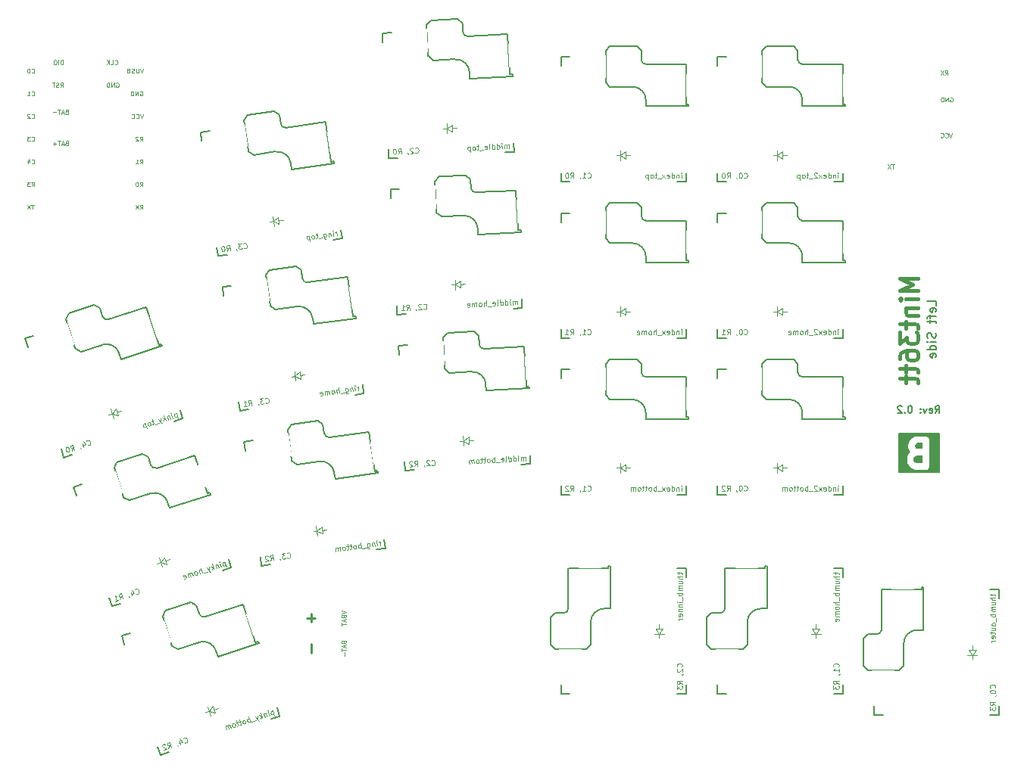
<source format=gbo>
G04 #@! TF.GenerationSoftware,KiCad,Pcbnew,8.0.7*
G04 #@! TF.CreationDate,2024-12-21T19:43:24+01:00*
G04 #@! TF.ProjectId,mint36tt_rev02_L,6d696e74-3336-4747-945f-72657630325f,0.2*
G04 #@! TF.SameCoordinates,Original*
G04 #@! TF.FileFunction,Legend,Bot*
G04 #@! TF.FilePolarity,Positive*
%FSLAX46Y46*%
G04 Gerber Fmt 4.6, Leading zero omitted, Abs format (unit mm)*
G04 Created by KiCad (PCBNEW 8.0.7) date 2024-12-21 19:43:24*
%MOMM*%
%LPD*%
G01*
G04 APERTURE LIST*
G04 Aperture macros list*
%AMRotRect*
0 Rectangle, with rotation*
0 The origin of the aperture is its center*
0 $1 length*
0 $2 width*
0 $3 Rotation angle, in degrees counterclockwise*
0 Add horizontal line*
21,1,$1,$2,0,0,$3*%
G04 Aperture macros list end*
%ADD10C,0.200000*%
%ADD11C,0.150000*%
%ADD12C,0.400000*%
%ADD13C,0.750000*%
%ADD14C,0.250000*%
%ADD15C,0.125000*%
%ADD16C,0.100000*%
%ADD17C,1.397000*%
%ADD18C,1.524000*%
%ADD19C,1.701800*%
%ADD20C,3.000000*%
%ADD21C,3.429000*%
%ADD22RotRect,2.600000X2.600000X18.000000*%
%ADD23R,0.900000X1.200000*%
%ADD24RotRect,2.600000X2.600000X8.000000*%
%ADD25RotRect,0.900000X1.200000X89.999999*%
%ADD26R,2.600000X2.600000*%
%ADD27RotRect,0.900000X1.200000X18.000000*%
%ADD28RotRect,0.900000X1.200000X3.000000*%
%ADD29RotRect,2.600000X2.600000X89.999999*%
%ADD30C,0.900000*%
%ADD31C,1.200000*%
%ADD32O,1.700000X2.500000*%
%ADD33RotRect,0.900000X1.200000X8.000000*%
%ADD34RotRect,2.600000X2.600000X3.000000*%
G04 APERTURE END LIST*
D10*
X192790000Y-97705000D02*
X193590000Y-97705000D01*
X193590000Y-101995000D01*
X192790000Y-101995000D01*
X192790000Y-97705000D01*
G36*
X192790000Y-97705000D02*
G01*
X193590000Y-97705000D01*
X193590000Y-101995000D01*
X192790000Y-101995000D01*
X192790000Y-97705000D01*
G37*
X196490000Y-97705000D02*
X197290000Y-97705000D01*
X197290000Y-101995000D01*
X196490000Y-101995000D01*
X196490000Y-97705000D01*
G36*
X196490000Y-97705000D02*
G01*
X197290000Y-97705000D01*
X197290000Y-101995000D01*
X196490000Y-101995000D01*
X196490000Y-97705000D01*
G37*
D11*
X196837618Y-95377295D02*
X197104285Y-94996342D01*
X197294761Y-95377295D02*
X197294761Y-94577295D01*
X197294761Y-94577295D02*
X196989999Y-94577295D01*
X196989999Y-94577295D02*
X196913809Y-94615390D01*
X196913809Y-94615390D02*
X196875714Y-94653485D01*
X196875714Y-94653485D02*
X196837618Y-94729676D01*
X196837618Y-94729676D02*
X196837618Y-94843961D01*
X196837618Y-94843961D02*
X196875714Y-94920152D01*
X196875714Y-94920152D02*
X196913809Y-94958247D01*
X196913809Y-94958247D02*
X196989999Y-94996342D01*
X196989999Y-94996342D02*
X197294761Y-94996342D01*
X196189999Y-95339200D02*
X196266190Y-95377295D01*
X196266190Y-95377295D02*
X196418571Y-95377295D01*
X196418571Y-95377295D02*
X196494761Y-95339200D01*
X196494761Y-95339200D02*
X196532857Y-95263009D01*
X196532857Y-95263009D02*
X196532857Y-94958247D01*
X196532857Y-94958247D02*
X196494761Y-94882057D01*
X196494761Y-94882057D02*
X196418571Y-94843961D01*
X196418571Y-94843961D02*
X196266190Y-94843961D01*
X196266190Y-94843961D02*
X196189999Y-94882057D01*
X196189999Y-94882057D02*
X196151904Y-94958247D01*
X196151904Y-94958247D02*
X196151904Y-95034438D01*
X196151904Y-95034438D02*
X196532857Y-95110628D01*
X195885238Y-94843961D02*
X195694762Y-95377295D01*
X195694762Y-95377295D02*
X195504285Y-94843961D01*
X195199523Y-95301104D02*
X195161428Y-95339200D01*
X195161428Y-95339200D02*
X195199523Y-95377295D01*
X195199523Y-95377295D02*
X195237619Y-95339200D01*
X195237619Y-95339200D02*
X195199523Y-95301104D01*
X195199523Y-95301104D02*
X195199523Y-95377295D01*
X195199523Y-94882057D02*
X195161428Y-94920152D01*
X195161428Y-94920152D02*
X195199523Y-94958247D01*
X195199523Y-94958247D02*
X195237619Y-94920152D01*
X195237619Y-94920152D02*
X195199523Y-94882057D01*
X195199523Y-94882057D02*
X195199523Y-94958247D01*
X194056666Y-94577295D02*
X193980476Y-94577295D01*
X193980476Y-94577295D02*
X193904285Y-94615390D01*
X193904285Y-94615390D02*
X193866190Y-94653485D01*
X193866190Y-94653485D02*
X193828095Y-94729676D01*
X193828095Y-94729676D02*
X193790000Y-94882057D01*
X193790000Y-94882057D02*
X193790000Y-95072533D01*
X193790000Y-95072533D02*
X193828095Y-95224914D01*
X193828095Y-95224914D02*
X193866190Y-95301104D01*
X193866190Y-95301104D02*
X193904285Y-95339200D01*
X193904285Y-95339200D02*
X193980476Y-95377295D01*
X193980476Y-95377295D02*
X194056666Y-95377295D01*
X194056666Y-95377295D02*
X194132857Y-95339200D01*
X194132857Y-95339200D02*
X194170952Y-95301104D01*
X194170952Y-95301104D02*
X194209047Y-95224914D01*
X194209047Y-95224914D02*
X194247143Y-95072533D01*
X194247143Y-95072533D02*
X194247143Y-94882057D01*
X194247143Y-94882057D02*
X194209047Y-94729676D01*
X194209047Y-94729676D02*
X194170952Y-94653485D01*
X194170952Y-94653485D02*
X194132857Y-94615390D01*
X194132857Y-94615390D02*
X194056666Y-94577295D01*
X193447142Y-95301104D02*
X193409047Y-95339200D01*
X193409047Y-95339200D02*
X193447142Y-95377295D01*
X193447142Y-95377295D02*
X193485238Y-95339200D01*
X193485238Y-95339200D02*
X193447142Y-95301104D01*
X193447142Y-95301104D02*
X193447142Y-95377295D01*
X193104286Y-94653485D02*
X193066190Y-94615390D01*
X193066190Y-94615390D02*
X192990000Y-94577295D01*
X192990000Y-94577295D02*
X192799524Y-94577295D01*
X192799524Y-94577295D02*
X192723333Y-94615390D01*
X192723333Y-94615390D02*
X192685238Y-94653485D01*
X192685238Y-94653485D02*
X192647143Y-94729676D01*
X192647143Y-94729676D02*
X192647143Y-94805866D01*
X192647143Y-94805866D02*
X192685238Y-94920152D01*
X192685238Y-94920152D02*
X193142381Y-95377295D01*
X193142381Y-95377295D02*
X192647143Y-95377295D01*
D12*
X194894438Y-80348333D02*
X192894438Y-80348333D01*
X192894438Y-80348333D02*
X194323009Y-81015000D01*
X194323009Y-81015000D02*
X192894438Y-81681666D01*
X192894438Y-81681666D02*
X194894438Y-81681666D01*
X194894438Y-82634047D02*
X193561104Y-82634047D01*
X192894438Y-82634047D02*
X192989676Y-82538809D01*
X192989676Y-82538809D02*
X193084914Y-82634047D01*
X193084914Y-82634047D02*
X192989676Y-82729285D01*
X192989676Y-82729285D02*
X192894438Y-82634047D01*
X192894438Y-82634047D02*
X193084914Y-82634047D01*
X193561104Y-83586428D02*
X194894438Y-83586428D01*
X193751580Y-83586428D02*
X193656342Y-83681666D01*
X193656342Y-83681666D02*
X193561104Y-83872142D01*
X193561104Y-83872142D02*
X193561104Y-84157857D01*
X193561104Y-84157857D02*
X193656342Y-84348333D01*
X193656342Y-84348333D02*
X193846819Y-84443571D01*
X193846819Y-84443571D02*
X194894438Y-84443571D01*
X193561104Y-85110238D02*
X193561104Y-85872142D01*
X192894438Y-85395952D02*
X194608723Y-85395952D01*
X194608723Y-85395952D02*
X194799200Y-85491190D01*
X194799200Y-85491190D02*
X194894438Y-85681666D01*
X194894438Y-85681666D02*
X194894438Y-85872142D01*
X192894438Y-86348333D02*
X192894438Y-87586428D01*
X192894438Y-87586428D02*
X193656342Y-86919761D01*
X193656342Y-86919761D02*
X193656342Y-87205476D01*
X193656342Y-87205476D02*
X193751580Y-87395952D01*
X193751580Y-87395952D02*
X193846819Y-87491190D01*
X193846819Y-87491190D02*
X194037295Y-87586428D01*
X194037295Y-87586428D02*
X194513485Y-87586428D01*
X194513485Y-87586428D02*
X194703961Y-87491190D01*
X194703961Y-87491190D02*
X194799200Y-87395952D01*
X194799200Y-87395952D02*
X194894438Y-87205476D01*
X194894438Y-87205476D02*
X194894438Y-86634047D01*
X194894438Y-86634047D02*
X194799200Y-86443571D01*
X194799200Y-86443571D02*
X194703961Y-86348333D01*
X192894438Y-89300714D02*
X192894438Y-88919761D01*
X192894438Y-88919761D02*
X192989676Y-88729285D01*
X192989676Y-88729285D02*
X193084914Y-88634047D01*
X193084914Y-88634047D02*
X193370628Y-88443571D01*
X193370628Y-88443571D02*
X193751580Y-88348333D01*
X193751580Y-88348333D02*
X194513485Y-88348333D01*
X194513485Y-88348333D02*
X194703961Y-88443571D01*
X194703961Y-88443571D02*
X194799200Y-88538809D01*
X194799200Y-88538809D02*
X194894438Y-88729285D01*
X194894438Y-88729285D02*
X194894438Y-89110238D01*
X194894438Y-89110238D02*
X194799200Y-89300714D01*
X194799200Y-89300714D02*
X194703961Y-89395952D01*
X194703961Y-89395952D02*
X194513485Y-89491190D01*
X194513485Y-89491190D02*
X194037295Y-89491190D01*
X194037295Y-89491190D02*
X193846819Y-89395952D01*
X193846819Y-89395952D02*
X193751580Y-89300714D01*
X193751580Y-89300714D02*
X193656342Y-89110238D01*
X193656342Y-89110238D02*
X193656342Y-88729285D01*
X193656342Y-88729285D02*
X193751580Y-88538809D01*
X193751580Y-88538809D02*
X193846819Y-88443571D01*
X193846819Y-88443571D02*
X194037295Y-88348333D01*
X193561104Y-90062619D02*
X193561104Y-90824523D01*
X192894438Y-90348333D02*
X194608723Y-90348333D01*
X194608723Y-90348333D02*
X194799200Y-90443571D01*
X194799200Y-90443571D02*
X194894438Y-90634047D01*
X194894438Y-90634047D02*
X194894438Y-90824523D01*
X193561104Y-91205476D02*
X193561104Y-91967380D01*
X192894438Y-91491190D02*
X194608723Y-91491190D01*
X194608723Y-91491190D02*
X194799200Y-91586428D01*
X194799200Y-91586428D02*
X194894438Y-91776904D01*
X194894438Y-91776904D02*
X194894438Y-91967380D01*
D13*
G36*
X195400714Y-100975857D02*
G01*
X194721382Y-100975857D01*
X194569277Y-100899805D01*
X194512480Y-100843007D01*
X194436428Y-100690903D01*
X194436428Y-100439381D01*
X194512480Y-100287276D01*
X194549710Y-100250046D01*
X194836567Y-100154428D01*
X195400714Y-100154428D01*
X195400714Y-100975857D01*
G37*
G36*
X195400714Y-99404428D02*
G01*
X194864239Y-99404428D01*
X194712134Y-99328375D01*
X194655336Y-99271578D01*
X194579285Y-99119475D01*
X194579285Y-99010810D01*
X194655336Y-98858706D01*
X194712134Y-98801909D01*
X194864239Y-98725857D01*
X195400714Y-98725857D01*
X195400714Y-99404428D01*
G37*
G36*
X196525714Y-102100857D02*
G01*
X193311428Y-102100857D01*
X193311428Y-100350857D01*
X193686428Y-100350857D01*
X193686428Y-100779428D01*
X193687753Y-100799645D01*
X193687371Y-100806012D01*
X193688546Y-100811758D01*
X193689636Y-100828375D01*
X193699417Y-100864880D01*
X193706997Y-100901919D01*
X193713455Y-100917272D01*
X193714973Y-100922934D01*
X193718160Y-100928454D01*
X193726018Y-100947133D01*
X193868875Y-101232847D01*
X193893634Y-101275192D01*
X193901128Y-101283644D01*
X193906777Y-101293427D01*
X193939119Y-101330306D01*
X194081976Y-101473164D01*
X194118855Y-101505507D01*
X194128640Y-101511156D01*
X194137092Y-101518651D01*
X194179437Y-101543410D01*
X194465152Y-101686267D01*
X194483829Y-101694124D01*
X194489351Y-101697312D01*
X194495014Y-101698829D01*
X194510367Y-101705288D01*
X194547401Y-101712866D01*
X194583910Y-101722649D01*
X194600527Y-101723738D01*
X194606274Y-101724914D01*
X194612639Y-101724531D01*
X194632857Y-101725857D01*
X195775714Y-101725857D01*
X195824661Y-101722649D01*
X195919220Y-101697312D01*
X196004000Y-101648365D01*
X196073222Y-101579143D01*
X196122169Y-101494363D01*
X196147506Y-101399804D01*
X196150714Y-101350857D01*
X196150714Y-98350857D01*
X196147506Y-98301910D01*
X196122169Y-98207351D01*
X196073222Y-98122571D01*
X196004000Y-98053349D01*
X195919220Y-98004402D01*
X195824661Y-97979065D01*
X195775714Y-97975857D01*
X194775714Y-97975857D01*
X194755496Y-97977182D01*
X194749130Y-97976800D01*
X194743383Y-97977975D01*
X194726767Y-97979065D01*
X194690261Y-97988846D01*
X194653223Y-97996426D01*
X194637869Y-98002884D01*
X194632208Y-98004402D01*
X194626687Y-98007589D01*
X194608009Y-98015447D01*
X194322295Y-98158304D01*
X194279950Y-98183063D01*
X194271497Y-98190557D01*
X194261715Y-98196206D01*
X194224836Y-98228548D01*
X194081978Y-98371405D01*
X194049635Y-98408284D01*
X194043985Y-98418069D01*
X194036491Y-98426521D01*
X194011732Y-98468866D01*
X193868875Y-98754580D01*
X193861017Y-98773258D01*
X193857830Y-98778779D01*
X193856312Y-98784440D01*
X193849854Y-98799794D01*
X193842274Y-98836832D01*
X193832493Y-98873338D01*
X193831403Y-98889954D01*
X193830228Y-98895701D01*
X193830610Y-98902067D01*
X193829285Y-98922285D01*
X193829285Y-99208000D01*
X193830610Y-99228217D01*
X193830228Y-99234584D01*
X193831403Y-99240330D01*
X193832493Y-99256947D01*
X193842274Y-99293452D01*
X193849854Y-99330491D01*
X193856312Y-99345844D01*
X193857830Y-99351506D01*
X193861017Y-99357026D01*
X193868875Y-99375705D01*
X194011732Y-99661419D01*
X194036063Y-99703033D01*
X193939120Y-99799977D01*
X193906778Y-99836856D01*
X193901129Y-99846639D01*
X193893634Y-99855092D01*
X193868875Y-99897437D01*
X193726018Y-100183152D01*
X193718160Y-100201829D01*
X193714973Y-100207351D01*
X193713455Y-100213014D01*
X193706997Y-100228367D01*
X193699418Y-100265401D01*
X193689636Y-100301910D01*
X193688546Y-100318527D01*
X193687371Y-100324274D01*
X193687753Y-100330639D01*
X193686428Y-100350857D01*
X193311428Y-100350857D01*
X193311428Y-97600857D01*
X196525714Y-97600857D01*
X196525714Y-102100857D01*
G37*
D11*
X196944819Y-83348332D02*
X196944819Y-82872142D01*
X196944819Y-82872142D02*
X195944819Y-82872142D01*
X196897200Y-84062618D02*
X196944819Y-83967380D01*
X196944819Y-83967380D02*
X196944819Y-83776904D01*
X196944819Y-83776904D02*
X196897200Y-83681666D01*
X196897200Y-83681666D02*
X196801961Y-83634047D01*
X196801961Y-83634047D02*
X196421009Y-83634047D01*
X196421009Y-83634047D02*
X196325771Y-83681666D01*
X196325771Y-83681666D02*
X196278152Y-83776904D01*
X196278152Y-83776904D02*
X196278152Y-83967380D01*
X196278152Y-83967380D02*
X196325771Y-84062618D01*
X196325771Y-84062618D02*
X196421009Y-84110237D01*
X196421009Y-84110237D02*
X196516247Y-84110237D01*
X196516247Y-84110237D02*
X196611485Y-83634047D01*
X196278152Y-84395952D02*
X196278152Y-84776904D01*
X196944819Y-84538809D02*
X196087676Y-84538809D01*
X196087676Y-84538809D02*
X195992438Y-84586428D01*
X195992438Y-84586428D02*
X195944819Y-84681666D01*
X195944819Y-84681666D02*
X195944819Y-84776904D01*
X196278152Y-84967381D02*
X196278152Y-85348333D01*
X195944819Y-85110238D02*
X196801961Y-85110238D01*
X196801961Y-85110238D02*
X196897200Y-85157857D01*
X196897200Y-85157857D02*
X196944819Y-85253095D01*
X196944819Y-85253095D02*
X196944819Y-85348333D01*
X196897200Y-86395953D02*
X196944819Y-86538810D01*
X196944819Y-86538810D02*
X196944819Y-86776905D01*
X196944819Y-86776905D02*
X196897200Y-86872143D01*
X196897200Y-86872143D02*
X196849580Y-86919762D01*
X196849580Y-86919762D02*
X196754342Y-86967381D01*
X196754342Y-86967381D02*
X196659104Y-86967381D01*
X196659104Y-86967381D02*
X196563866Y-86919762D01*
X196563866Y-86919762D02*
X196516247Y-86872143D01*
X196516247Y-86872143D02*
X196468628Y-86776905D01*
X196468628Y-86776905D02*
X196421009Y-86586429D01*
X196421009Y-86586429D02*
X196373390Y-86491191D01*
X196373390Y-86491191D02*
X196325771Y-86443572D01*
X196325771Y-86443572D02*
X196230533Y-86395953D01*
X196230533Y-86395953D02*
X196135295Y-86395953D01*
X196135295Y-86395953D02*
X196040057Y-86443572D01*
X196040057Y-86443572D02*
X195992438Y-86491191D01*
X195992438Y-86491191D02*
X195944819Y-86586429D01*
X195944819Y-86586429D02*
X195944819Y-86824524D01*
X195944819Y-86824524D02*
X195992438Y-86967381D01*
X196944819Y-87395953D02*
X196278152Y-87395953D01*
X195944819Y-87395953D02*
X195992438Y-87348334D01*
X195992438Y-87348334D02*
X196040057Y-87395953D01*
X196040057Y-87395953D02*
X195992438Y-87443572D01*
X195992438Y-87443572D02*
X195944819Y-87395953D01*
X195944819Y-87395953D02*
X196040057Y-87395953D01*
X196944819Y-88300714D02*
X195944819Y-88300714D01*
X196897200Y-88300714D02*
X196944819Y-88205476D01*
X196944819Y-88205476D02*
X196944819Y-88015000D01*
X196944819Y-88015000D02*
X196897200Y-87919762D01*
X196897200Y-87919762D02*
X196849580Y-87872143D01*
X196849580Y-87872143D02*
X196754342Y-87824524D01*
X196754342Y-87824524D02*
X196468628Y-87824524D01*
X196468628Y-87824524D02*
X196373390Y-87872143D01*
X196373390Y-87872143D02*
X196325771Y-87919762D01*
X196325771Y-87919762D02*
X196278152Y-88015000D01*
X196278152Y-88015000D02*
X196278152Y-88205476D01*
X196278152Y-88205476D02*
X196325771Y-88300714D01*
X196897200Y-89157857D02*
X196944819Y-89062619D01*
X196944819Y-89062619D02*
X196944819Y-88872143D01*
X196944819Y-88872143D02*
X196897200Y-88776905D01*
X196897200Y-88776905D02*
X196801961Y-88729286D01*
X196801961Y-88729286D02*
X196421009Y-88729286D01*
X196421009Y-88729286D02*
X196325771Y-88776905D01*
X196325771Y-88776905D02*
X196278152Y-88872143D01*
X196278152Y-88872143D02*
X196278152Y-89062619D01*
X196278152Y-89062619D02*
X196325771Y-89157857D01*
X196325771Y-89157857D02*
X196421009Y-89205476D01*
X196421009Y-89205476D02*
X196516247Y-89205476D01*
X196516247Y-89205476D02*
X196611485Y-88729286D01*
D14*
X127079083Y-121238810D02*
X127079083Y-122191191D01*
D15*
X130702904Y-121036429D02*
X130726714Y-121107857D01*
X130726714Y-121107857D02*
X130750523Y-121131667D01*
X130750523Y-121131667D02*
X130798142Y-121155476D01*
X130798142Y-121155476D02*
X130869571Y-121155476D01*
X130869571Y-121155476D02*
X130917190Y-121131667D01*
X130917190Y-121131667D02*
X130941000Y-121107857D01*
X130941000Y-121107857D02*
X130964809Y-121060238D01*
X130964809Y-121060238D02*
X130964809Y-120869762D01*
X130964809Y-120869762D02*
X130464809Y-120869762D01*
X130464809Y-120869762D02*
X130464809Y-121036429D01*
X130464809Y-121036429D02*
X130488619Y-121084048D01*
X130488619Y-121084048D02*
X130512428Y-121107857D01*
X130512428Y-121107857D02*
X130560047Y-121131667D01*
X130560047Y-121131667D02*
X130607666Y-121131667D01*
X130607666Y-121131667D02*
X130655285Y-121107857D01*
X130655285Y-121107857D02*
X130679095Y-121084048D01*
X130679095Y-121084048D02*
X130702904Y-121036429D01*
X130702904Y-121036429D02*
X130702904Y-120869762D01*
X130821952Y-121345953D02*
X130821952Y-121584048D01*
X130964809Y-121298334D02*
X130464809Y-121465000D01*
X130464809Y-121465000D02*
X130964809Y-121631667D01*
X130464809Y-121726905D02*
X130464809Y-122012619D01*
X130964809Y-121869762D02*
X130464809Y-121869762D01*
X130774333Y-122179285D02*
X130774333Y-122560238D01*
D14*
X127079083Y-117838810D02*
X127079083Y-118791191D01*
X127555273Y-118315000D02*
X126602892Y-118315000D01*
D15*
X130464809Y-117493572D02*
X130964809Y-117660238D01*
X130964809Y-117660238D02*
X130464809Y-117826905D01*
X130702904Y-118160238D02*
X130726714Y-118231666D01*
X130726714Y-118231666D02*
X130750523Y-118255476D01*
X130750523Y-118255476D02*
X130798142Y-118279285D01*
X130798142Y-118279285D02*
X130869571Y-118279285D01*
X130869571Y-118279285D02*
X130917190Y-118255476D01*
X130917190Y-118255476D02*
X130941000Y-118231666D01*
X130941000Y-118231666D02*
X130964809Y-118184047D01*
X130964809Y-118184047D02*
X130964809Y-117993571D01*
X130964809Y-117993571D02*
X130464809Y-117993571D01*
X130464809Y-117993571D02*
X130464809Y-118160238D01*
X130464809Y-118160238D02*
X130488619Y-118207857D01*
X130488619Y-118207857D02*
X130512428Y-118231666D01*
X130512428Y-118231666D02*
X130560047Y-118255476D01*
X130560047Y-118255476D02*
X130607666Y-118255476D01*
X130607666Y-118255476D02*
X130655285Y-118231666D01*
X130655285Y-118231666D02*
X130679095Y-118207857D01*
X130679095Y-118207857D02*
X130702904Y-118160238D01*
X130702904Y-118160238D02*
X130702904Y-117993571D01*
X130821952Y-118469762D02*
X130821952Y-118707857D01*
X130964809Y-118422143D02*
X130464809Y-118588809D01*
X130464809Y-118588809D02*
X130964809Y-118755476D01*
X130464809Y-118850714D02*
X130464809Y-119136428D01*
X130964809Y-118993571D02*
X130464809Y-118993571D01*
X122794831Y-128679873D02*
X122980241Y-129250507D01*
X122803660Y-128707046D02*
X122740485Y-128697531D01*
X122740485Y-128697531D02*
X122631793Y-128732847D01*
X122631793Y-128732847D02*
X122586276Y-128777678D01*
X122586276Y-128777678D02*
X122567932Y-128813680D01*
X122567932Y-128813680D02*
X122558417Y-128876855D01*
X122558417Y-128876855D02*
X122611391Y-129039894D01*
X122611391Y-129039894D02*
X122656222Y-129085411D01*
X122656222Y-129085411D02*
X122692224Y-129103755D01*
X122692224Y-129103755D02*
X122755400Y-129113270D01*
X122755400Y-129113270D02*
X122864092Y-129077953D01*
X122864092Y-129077953D02*
X122909609Y-129033122D01*
X122402150Y-129228047D02*
X122278543Y-128847625D01*
X122216740Y-128657413D02*
X122252742Y-128675757D01*
X122252742Y-128675757D02*
X122234398Y-128711760D01*
X122234398Y-128711760D02*
X122198396Y-128693416D01*
X122198396Y-128693416D02*
X122216740Y-128657413D01*
X122216740Y-128657413D02*
X122234398Y-128711760D01*
X122006813Y-128935915D02*
X122130420Y-129316338D01*
X122024471Y-128990261D02*
X121988469Y-128971917D01*
X121988469Y-128971917D02*
X121925294Y-128962402D01*
X121925294Y-128962402D02*
X121843775Y-128988890D01*
X121843775Y-128988890D02*
X121798258Y-129033721D01*
X121798258Y-129033721D02*
X121788743Y-129096896D01*
X121788743Y-129096896D02*
X121885863Y-129395799D01*
X121614132Y-129484090D02*
X121428722Y-128913456D01*
X121489154Y-129284364D02*
X121396748Y-129554722D01*
X121273141Y-129174300D02*
X121561158Y-129321052D01*
X121082930Y-129236103D02*
X121070672Y-129660671D01*
X120811200Y-129324394D02*
X121070672Y-129660671D01*
X121070672Y-129660671D02*
X121169163Y-129778878D01*
X121169163Y-129778878D02*
X121205165Y-129797222D01*
X121205165Y-129797222D02*
X121268340Y-129806737D01*
X120870945Y-129785650D02*
X120436177Y-129926914D01*
X120282653Y-129916714D02*
X120097243Y-129346080D01*
X120167875Y-129563464D02*
X120104700Y-129553949D01*
X120104700Y-129553949D02*
X119996008Y-129589265D01*
X119996008Y-129589265D02*
X119950491Y-129634097D01*
X119950491Y-129634097D02*
X119932147Y-129670099D01*
X119932147Y-129670099D02*
X119922632Y-129733274D01*
X119922632Y-129733274D02*
X119975607Y-129896312D01*
X119975607Y-129896312D02*
X120020438Y-129941829D01*
X120020438Y-129941829D02*
X120056440Y-129960173D01*
X120056440Y-129960173D02*
X120119615Y-129969688D01*
X120119615Y-129969688D02*
X120228307Y-129934372D01*
X120228307Y-129934372D02*
X120273824Y-129889541D01*
X119684846Y-130110953D02*
X119730363Y-130066122D01*
X119730363Y-130066122D02*
X119748707Y-130030120D01*
X119748707Y-130030120D02*
X119758222Y-129966945D01*
X119758222Y-129966945D02*
X119705248Y-129803906D01*
X119705248Y-129803906D02*
X119660417Y-129758389D01*
X119660417Y-129758389D02*
X119624415Y-129740045D01*
X119624415Y-129740045D02*
X119561240Y-129730530D01*
X119561240Y-129730530D02*
X119479720Y-129757017D01*
X119479720Y-129757017D02*
X119434203Y-129801849D01*
X119434203Y-129801849D02*
X119415859Y-129837851D01*
X119415859Y-129837851D02*
X119406345Y-129901026D01*
X119406345Y-129901026D02*
X119459319Y-130064064D01*
X119459319Y-130064064D02*
X119504150Y-130109581D01*
X119504150Y-130109581D02*
X119540152Y-130127925D01*
X119540152Y-130127925D02*
X119603327Y-130137440D01*
X119603327Y-130137440D02*
X119684846Y-130110953D01*
X119207990Y-129845308D02*
X118990606Y-129915940D01*
X119064668Y-129681584D02*
X119223591Y-130170699D01*
X119223591Y-130170699D02*
X119214076Y-130233874D01*
X119214076Y-130233874D02*
X119168559Y-130278705D01*
X119168559Y-130278705D02*
X119114213Y-130296363D01*
X118881914Y-129951257D02*
X118664529Y-130021889D01*
X118738591Y-129787533D02*
X118897514Y-130276647D01*
X118897514Y-130276647D02*
X118887999Y-130339822D01*
X118887999Y-130339822D02*
X118842482Y-130384654D01*
X118842482Y-130384654D02*
X118788136Y-130402312D01*
X118516406Y-130490602D02*
X118561923Y-130445771D01*
X118561923Y-130445771D02*
X118580267Y-130409769D01*
X118580267Y-130409769D02*
X118589782Y-130346594D01*
X118589782Y-130346594D02*
X118536808Y-130183556D01*
X118536808Y-130183556D02*
X118491976Y-130138039D01*
X118491976Y-130138039D02*
X118455974Y-130119695D01*
X118455974Y-130119695D02*
X118392799Y-130110180D01*
X118392799Y-130110180D02*
X118311280Y-130136667D01*
X118311280Y-130136667D02*
X118265763Y-130181498D01*
X118265763Y-130181498D02*
X118247419Y-130217500D01*
X118247419Y-130217500D02*
X118237904Y-130280675D01*
X118237904Y-130280675D02*
X118290878Y-130443713D01*
X118290878Y-130443713D02*
X118335710Y-130489230D01*
X118335710Y-130489230D02*
X118371712Y-130507574D01*
X118371712Y-130507574D02*
X118434887Y-130517089D01*
X118434887Y-130517089D02*
X118516406Y-130490602D01*
X118081637Y-130631867D02*
X117958031Y-130251444D01*
X117975689Y-130305791D02*
X117939687Y-130287447D01*
X117939687Y-130287447D02*
X117876511Y-130277932D01*
X117876511Y-130277932D02*
X117794992Y-130304419D01*
X117794992Y-130304419D02*
X117749475Y-130349250D01*
X117749475Y-130349250D02*
X117739960Y-130412425D01*
X117739960Y-130412425D02*
X117837080Y-130711329D01*
X117739960Y-130412425D02*
X117695129Y-130366908D01*
X117695129Y-130366908D02*
X117631954Y-130357393D01*
X117631954Y-130357393D02*
X117550435Y-130383880D01*
X117550435Y-130383880D02*
X117504918Y-130428712D01*
X117504918Y-130428712D02*
X117495403Y-130491887D01*
X117495403Y-130491887D02*
X117592523Y-130790790D01*
X112921657Y-132248363D02*
X112957659Y-132266707D01*
X112957659Y-132266707D02*
X113048007Y-132267393D01*
X113048007Y-132267393D02*
X113102353Y-132249735D01*
X113102353Y-132249735D02*
X113175043Y-132196074D01*
X113175043Y-132196074D02*
X113211731Y-132124070D01*
X113211731Y-132124070D02*
X113221246Y-132060895D01*
X113221246Y-132060895D02*
X113213103Y-131943374D01*
X113213103Y-131943374D02*
X113186616Y-131861855D01*
X113186616Y-131861855D02*
X113124126Y-131761992D01*
X113124126Y-131761992D02*
X113079295Y-131716475D01*
X113079295Y-131716475D02*
X113007291Y-131679787D01*
X113007291Y-131679787D02*
X112916943Y-131679101D01*
X112916943Y-131679101D02*
X112862597Y-131696759D01*
X112862597Y-131696759D02*
X112789907Y-131750419D01*
X112789907Y-131750419D02*
X112771563Y-131786421D01*
X112326593Y-132081209D02*
X112450200Y-132461632D01*
X112391826Y-131819680D02*
X112660127Y-132183130D01*
X112660127Y-132183130D02*
X112306878Y-132297908D01*
X112115294Y-132540408D02*
X112124123Y-132567581D01*
X112124123Y-132567581D02*
X112168954Y-132613098D01*
X112168954Y-132613098D02*
X112204956Y-132631442D01*
X111118721Y-132894256D02*
X111220641Y-132560722D01*
X111444797Y-132788307D02*
X111259387Y-132217673D01*
X111259387Y-132217673D02*
X111042003Y-132288306D01*
X111042003Y-132288306D02*
X110996486Y-132333137D01*
X110996486Y-132333137D02*
X110978142Y-132369139D01*
X110978142Y-132369139D02*
X110968627Y-132432314D01*
X110968627Y-132432314D02*
X110995114Y-132513833D01*
X110995114Y-132513833D02*
X111039945Y-132559350D01*
X111039945Y-132559350D02*
X111075947Y-132577694D01*
X111075947Y-132577694D02*
X111139122Y-132587209D01*
X111139122Y-132587209D02*
X111356507Y-132516577D01*
X110733584Y-132448601D02*
X110697582Y-132430257D01*
X110697582Y-132430257D02*
X110634407Y-132420742D01*
X110634407Y-132420742D02*
X110498542Y-132464887D01*
X110498542Y-132464887D02*
X110453025Y-132509718D01*
X110453025Y-132509718D02*
X110434681Y-132545720D01*
X110434681Y-132545720D02*
X110425166Y-132608895D01*
X110425166Y-132608895D02*
X110442824Y-132663241D01*
X110442824Y-132663241D02*
X110496484Y-132735931D01*
X110496484Y-132735931D02*
X110928509Y-132956059D01*
X110928509Y-132956059D02*
X110575260Y-133070837D01*
X132380482Y-92831650D02*
X132324813Y-92435543D01*
X132340718Y-92548716D02*
X132304472Y-92496106D01*
X132304472Y-92496106D02*
X132272202Y-92471789D01*
X132272202Y-92471789D02*
X132211639Y-92451448D01*
X132211639Y-92451448D02*
X132155052Y-92459401D01*
X132012668Y-92883343D02*
X131956998Y-92487235D01*
X131929164Y-92289182D02*
X131961433Y-92313499D01*
X131961433Y-92313499D02*
X131937116Y-92345769D01*
X131937116Y-92345769D02*
X131904847Y-92321452D01*
X131904847Y-92321452D02*
X131929164Y-92289182D01*
X131929164Y-92289182D02*
X131937116Y-92345769D01*
X131674065Y-92526999D02*
X131729734Y-92923106D01*
X131682018Y-92583586D02*
X131649748Y-92559269D01*
X131649748Y-92559269D02*
X131589185Y-92538928D01*
X131589185Y-92538928D02*
X131504305Y-92550857D01*
X131504305Y-92550857D02*
X131451694Y-92587104D01*
X131451694Y-92587104D02*
X131431354Y-92647667D01*
X131431354Y-92647667D02*
X131475094Y-92958894D01*
X130881851Y-92638338D02*
X130949449Y-93119325D01*
X130949449Y-93119325D02*
X130985695Y-93171935D01*
X130985695Y-93171935D02*
X131017965Y-93196252D01*
X131017965Y-93196252D02*
X131078528Y-93216593D01*
X131078528Y-93216593D02*
X131163408Y-93204664D01*
X131163408Y-93204664D02*
X131216018Y-93168418D01*
X130933543Y-93006152D02*
X130994107Y-93026492D01*
X130994107Y-93026492D02*
X131107280Y-93010587D01*
X131107280Y-93010587D02*
X131159890Y-92974341D01*
X131159890Y-92974341D02*
X131184207Y-92942071D01*
X131184207Y-92942071D02*
X131204548Y-92881508D01*
X131204548Y-92881508D02*
X131180690Y-92711747D01*
X131180690Y-92711747D02*
X131144444Y-92659137D01*
X131144444Y-92659137D02*
X131112174Y-92634820D01*
X131112174Y-92634820D02*
X131051611Y-92614479D01*
X131051611Y-92614479D02*
X130938437Y-92630385D01*
X130938437Y-92630385D02*
X130885827Y-92666631D01*
X130804006Y-93110913D02*
X130351312Y-93174535D01*
X130201892Y-93137831D02*
X130118388Y-92543670D01*
X129947252Y-93173618D02*
X129903512Y-92862391D01*
X129903512Y-92862391D02*
X129923852Y-92801828D01*
X129923852Y-92801828D02*
X129976463Y-92765582D01*
X129976463Y-92765582D02*
X130061343Y-92753653D01*
X130061343Y-92753653D02*
X130121906Y-92773993D01*
X130121906Y-92773993D02*
X130154176Y-92798310D01*
X129579438Y-93225311D02*
X129632048Y-93189065D01*
X129632048Y-93189065D02*
X129656365Y-93156795D01*
X129656365Y-93156795D02*
X129676706Y-93096232D01*
X129676706Y-93096232D02*
X129652848Y-92926472D01*
X129652848Y-92926472D02*
X129616602Y-92873861D01*
X129616602Y-92873861D02*
X129584332Y-92849544D01*
X129584332Y-92849544D02*
X129523769Y-92829204D01*
X129523769Y-92829204D02*
X129438889Y-92841133D01*
X129438889Y-92841133D02*
X129386278Y-92877379D01*
X129386278Y-92877379D02*
X129361961Y-92909649D01*
X129361961Y-92909649D02*
X129341621Y-92970212D01*
X129341621Y-92970212D02*
X129365479Y-93139972D01*
X129365479Y-93139972D02*
X129401725Y-93192582D01*
X129401725Y-93192582D02*
X129433995Y-93216899D01*
X129433995Y-93216899D02*
X129494558Y-93237240D01*
X129494558Y-93237240D02*
X129579438Y-93225311D01*
X129126744Y-93288933D02*
X129071075Y-92892826D01*
X129079028Y-92949412D02*
X129046758Y-92925095D01*
X129046758Y-92925095D02*
X128986195Y-92904755D01*
X128986195Y-92904755D02*
X128901315Y-92916684D01*
X128901315Y-92916684D02*
X128848704Y-92952930D01*
X128848704Y-92952930D02*
X128828364Y-93013493D01*
X128828364Y-93013493D02*
X128872104Y-93324720D01*
X128828364Y-93013493D02*
X128792118Y-92960883D01*
X128792118Y-92960883D02*
X128731554Y-92940542D01*
X128731554Y-92940542D02*
X128646674Y-92952471D01*
X128646674Y-92952471D02*
X128594064Y-92988717D01*
X128594064Y-92988717D02*
X128573723Y-93049280D01*
X128573723Y-93049280D02*
X128617463Y-93360508D01*
X128104206Y-93403789D02*
X128164769Y-93424130D01*
X128164769Y-93424130D02*
X128277943Y-93408224D01*
X128277943Y-93408224D02*
X128330553Y-93371978D01*
X128330553Y-93371978D02*
X128350894Y-93311415D01*
X128350894Y-93311415D02*
X128319083Y-93085068D01*
X128319083Y-93085068D02*
X128282837Y-93032457D01*
X128282837Y-93032457D02*
X128222274Y-93012117D01*
X128222274Y-93012117D02*
X128109100Y-93028022D01*
X128109100Y-93028022D02*
X128056490Y-93064268D01*
X128056490Y-93064268D02*
X128036149Y-93124832D01*
X128036149Y-93124832D02*
X128044102Y-93181418D01*
X128044102Y-93181418D02*
X128334988Y-93198241D01*
X121981970Y-94235361D02*
X122014240Y-94259678D01*
X122014240Y-94259678D02*
X122103096Y-94276042D01*
X122103096Y-94276042D02*
X122159683Y-94268089D01*
X122159683Y-94268089D02*
X122240587Y-94227867D01*
X122240587Y-94227867D02*
X122289221Y-94163327D01*
X122289221Y-94163327D02*
X122309561Y-94102764D01*
X122309561Y-94102764D02*
X122321949Y-93985614D01*
X122321949Y-93985614D02*
X122310020Y-93900734D01*
X122310020Y-93900734D02*
X122265821Y-93791537D01*
X122265821Y-93791537D02*
X122229575Y-93738927D01*
X122229575Y-93738927D02*
X122165036Y-93690293D01*
X122165036Y-93690293D02*
X122076179Y-93673929D01*
X122076179Y-93673929D02*
X122019592Y-93681881D01*
X122019592Y-93681881D02*
X121938689Y-93722104D01*
X121938689Y-93722104D02*
X121914372Y-93754374D01*
X121708365Y-93725621D02*
X121340551Y-93777314D01*
X121340551Y-93777314D02*
X121570416Y-93975827D01*
X121570416Y-93975827D02*
X121485536Y-93987756D01*
X121485536Y-93987756D02*
X121432926Y-94024002D01*
X121432926Y-94024002D02*
X121408609Y-94056272D01*
X121408609Y-94056272D02*
X121388268Y-94116835D01*
X121388268Y-94116835D02*
X121408150Y-94258302D01*
X121408150Y-94258302D02*
X121444396Y-94310912D01*
X121444396Y-94310912D02*
X121476666Y-94335229D01*
X121476666Y-94335229D02*
X121537229Y-94355570D01*
X121537229Y-94355570D02*
X121706989Y-94331711D01*
X121706989Y-94331711D02*
X121759599Y-94295465D01*
X121759599Y-94295465D02*
X121783916Y-94263196D01*
X121137145Y-94382946D02*
X121141121Y-94411239D01*
X121141121Y-94411239D02*
X121177367Y-94463849D01*
X121177367Y-94463849D02*
X121209637Y-94488166D01*
X120094266Y-94558365D02*
X120252556Y-94247596D01*
X120433787Y-94510648D02*
X120350283Y-93916487D01*
X120350283Y-93916487D02*
X120123936Y-93948298D01*
X120123936Y-93948298D02*
X120071326Y-93984545D01*
X120071326Y-93984545D02*
X120047009Y-94016814D01*
X120047009Y-94016814D02*
X120026668Y-94077377D01*
X120026668Y-94077377D02*
X120038597Y-94162258D01*
X120038597Y-94162258D02*
X120074843Y-94214868D01*
X120074843Y-94214868D02*
X120107113Y-94239185D01*
X120107113Y-94239185D02*
X120167676Y-94259526D01*
X120167676Y-94259526D02*
X120394023Y-94227715D01*
X119528399Y-94637892D02*
X119867919Y-94590176D01*
X119698159Y-94614034D02*
X119614655Y-94019873D01*
X119614655Y-94019873D02*
X119683171Y-94096801D01*
X119683171Y-94096801D02*
X119747711Y-94145435D01*
X119747711Y-94145435D02*
X119808274Y-94165775D01*
X168464906Y-104086071D02*
X168464906Y-103686071D01*
X168464906Y-103486071D02*
X168493478Y-103514642D01*
X168493478Y-103514642D02*
X168464906Y-103543214D01*
X168464906Y-103543214D02*
X168436335Y-103514642D01*
X168436335Y-103514642D02*
X168464906Y-103486071D01*
X168464906Y-103486071D02*
X168464906Y-103543214D01*
X168179192Y-103686071D02*
X168179192Y-104086071D01*
X168179192Y-103743214D02*
X168150621Y-103714642D01*
X168150621Y-103714642D02*
X168093478Y-103686071D01*
X168093478Y-103686071D02*
X168007764Y-103686071D01*
X168007764Y-103686071D02*
X167950621Y-103714642D01*
X167950621Y-103714642D02*
X167922050Y-103771785D01*
X167922050Y-103771785D02*
X167922050Y-104086071D01*
X167379193Y-104086071D02*
X167379193Y-103486071D01*
X167379193Y-104057500D02*
X167436335Y-104086071D01*
X167436335Y-104086071D02*
X167550621Y-104086071D01*
X167550621Y-104086071D02*
X167607764Y-104057500D01*
X167607764Y-104057500D02*
X167636335Y-104028928D01*
X167636335Y-104028928D02*
X167664907Y-103971785D01*
X167664907Y-103971785D02*
X167664907Y-103800357D01*
X167664907Y-103800357D02*
X167636335Y-103743214D01*
X167636335Y-103743214D02*
X167607764Y-103714642D01*
X167607764Y-103714642D02*
X167550621Y-103686071D01*
X167550621Y-103686071D02*
X167436335Y-103686071D01*
X167436335Y-103686071D02*
X167379193Y-103714642D01*
X166864907Y-104057500D02*
X166922050Y-104086071D01*
X166922050Y-104086071D02*
X167036336Y-104086071D01*
X167036336Y-104086071D02*
X167093478Y-104057500D01*
X167093478Y-104057500D02*
X167122050Y-104000357D01*
X167122050Y-104000357D02*
X167122050Y-103771785D01*
X167122050Y-103771785D02*
X167093478Y-103714642D01*
X167093478Y-103714642D02*
X167036336Y-103686071D01*
X167036336Y-103686071D02*
X166922050Y-103686071D01*
X166922050Y-103686071D02*
X166864907Y-103714642D01*
X166864907Y-103714642D02*
X166836336Y-103771785D01*
X166836336Y-103771785D02*
X166836336Y-103828928D01*
X166836336Y-103828928D02*
X167122050Y-103886071D01*
X166636335Y-104086071D02*
X166322050Y-103686071D01*
X166636335Y-103686071D02*
X166322050Y-104086071D01*
X166236336Y-104143214D02*
X165779193Y-104143214D01*
X165636335Y-104086071D02*
X165636335Y-103486071D01*
X165636335Y-103714642D02*
X165579193Y-103686071D01*
X165579193Y-103686071D02*
X165464907Y-103686071D01*
X165464907Y-103686071D02*
X165407764Y-103714642D01*
X165407764Y-103714642D02*
X165379193Y-103743214D01*
X165379193Y-103743214D02*
X165350621Y-103800357D01*
X165350621Y-103800357D02*
X165350621Y-103971785D01*
X165350621Y-103971785D02*
X165379193Y-104028928D01*
X165379193Y-104028928D02*
X165407764Y-104057500D01*
X165407764Y-104057500D02*
X165464907Y-104086071D01*
X165464907Y-104086071D02*
X165579193Y-104086071D01*
X165579193Y-104086071D02*
X165636335Y-104057500D01*
X165007764Y-104086071D02*
X165064907Y-104057500D01*
X165064907Y-104057500D02*
X165093478Y-104028928D01*
X165093478Y-104028928D02*
X165122050Y-103971785D01*
X165122050Y-103971785D02*
X165122050Y-103800357D01*
X165122050Y-103800357D02*
X165093478Y-103743214D01*
X165093478Y-103743214D02*
X165064907Y-103714642D01*
X165064907Y-103714642D02*
X165007764Y-103686071D01*
X165007764Y-103686071D02*
X164922050Y-103686071D01*
X164922050Y-103686071D02*
X164864907Y-103714642D01*
X164864907Y-103714642D02*
X164836336Y-103743214D01*
X164836336Y-103743214D02*
X164807764Y-103800357D01*
X164807764Y-103800357D02*
X164807764Y-103971785D01*
X164807764Y-103971785D02*
X164836336Y-104028928D01*
X164836336Y-104028928D02*
X164864907Y-104057500D01*
X164864907Y-104057500D02*
X164922050Y-104086071D01*
X164922050Y-104086071D02*
X165007764Y-104086071D01*
X164636336Y-103686071D02*
X164407764Y-103686071D01*
X164550621Y-103486071D02*
X164550621Y-104000357D01*
X164550621Y-104000357D02*
X164522050Y-104057500D01*
X164522050Y-104057500D02*
X164464907Y-104086071D01*
X164464907Y-104086071D02*
X164407764Y-104086071D01*
X164293479Y-103686071D02*
X164064907Y-103686071D01*
X164207764Y-103486071D02*
X164207764Y-104000357D01*
X164207764Y-104000357D02*
X164179193Y-104057500D01*
X164179193Y-104057500D02*
X164122050Y-104086071D01*
X164122050Y-104086071D02*
X164064907Y-104086071D01*
X163779193Y-104086071D02*
X163836336Y-104057500D01*
X163836336Y-104057500D02*
X163864907Y-104028928D01*
X163864907Y-104028928D02*
X163893479Y-103971785D01*
X163893479Y-103971785D02*
X163893479Y-103800357D01*
X163893479Y-103800357D02*
X163864907Y-103743214D01*
X163864907Y-103743214D02*
X163836336Y-103714642D01*
X163836336Y-103714642D02*
X163779193Y-103686071D01*
X163779193Y-103686071D02*
X163693479Y-103686071D01*
X163693479Y-103686071D02*
X163636336Y-103714642D01*
X163636336Y-103714642D02*
X163607765Y-103743214D01*
X163607765Y-103743214D02*
X163579193Y-103800357D01*
X163579193Y-103800357D02*
X163579193Y-103971785D01*
X163579193Y-103971785D02*
X163607765Y-104028928D01*
X163607765Y-104028928D02*
X163636336Y-104057500D01*
X163636336Y-104057500D02*
X163693479Y-104086071D01*
X163693479Y-104086071D02*
X163779193Y-104086071D01*
X163322050Y-104086071D02*
X163322050Y-103686071D01*
X163322050Y-103743214D02*
X163293479Y-103714642D01*
X163293479Y-103714642D02*
X163236336Y-103686071D01*
X163236336Y-103686071D02*
X163150622Y-103686071D01*
X163150622Y-103686071D02*
X163093479Y-103714642D01*
X163093479Y-103714642D02*
X163064908Y-103771785D01*
X163064908Y-103771785D02*
X163064908Y-104086071D01*
X163064908Y-103771785D02*
X163036336Y-103714642D01*
X163036336Y-103714642D02*
X162979193Y-103686071D01*
X162979193Y-103686071D02*
X162893479Y-103686071D01*
X162893479Y-103686071D02*
X162836336Y-103714642D01*
X162836336Y-103714642D02*
X162807765Y-103771785D01*
X162807765Y-103771785D02*
X162807765Y-104086071D01*
X157972236Y-104028928D02*
X158000808Y-104057500D01*
X158000808Y-104057500D02*
X158086522Y-104086071D01*
X158086522Y-104086071D02*
X158143665Y-104086071D01*
X158143665Y-104086071D02*
X158229379Y-104057500D01*
X158229379Y-104057500D02*
X158286522Y-104000357D01*
X158286522Y-104000357D02*
X158315093Y-103943214D01*
X158315093Y-103943214D02*
X158343665Y-103828928D01*
X158343665Y-103828928D02*
X158343665Y-103743214D01*
X158343665Y-103743214D02*
X158315093Y-103628928D01*
X158315093Y-103628928D02*
X158286522Y-103571785D01*
X158286522Y-103571785D02*
X158229379Y-103514642D01*
X158229379Y-103514642D02*
X158143665Y-103486071D01*
X158143665Y-103486071D02*
X158086522Y-103486071D01*
X158086522Y-103486071D02*
X158000808Y-103514642D01*
X158000808Y-103514642D02*
X157972236Y-103543214D01*
X157400808Y-104086071D02*
X157743665Y-104086071D01*
X157572236Y-104086071D02*
X157572236Y-103486071D01*
X157572236Y-103486071D02*
X157629379Y-103571785D01*
X157629379Y-103571785D02*
X157686522Y-103628928D01*
X157686522Y-103628928D02*
X157743665Y-103657500D01*
X157115093Y-104057500D02*
X157115093Y-104086071D01*
X157115093Y-104086071D02*
X157143664Y-104143214D01*
X157143664Y-104143214D02*
X157172236Y-104171785D01*
X156057950Y-104086071D02*
X156257950Y-103800357D01*
X156400807Y-104086071D02*
X156400807Y-103486071D01*
X156400807Y-103486071D02*
X156172236Y-103486071D01*
X156172236Y-103486071D02*
X156115093Y-103514642D01*
X156115093Y-103514642D02*
X156086522Y-103543214D01*
X156086522Y-103543214D02*
X156057950Y-103600357D01*
X156057950Y-103600357D02*
X156057950Y-103686071D01*
X156057950Y-103686071D02*
X156086522Y-103743214D01*
X156086522Y-103743214D02*
X156115093Y-103771785D01*
X156115093Y-103771785D02*
X156172236Y-103800357D01*
X156172236Y-103800357D02*
X156400807Y-103800357D01*
X155829379Y-103543214D02*
X155800807Y-103514642D01*
X155800807Y-103514642D02*
X155743665Y-103486071D01*
X155743665Y-103486071D02*
X155600807Y-103486071D01*
X155600807Y-103486071D02*
X155543665Y-103514642D01*
X155543665Y-103514642D02*
X155515093Y-103543214D01*
X155515093Y-103543214D02*
X155486522Y-103600357D01*
X155486522Y-103600357D02*
X155486522Y-103657500D01*
X155486522Y-103657500D02*
X155515093Y-103743214D01*
X155515093Y-103743214D02*
X155857950Y-104086071D01*
X155857950Y-104086071D02*
X155486522Y-104086071D01*
X134816011Y-110161341D02*
X134760342Y-109765234D01*
X134776247Y-109878407D02*
X134740001Y-109825797D01*
X134740001Y-109825797D02*
X134707731Y-109801480D01*
X134707731Y-109801480D02*
X134647168Y-109781139D01*
X134647168Y-109781139D02*
X134590581Y-109789092D01*
X134448197Y-110213034D02*
X134392527Y-109816926D01*
X134364693Y-109618873D02*
X134396962Y-109643190D01*
X134396962Y-109643190D02*
X134372645Y-109675460D01*
X134372645Y-109675460D02*
X134340376Y-109651143D01*
X134340376Y-109651143D02*
X134364693Y-109618873D01*
X134364693Y-109618873D02*
X134372645Y-109675460D01*
X134109594Y-109856690D02*
X134165263Y-110252797D01*
X134117547Y-109913277D02*
X134085277Y-109888960D01*
X134085277Y-109888960D02*
X134024714Y-109868619D01*
X134024714Y-109868619D02*
X133939834Y-109880548D01*
X133939834Y-109880548D02*
X133887223Y-109916795D01*
X133887223Y-109916795D02*
X133866883Y-109977358D01*
X133866883Y-109977358D02*
X133910623Y-110288585D01*
X133317380Y-109968029D02*
X133384978Y-110449016D01*
X133384978Y-110449016D02*
X133421224Y-110501626D01*
X133421224Y-110501626D02*
X133453494Y-110525943D01*
X133453494Y-110525943D02*
X133514057Y-110546284D01*
X133514057Y-110546284D02*
X133598937Y-110534355D01*
X133598937Y-110534355D02*
X133651547Y-110498109D01*
X133369072Y-110335843D02*
X133429636Y-110356183D01*
X133429636Y-110356183D02*
X133542809Y-110340278D01*
X133542809Y-110340278D02*
X133595419Y-110304032D01*
X133595419Y-110304032D02*
X133619736Y-110271762D01*
X133619736Y-110271762D02*
X133640077Y-110211199D01*
X133640077Y-110211199D02*
X133616219Y-110041438D01*
X133616219Y-110041438D02*
X133579973Y-109988828D01*
X133579973Y-109988828D02*
X133547703Y-109964511D01*
X133547703Y-109964511D02*
X133487140Y-109944170D01*
X133487140Y-109944170D02*
X133373966Y-109960076D01*
X133373966Y-109960076D02*
X133321356Y-109996322D01*
X133239535Y-110440604D02*
X132786841Y-110504226D01*
X132637421Y-110467522D02*
X132553917Y-109873361D01*
X132585728Y-110099708D02*
X132525165Y-110079367D01*
X132525165Y-110079367D02*
X132411992Y-110095273D01*
X132411992Y-110095273D02*
X132359381Y-110131519D01*
X132359381Y-110131519D02*
X132335064Y-110163789D01*
X132335064Y-110163789D02*
X132314724Y-110224352D01*
X132314724Y-110224352D02*
X132338582Y-110394112D01*
X132338582Y-110394112D02*
X132374828Y-110446722D01*
X132374828Y-110446722D02*
X132407098Y-110471039D01*
X132407098Y-110471039D02*
X132467661Y-110491380D01*
X132467661Y-110491380D02*
X132580834Y-110475474D01*
X132580834Y-110475474D02*
X132633445Y-110439228D01*
X132014967Y-110555002D02*
X132067577Y-110518756D01*
X132067577Y-110518756D02*
X132091894Y-110486486D01*
X132091894Y-110486486D02*
X132112235Y-110425923D01*
X132112235Y-110425923D02*
X132088377Y-110256163D01*
X132088377Y-110256163D02*
X132052131Y-110203552D01*
X132052131Y-110203552D02*
X132019861Y-110179235D01*
X132019861Y-110179235D02*
X131959298Y-110158895D01*
X131959298Y-110158895D02*
X131874418Y-110170824D01*
X131874418Y-110170824D02*
X131821807Y-110207070D01*
X131821807Y-110207070D02*
X131797490Y-110239340D01*
X131797490Y-110239340D02*
X131777150Y-110299903D01*
X131777150Y-110299903D02*
X131801008Y-110469663D01*
X131801008Y-110469663D02*
X131837254Y-110522273D01*
X131837254Y-110522273D02*
X131869524Y-110546590D01*
X131869524Y-110546590D02*
X131930087Y-110566931D01*
X131930087Y-110566931D02*
X132014967Y-110555002D01*
X131591484Y-110210587D02*
X131365137Y-110242398D01*
X131478769Y-110024463D02*
X131550344Y-110533744D01*
X131550344Y-110533744D02*
X131530003Y-110594307D01*
X131530003Y-110594307D02*
X131477393Y-110630553D01*
X131477393Y-110630553D02*
X131420806Y-110638506D01*
X131251964Y-110258304D02*
X131025617Y-110290115D01*
X131139249Y-110072179D02*
X131210824Y-110581460D01*
X131210824Y-110581460D02*
X131190483Y-110642023D01*
X131190483Y-110642023D02*
X131137873Y-110678269D01*
X131137873Y-110678269D02*
X131081286Y-110686222D01*
X130798352Y-110725986D02*
X130850963Y-110689740D01*
X130850963Y-110689740D02*
X130875280Y-110657470D01*
X130875280Y-110657470D02*
X130895620Y-110596907D01*
X130895620Y-110596907D02*
X130871762Y-110427147D01*
X130871762Y-110427147D02*
X130835516Y-110374536D01*
X130835516Y-110374536D02*
X130803246Y-110350219D01*
X130803246Y-110350219D02*
X130742683Y-110329879D01*
X130742683Y-110329879D02*
X130657803Y-110341808D01*
X130657803Y-110341808D02*
X130605193Y-110378054D01*
X130605193Y-110378054D02*
X130580876Y-110410324D01*
X130580876Y-110410324D02*
X130560535Y-110470887D01*
X130560535Y-110470887D02*
X130584393Y-110640647D01*
X130584393Y-110640647D02*
X130620639Y-110693257D01*
X130620639Y-110693257D02*
X130652909Y-110717574D01*
X130652909Y-110717574D02*
X130713472Y-110737915D01*
X130713472Y-110737915D02*
X130798352Y-110725986D01*
X130345659Y-110789608D02*
X130289989Y-110393501D01*
X130297942Y-110450087D02*
X130265672Y-110425770D01*
X130265672Y-110425770D02*
X130205109Y-110405430D01*
X130205109Y-110405430D02*
X130120229Y-110417359D01*
X130120229Y-110417359D02*
X130067619Y-110453605D01*
X130067619Y-110453605D02*
X130047278Y-110514168D01*
X130047278Y-110514168D02*
X130091018Y-110825395D01*
X130047278Y-110514168D02*
X130011032Y-110461558D01*
X130011032Y-110461558D02*
X129950469Y-110441217D01*
X129950469Y-110441217D02*
X129865589Y-110453146D01*
X129865589Y-110453146D02*
X129812978Y-110489392D01*
X129812978Y-110489392D02*
X129792638Y-110549955D01*
X129792638Y-110549955D02*
X129836378Y-110861183D01*
X124417499Y-111565052D02*
X124449769Y-111589369D01*
X124449769Y-111589369D02*
X124538625Y-111605733D01*
X124538625Y-111605733D02*
X124595212Y-111597780D01*
X124595212Y-111597780D02*
X124676116Y-111557558D01*
X124676116Y-111557558D02*
X124724750Y-111493018D01*
X124724750Y-111493018D02*
X124745090Y-111432455D01*
X124745090Y-111432455D02*
X124757478Y-111315305D01*
X124757478Y-111315305D02*
X124745549Y-111230425D01*
X124745549Y-111230425D02*
X124701350Y-111121228D01*
X124701350Y-111121228D02*
X124665104Y-111068618D01*
X124665104Y-111068618D02*
X124600565Y-111019984D01*
X124600565Y-111019984D02*
X124511708Y-111003620D01*
X124511708Y-111003620D02*
X124455121Y-111011572D01*
X124455121Y-111011572D02*
X124374218Y-111051795D01*
X124374218Y-111051795D02*
X124349901Y-111084065D01*
X124143894Y-111055312D02*
X123776080Y-111107005D01*
X123776080Y-111107005D02*
X124005945Y-111305518D01*
X124005945Y-111305518D02*
X123921065Y-111317447D01*
X123921065Y-111317447D02*
X123868455Y-111353693D01*
X123868455Y-111353693D02*
X123844138Y-111385963D01*
X123844138Y-111385963D02*
X123823797Y-111446526D01*
X123823797Y-111446526D02*
X123843679Y-111587993D01*
X123843679Y-111587993D02*
X123879925Y-111640603D01*
X123879925Y-111640603D02*
X123912195Y-111664920D01*
X123912195Y-111664920D02*
X123972758Y-111685261D01*
X123972758Y-111685261D02*
X124142518Y-111661402D01*
X124142518Y-111661402D02*
X124195128Y-111625156D01*
X124195128Y-111625156D02*
X124219445Y-111592887D01*
X123572674Y-111712637D02*
X123576650Y-111740930D01*
X123576650Y-111740930D02*
X123612896Y-111793540D01*
X123612896Y-111793540D02*
X123645166Y-111817857D01*
X122529795Y-111888056D02*
X122688085Y-111577287D01*
X122869316Y-111840339D02*
X122785812Y-111246178D01*
X122785812Y-111246178D02*
X122559465Y-111277989D01*
X122559465Y-111277989D02*
X122506855Y-111314236D01*
X122506855Y-111314236D02*
X122482538Y-111346505D01*
X122482538Y-111346505D02*
X122462197Y-111407068D01*
X122462197Y-111407068D02*
X122474126Y-111491949D01*
X122474126Y-111491949D02*
X122510372Y-111544559D01*
X122510372Y-111544559D02*
X122542642Y-111568876D01*
X122542642Y-111568876D02*
X122603205Y-111589217D01*
X122603205Y-111589217D02*
X122829552Y-111557406D01*
X122227897Y-111382293D02*
X122195628Y-111357976D01*
X122195628Y-111357976D02*
X122135064Y-111337635D01*
X122135064Y-111337635D02*
X121993598Y-111357517D01*
X121993598Y-111357517D02*
X121940987Y-111393763D01*
X121940987Y-111393763D02*
X121916670Y-111426033D01*
X121916670Y-111426033D02*
X121896330Y-111486596D01*
X121896330Y-111486596D02*
X121904282Y-111543183D01*
X121904282Y-111543183D02*
X121944505Y-111624086D01*
X121944505Y-111624086D02*
X122331742Y-111915890D01*
X122331742Y-111915890D02*
X121963928Y-111967583D01*
X117387034Y-112036384D02*
X117572444Y-112607018D01*
X117395863Y-112063557D02*
X117332688Y-112054042D01*
X117332688Y-112054042D02*
X117223996Y-112089358D01*
X117223996Y-112089358D02*
X117178479Y-112134189D01*
X117178479Y-112134189D02*
X117160135Y-112170191D01*
X117160135Y-112170191D02*
X117150620Y-112233366D01*
X117150620Y-112233366D02*
X117203594Y-112396405D01*
X117203594Y-112396405D02*
X117248425Y-112441922D01*
X117248425Y-112441922D02*
X117284427Y-112460266D01*
X117284427Y-112460266D02*
X117347603Y-112469781D01*
X117347603Y-112469781D02*
X117456295Y-112434464D01*
X117456295Y-112434464D02*
X117501812Y-112389633D01*
X116994353Y-112584558D02*
X116870746Y-112204136D01*
X116808943Y-112013924D02*
X116844945Y-112032268D01*
X116844945Y-112032268D02*
X116826601Y-112068271D01*
X116826601Y-112068271D02*
X116790599Y-112049927D01*
X116790599Y-112049927D02*
X116808943Y-112013924D01*
X116808943Y-112013924D02*
X116826601Y-112068271D01*
X116599016Y-112292426D02*
X116722623Y-112672849D01*
X116616674Y-112346772D02*
X116580672Y-112328428D01*
X116580672Y-112328428D02*
X116517497Y-112318913D01*
X116517497Y-112318913D02*
X116435978Y-112345401D01*
X116435978Y-112345401D02*
X116390461Y-112390232D01*
X116390461Y-112390232D02*
X116380946Y-112453407D01*
X116380946Y-112453407D02*
X116478066Y-112752310D01*
X116206335Y-112840601D02*
X116020925Y-112269967D01*
X116081357Y-112640875D02*
X115988951Y-112911233D01*
X115865344Y-112530811D02*
X116153361Y-112677563D01*
X115675133Y-112592614D02*
X115662875Y-113017182D01*
X115403403Y-112680905D02*
X115662875Y-113017182D01*
X115662875Y-113017182D02*
X115761366Y-113135389D01*
X115761366Y-113135389D02*
X115797368Y-113153733D01*
X115797368Y-113153733D02*
X115860543Y-113163248D01*
X115463148Y-113142161D02*
X115028380Y-113283425D01*
X114874856Y-113273225D02*
X114689446Y-112702591D01*
X114630299Y-113352686D02*
X114533179Y-113053783D01*
X114533179Y-113053783D02*
X114542694Y-112990608D01*
X114542694Y-112990608D02*
X114588211Y-112945776D01*
X114588211Y-112945776D02*
X114669730Y-112919289D01*
X114669730Y-112919289D02*
X114732905Y-112928804D01*
X114732905Y-112928804D02*
X114768908Y-112947148D01*
X114277049Y-113467464D02*
X114322566Y-113422633D01*
X114322566Y-113422633D02*
X114340910Y-113386631D01*
X114340910Y-113386631D02*
X114350425Y-113323456D01*
X114350425Y-113323456D02*
X114297451Y-113160417D01*
X114297451Y-113160417D02*
X114252620Y-113114900D01*
X114252620Y-113114900D02*
X114216618Y-113096556D01*
X114216618Y-113096556D02*
X114153443Y-113087041D01*
X114153443Y-113087041D02*
X114071923Y-113113528D01*
X114071923Y-113113528D02*
X114026406Y-113158360D01*
X114026406Y-113158360D02*
X114008062Y-113194362D01*
X114008062Y-113194362D02*
X113998548Y-113257537D01*
X113998548Y-113257537D02*
X114051522Y-113420575D01*
X114051522Y-113420575D02*
X114096353Y-113466092D01*
X114096353Y-113466092D02*
X114132355Y-113484436D01*
X114132355Y-113484436D02*
X114195530Y-113493951D01*
X114195530Y-113493951D02*
X114277049Y-113467464D01*
X113842281Y-113608729D02*
X113718674Y-113228306D01*
X113736332Y-113282652D02*
X113700330Y-113264308D01*
X113700330Y-113264308D02*
X113637155Y-113254793D01*
X113637155Y-113254793D02*
X113555636Y-113281281D01*
X113555636Y-113281281D02*
X113510119Y-113326112D01*
X113510119Y-113326112D02*
X113500604Y-113389287D01*
X113500604Y-113389287D02*
X113597723Y-113688190D01*
X113500604Y-113389287D02*
X113455773Y-113343770D01*
X113455773Y-113343770D02*
X113392598Y-113334255D01*
X113392598Y-113334255D02*
X113311078Y-113360742D01*
X113311078Y-113360742D02*
X113265561Y-113405573D01*
X113265561Y-113405573D02*
X113256046Y-113468748D01*
X113256046Y-113468748D02*
X113353166Y-113767652D01*
X112855222Y-113899402D02*
X112918397Y-113908917D01*
X112918397Y-113908917D02*
X113027090Y-113873600D01*
X113027090Y-113873600D02*
X113072607Y-113828769D01*
X113072607Y-113828769D02*
X113082122Y-113765594D01*
X113082122Y-113765594D02*
X113011489Y-113548210D01*
X113011489Y-113548210D02*
X112966658Y-113502693D01*
X112966658Y-113502693D02*
X112903483Y-113493178D01*
X112903483Y-113493178D02*
X112794791Y-113528494D01*
X112794791Y-113528494D02*
X112749274Y-113573325D01*
X112749274Y-113573325D02*
X112739759Y-113636500D01*
X112739759Y-113636500D02*
X112757417Y-113690847D01*
X112757417Y-113690847D02*
X113046805Y-113656902D01*
X107513860Y-115604874D02*
X107549862Y-115623218D01*
X107549862Y-115623218D02*
X107640210Y-115623904D01*
X107640210Y-115623904D02*
X107694556Y-115606246D01*
X107694556Y-115606246D02*
X107767246Y-115552585D01*
X107767246Y-115552585D02*
X107803934Y-115480581D01*
X107803934Y-115480581D02*
X107813449Y-115417406D01*
X107813449Y-115417406D02*
X107805306Y-115299885D01*
X107805306Y-115299885D02*
X107778819Y-115218366D01*
X107778819Y-115218366D02*
X107716329Y-115118503D01*
X107716329Y-115118503D02*
X107671498Y-115072986D01*
X107671498Y-115072986D02*
X107599494Y-115036298D01*
X107599494Y-115036298D02*
X107509146Y-115035612D01*
X107509146Y-115035612D02*
X107454800Y-115053270D01*
X107454800Y-115053270D02*
X107382110Y-115106930D01*
X107382110Y-115106930D02*
X107363766Y-115142932D01*
X106918796Y-115437720D02*
X107042403Y-115818143D01*
X106984029Y-115176191D02*
X107252330Y-115539641D01*
X107252330Y-115539641D02*
X106899081Y-115654419D01*
X106707497Y-115896919D02*
X106716326Y-115924092D01*
X106716326Y-115924092D02*
X106761157Y-115969609D01*
X106761157Y-115969609D02*
X106797159Y-115987953D01*
X105710924Y-116250767D02*
X105812844Y-115917233D01*
X106037000Y-116144818D02*
X105851590Y-115574184D01*
X105851590Y-115574184D02*
X105634206Y-115644817D01*
X105634206Y-115644817D02*
X105588689Y-115689648D01*
X105588689Y-115689648D02*
X105570345Y-115725650D01*
X105570345Y-115725650D02*
X105560830Y-115788825D01*
X105560830Y-115788825D02*
X105587317Y-115870344D01*
X105587317Y-115870344D02*
X105632148Y-115915861D01*
X105632148Y-115915861D02*
X105668150Y-115934205D01*
X105668150Y-115934205D02*
X105731325Y-115943720D01*
X105731325Y-115943720D02*
X105948710Y-115873088D01*
X105167463Y-116427348D02*
X105493539Y-116321399D01*
X105330501Y-116374374D02*
X105145091Y-115803740D01*
X105145091Y-115803740D02*
X105225924Y-115867601D01*
X105225924Y-115867601D02*
X105297928Y-115904289D01*
X105297928Y-115904289D02*
X105361104Y-115913804D01*
X185964906Y-69086071D02*
X185964906Y-68686071D01*
X185964906Y-68486071D02*
X185993478Y-68514642D01*
X185993478Y-68514642D02*
X185964906Y-68543214D01*
X185964906Y-68543214D02*
X185936335Y-68514642D01*
X185936335Y-68514642D02*
X185964906Y-68486071D01*
X185964906Y-68486071D02*
X185964906Y-68543214D01*
X185679192Y-68686071D02*
X185679192Y-69086071D01*
X185679192Y-68743214D02*
X185650621Y-68714642D01*
X185650621Y-68714642D02*
X185593478Y-68686071D01*
X185593478Y-68686071D02*
X185507764Y-68686071D01*
X185507764Y-68686071D02*
X185450621Y-68714642D01*
X185450621Y-68714642D02*
X185422050Y-68771785D01*
X185422050Y-68771785D02*
X185422050Y-69086071D01*
X184879193Y-69086071D02*
X184879193Y-68486071D01*
X184879193Y-69057500D02*
X184936335Y-69086071D01*
X184936335Y-69086071D02*
X185050621Y-69086071D01*
X185050621Y-69086071D02*
X185107764Y-69057500D01*
X185107764Y-69057500D02*
X185136335Y-69028928D01*
X185136335Y-69028928D02*
X185164907Y-68971785D01*
X185164907Y-68971785D02*
X185164907Y-68800357D01*
X185164907Y-68800357D02*
X185136335Y-68743214D01*
X185136335Y-68743214D02*
X185107764Y-68714642D01*
X185107764Y-68714642D02*
X185050621Y-68686071D01*
X185050621Y-68686071D02*
X184936335Y-68686071D01*
X184936335Y-68686071D02*
X184879193Y-68714642D01*
X184364907Y-69057500D02*
X184422050Y-69086071D01*
X184422050Y-69086071D02*
X184536336Y-69086071D01*
X184536336Y-69086071D02*
X184593478Y-69057500D01*
X184593478Y-69057500D02*
X184622050Y-69000357D01*
X184622050Y-69000357D02*
X184622050Y-68771785D01*
X184622050Y-68771785D02*
X184593478Y-68714642D01*
X184593478Y-68714642D02*
X184536336Y-68686071D01*
X184536336Y-68686071D02*
X184422050Y-68686071D01*
X184422050Y-68686071D02*
X184364907Y-68714642D01*
X184364907Y-68714642D02*
X184336336Y-68771785D01*
X184336336Y-68771785D02*
X184336336Y-68828928D01*
X184336336Y-68828928D02*
X184622050Y-68886071D01*
X184136335Y-69086071D02*
X183822050Y-68686071D01*
X184136335Y-68686071D02*
X183822050Y-69086071D01*
X183622050Y-68543214D02*
X183593478Y-68514642D01*
X183593478Y-68514642D02*
X183536336Y-68486071D01*
X183536336Y-68486071D02*
X183393478Y-68486071D01*
X183393478Y-68486071D02*
X183336336Y-68514642D01*
X183336336Y-68514642D02*
X183307764Y-68543214D01*
X183307764Y-68543214D02*
X183279193Y-68600357D01*
X183279193Y-68600357D02*
X183279193Y-68657500D01*
X183279193Y-68657500D02*
X183307764Y-68743214D01*
X183307764Y-68743214D02*
X183650621Y-69086071D01*
X183650621Y-69086071D02*
X183279193Y-69086071D01*
X183164907Y-69143214D02*
X182707764Y-69143214D01*
X182650621Y-68686071D02*
X182422049Y-68686071D01*
X182564906Y-68486071D02*
X182564906Y-69000357D01*
X182564906Y-69000357D02*
X182536335Y-69057500D01*
X182536335Y-69057500D02*
X182479192Y-69086071D01*
X182479192Y-69086071D02*
X182422049Y-69086071D01*
X182136335Y-69086071D02*
X182193478Y-69057500D01*
X182193478Y-69057500D02*
X182222049Y-69028928D01*
X182222049Y-69028928D02*
X182250621Y-68971785D01*
X182250621Y-68971785D02*
X182250621Y-68800357D01*
X182250621Y-68800357D02*
X182222049Y-68743214D01*
X182222049Y-68743214D02*
X182193478Y-68714642D01*
X182193478Y-68714642D02*
X182136335Y-68686071D01*
X182136335Y-68686071D02*
X182050621Y-68686071D01*
X182050621Y-68686071D02*
X181993478Y-68714642D01*
X181993478Y-68714642D02*
X181964907Y-68743214D01*
X181964907Y-68743214D02*
X181936335Y-68800357D01*
X181936335Y-68800357D02*
X181936335Y-68971785D01*
X181936335Y-68971785D02*
X181964907Y-69028928D01*
X181964907Y-69028928D02*
X181993478Y-69057500D01*
X181993478Y-69057500D02*
X182050621Y-69086071D01*
X182050621Y-69086071D02*
X182136335Y-69086071D01*
X181679192Y-68686071D02*
X181679192Y-69286071D01*
X181679192Y-68714642D02*
X181622050Y-68686071D01*
X181622050Y-68686071D02*
X181507764Y-68686071D01*
X181507764Y-68686071D02*
X181450621Y-68714642D01*
X181450621Y-68714642D02*
X181422050Y-68743214D01*
X181422050Y-68743214D02*
X181393478Y-68800357D01*
X181393478Y-68800357D02*
X181393478Y-68971785D01*
X181393478Y-68971785D02*
X181422050Y-69028928D01*
X181422050Y-69028928D02*
X181450621Y-69057500D01*
X181450621Y-69057500D02*
X181507764Y-69086071D01*
X181507764Y-69086071D02*
X181622050Y-69086071D01*
X181622050Y-69086071D02*
X181679192Y-69057500D01*
X175472236Y-69028928D02*
X175500808Y-69057500D01*
X175500808Y-69057500D02*
X175586522Y-69086071D01*
X175586522Y-69086071D02*
X175643665Y-69086071D01*
X175643665Y-69086071D02*
X175729379Y-69057500D01*
X175729379Y-69057500D02*
X175786522Y-69000357D01*
X175786522Y-69000357D02*
X175815093Y-68943214D01*
X175815093Y-68943214D02*
X175843665Y-68828928D01*
X175843665Y-68828928D02*
X175843665Y-68743214D01*
X175843665Y-68743214D02*
X175815093Y-68628928D01*
X175815093Y-68628928D02*
X175786522Y-68571785D01*
X175786522Y-68571785D02*
X175729379Y-68514642D01*
X175729379Y-68514642D02*
X175643665Y-68486071D01*
X175643665Y-68486071D02*
X175586522Y-68486071D01*
X175586522Y-68486071D02*
X175500808Y-68514642D01*
X175500808Y-68514642D02*
X175472236Y-68543214D01*
X175100808Y-68486071D02*
X175043665Y-68486071D01*
X175043665Y-68486071D02*
X174986522Y-68514642D01*
X174986522Y-68514642D02*
X174957951Y-68543214D01*
X174957951Y-68543214D02*
X174929379Y-68600357D01*
X174929379Y-68600357D02*
X174900808Y-68714642D01*
X174900808Y-68714642D02*
X174900808Y-68857500D01*
X174900808Y-68857500D02*
X174929379Y-68971785D01*
X174929379Y-68971785D02*
X174957951Y-69028928D01*
X174957951Y-69028928D02*
X174986522Y-69057500D01*
X174986522Y-69057500D02*
X175043665Y-69086071D01*
X175043665Y-69086071D02*
X175100808Y-69086071D01*
X175100808Y-69086071D02*
X175157951Y-69057500D01*
X175157951Y-69057500D02*
X175186522Y-69028928D01*
X175186522Y-69028928D02*
X175215093Y-68971785D01*
X175215093Y-68971785D02*
X175243665Y-68857500D01*
X175243665Y-68857500D02*
X175243665Y-68714642D01*
X175243665Y-68714642D02*
X175215093Y-68600357D01*
X175215093Y-68600357D02*
X175186522Y-68543214D01*
X175186522Y-68543214D02*
X175157951Y-68514642D01*
X175157951Y-68514642D02*
X175100808Y-68486071D01*
X174615093Y-69057500D02*
X174615093Y-69086071D01*
X174615093Y-69086071D02*
X174643664Y-69143214D01*
X174643664Y-69143214D02*
X174672236Y-69171785D01*
X173557950Y-69086071D02*
X173757950Y-68800357D01*
X173900807Y-69086071D02*
X173900807Y-68486071D01*
X173900807Y-68486071D02*
X173672236Y-68486071D01*
X173672236Y-68486071D02*
X173615093Y-68514642D01*
X173615093Y-68514642D02*
X173586522Y-68543214D01*
X173586522Y-68543214D02*
X173557950Y-68600357D01*
X173557950Y-68600357D02*
X173557950Y-68686071D01*
X173557950Y-68686071D02*
X173586522Y-68743214D01*
X173586522Y-68743214D02*
X173615093Y-68771785D01*
X173615093Y-68771785D02*
X173672236Y-68800357D01*
X173672236Y-68800357D02*
X173900807Y-68800357D01*
X173186522Y-68486071D02*
X173129379Y-68486071D01*
X173129379Y-68486071D02*
X173072236Y-68514642D01*
X173072236Y-68514642D02*
X173043665Y-68543214D01*
X173043665Y-68543214D02*
X173015093Y-68600357D01*
X173015093Y-68600357D02*
X172986522Y-68714642D01*
X172986522Y-68714642D02*
X172986522Y-68857500D01*
X172986522Y-68857500D02*
X173015093Y-68971785D01*
X173015093Y-68971785D02*
X173043665Y-69028928D01*
X173043665Y-69028928D02*
X173072236Y-69057500D01*
X173072236Y-69057500D02*
X173129379Y-69086071D01*
X173129379Y-69086071D02*
X173186522Y-69086071D01*
X173186522Y-69086071D02*
X173243665Y-69057500D01*
X173243665Y-69057500D02*
X173272236Y-69028928D01*
X173272236Y-69028928D02*
X173300807Y-68971785D01*
X173300807Y-68971785D02*
X173329379Y-68857500D01*
X173329379Y-68857500D02*
X173329379Y-68714642D01*
X173329379Y-68714642D02*
X173300807Y-68600357D01*
X173300807Y-68600357D02*
X173272236Y-68543214D01*
X173272236Y-68543214D02*
X173243665Y-68514642D01*
X173243665Y-68514642D02*
X173186522Y-68486071D01*
X95823664Y-57272190D02*
X95847473Y-57296000D01*
X95847473Y-57296000D02*
X95918902Y-57319809D01*
X95918902Y-57319809D02*
X95966521Y-57319809D01*
X95966521Y-57319809D02*
X96037949Y-57296000D01*
X96037949Y-57296000D02*
X96085568Y-57248380D01*
X96085568Y-57248380D02*
X96109378Y-57200761D01*
X96109378Y-57200761D02*
X96133187Y-57105523D01*
X96133187Y-57105523D02*
X96133187Y-57034095D01*
X96133187Y-57034095D02*
X96109378Y-56938857D01*
X96109378Y-56938857D02*
X96085568Y-56891238D01*
X96085568Y-56891238D02*
X96037949Y-56843619D01*
X96037949Y-56843619D02*
X95966521Y-56819809D01*
X95966521Y-56819809D02*
X95918902Y-56819809D01*
X95918902Y-56819809D02*
X95847473Y-56843619D01*
X95847473Y-56843619D02*
X95823664Y-56867428D01*
X95514140Y-56819809D02*
X95466521Y-56819809D01*
X95466521Y-56819809D02*
X95418902Y-56843619D01*
X95418902Y-56843619D02*
X95395092Y-56867428D01*
X95395092Y-56867428D02*
X95371283Y-56915047D01*
X95371283Y-56915047D02*
X95347473Y-57010285D01*
X95347473Y-57010285D02*
X95347473Y-57129333D01*
X95347473Y-57129333D02*
X95371283Y-57224571D01*
X95371283Y-57224571D02*
X95395092Y-57272190D01*
X95395092Y-57272190D02*
X95418902Y-57296000D01*
X95418902Y-57296000D02*
X95466521Y-57319809D01*
X95466521Y-57319809D02*
X95514140Y-57319809D01*
X95514140Y-57319809D02*
X95561759Y-57296000D01*
X95561759Y-57296000D02*
X95585568Y-57272190D01*
X95585568Y-57272190D02*
X95609378Y-57224571D01*
X95609378Y-57224571D02*
X95633187Y-57129333D01*
X95633187Y-57129333D02*
X95633187Y-57010285D01*
X95633187Y-57010285D02*
X95609378Y-56915047D01*
X95609378Y-56915047D02*
X95585568Y-56867428D01*
X95585568Y-56867428D02*
X95561759Y-56843619D01*
X95561759Y-56843619D02*
X95514140Y-56819809D01*
X95823664Y-59812190D02*
X95847473Y-59836000D01*
X95847473Y-59836000D02*
X95918902Y-59859809D01*
X95918902Y-59859809D02*
X95966521Y-59859809D01*
X95966521Y-59859809D02*
X96037949Y-59836000D01*
X96037949Y-59836000D02*
X96085568Y-59788380D01*
X96085568Y-59788380D02*
X96109378Y-59740761D01*
X96109378Y-59740761D02*
X96133187Y-59645523D01*
X96133187Y-59645523D02*
X96133187Y-59574095D01*
X96133187Y-59574095D02*
X96109378Y-59478857D01*
X96109378Y-59478857D02*
X96085568Y-59431238D01*
X96085568Y-59431238D02*
X96037949Y-59383619D01*
X96037949Y-59383619D02*
X95966521Y-59359809D01*
X95966521Y-59359809D02*
X95918902Y-59359809D01*
X95918902Y-59359809D02*
X95847473Y-59383619D01*
X95847473Y-59383619D02*
X95823664Y-59407428D01*
X95347473Y-59859809D02*
X95633187Y-59859809D01*
X95490330Y-59859809D02*
X95490330Y-59359809D01*
X95490330Y-59359809D02*
X95537949Y-59431238D01*
X95537949Y-59431238D02*
X95585568Y-59478857D01*
X95585568Y-59478857D02*
X95633187Y-59502666D01*
X95823664Y-62352190D02*
X95847473Y-62376000D01*
X95847473Y-62376000D02*
X95918902Y-62399809D01*
X95918902Y-62399809D02*
X95966521Y-62399809D01*
X95966521Y-62399809D02*
X96037949Y-62376000D01*
X96037949Y-62376000D02*
X96085568Y-62328380D01*
X96085568Y-62328380D02*
X96109378Y-62280761D01*
X96109378Y-62280761D02*
X96133187Y-62185523D01*
X96133187Y-62185523D02*
X96133187Y-62114095D01*
X96133187Y-62114095D02*
X96109378Y-62018857D01*
X96109378Y-62018857D02*
X96085568Y-61971238D01*
X96085568Y-61971238D02*
X96037949Y-61923619D01*
X96037949Y-61923619D02*
X95966521Y-61899809D01*
X95966521Y-61899809D02*
X95918902Y-61899809D01*
X95918902Y-61899809D02*
X95847473Y-61923619D01*
X95847473Y-61923619D02*
X95823664Y-61947428D01*
X95633187Y-61947428D02*
X95609378Y-61923619D01*
X95609378Y-61923619D02*
X95561759Y-61899809D01*
X95561759Y-61899809D02*
X95442711Y-61899809D01*
X95442711Y-61899809D02*
X95395092Y-61923619D01*
X95395092Y-61923619D02*
X95371283Y-61947428D01*
X95371283Y-61947428D02*
X95347473Y-61995047D01*
X95347473Y-61995047D02*
X95347473Y-62042666D01*
X95347473Y-62042666D02*
X95371283Y-62114095D01*
X95371283Y-62114095D02*
X95656997Y-62399809D01*
X95656997Y-62399809D02*
X95347473Y-62399809D01*
X95823664Y-64892190D02*
X95847473Y-64916000D01*
X95847473Y-64916000D02*
X95918902Y-64939809D01*
X95918902Y-64939809D02*
X95966521Y-64939809D01*
X95966521Y-64939809D02*
X96037949Y-64916000D01*
X96037949Y-64916000D02*
X96085568Y-64868380D01*
X96085568Y-64868380D02*
X96109378Y-64820761D01*
X96109378Y-64820761D02*
X96133187Y-64725523D01*
X96133187Y-64725523D02*
X96133187Y-64654095D01*
X96133187Y-64654095D02*
X96109378Y-64558857D01*
X96109378Y-64558857D02*
X96085568Y-64511238D01*
X96085568Y-64511238D02*
X96037949Y-64463619D01*
X96037949Y-64463619D02*
X95966521Y-64439809D01*
X95966521Y-64439809D02*
X95918902Y-64439809D01*
X95918902Y-64439809D02*
X95847473Y-64463619D01*
X95847473Y-64463619D02*
X95823664Y-64487428D01*
X95656997Y-64439809D02*
X95347473Y-64439809D01*
X95347473Y-64439809D02*
X95514140Y-64630285D01*
X95514140Y-64630285D02*
X95442711Y-64630285D01*
X95442711Y-64630285D02*
X95395092Y-64654095D01*
X95395092Y-64654095D02*
X95371283Y-64677904D01*
X95371283Y-64677904D02*
X95347473Y-64725523D01*
X95347473Y-64725523D02*
X95347473Y-64844571D01*
X95347473Y-64844571D02*
X95371283Y-64892190D01*
X95371283Y-64892190D02*
X95395092Y-64916000D01*
X95395092Y-64916000D02*
X95442711Y-64939809D01*
X95442711Y-64939809D02*
X95585568Y-64939809D01*
X95585568Y-64939809D02*
X95633187Y-64916000D01*
X95633187Y-64916000D02*
X95656997Y-64892190D01*
X95823664Y-67432190D02*
X95847473Y-67456000D01*
X95847473Y-67456000D02*
X95918902Y-67479809D01*
X95918902Y-67479809D02*
X95966521Y-67479809D01*
X95966521Y-67479809D02*
X96037949Y-67456000D01*
X96037949Y-67456000D02*
X96085568Y-67408380D01*
X96085568Y-67408380D02*
X96109378Y-67360761D01*
X96109378Y-67360761D02*
X96133187Y-67265523D01*
X96133187Y-67265523D02*
X96133187Y-67194095D01*
X96133187Y-67194095D02*
X96109378Y-67098857D01*
X96109378Y-67098857D02*
X96085568Y-67051238D01*
X96085568Y-67051238D02*
X96037949Y-67003619D01*
X96037949Y-67003619D02*
X95966521Y-66979809D01*
X95966521Y-66979809D02*
X95918902Y-66979809D01*
X95918902Y-66979809D02*
X95847473Y-67003619D01*
X95847473Y-67003619D02*
X95823664Y-67027428D01*
X95395092Y-67146476D02*
X95395092Y-67479809D01*
X95514140Y-66956000D02*
X95633187Y-67313142D01*
X95633187Y-67313142D02*
X95323664Y-67313142D01*
X95823664Y-70019809D02*
X95990330Y-69781714D01*
X96109378Y-70019809D02*
X96109378Y-69519809D01*
X96109378Y-69519809D02*
X95918902Y-69519809D01*
X95918902Y-69519809D02*
X95871283Y-69543619D01*
X95871283Y-69543619D02*
X95847473Y-69567428D01*
X95847473Y-69567428D02*
X95823664Y-69615047D01*
X95823664Y-69615047D02*
X95823664Y-69686476D01*
X95823664Y-69686476D02*
X95847473Y-69734095D01*
X95847473Y-69734095D02*
X95871283Y-69757904D01*
X95871283Y-69757904D02*
X95918902Y-69781714D01*
X95918902Y-69781714D02*
X96109378Y-69781714D01*
X95656997Y-69519809D02*
X95347473Y-69519809D01*
X95347473Y-69519809D02*
X95514140Y-69710285D01*
X95514140Y-69710285D02*
X95442711Y-69710285D01*
X95442711Y-69710285D02*
X95395092Y-69734095D01*
X95395092Y-69734095D02*
X95371283Y-69757904D01*
X95371283Y-69757904D02*
X95347473Y-69805523D01*
X95347473Y-69805523D02*
X95347473Y-69924571D01*
X95347473Y-69924571D02*
X95371283Y-69972190D01*
X95371283Y-69972190D02*
X95395092Y-69996000D01*
X95395092Y-69996000D02*
X95442711Y-70019809D01*
X95442711Y-70019809D02*
X95585568Y-70019809D01*
X95585568Y-70019809D02*
X95633187Y-69996000D01*
X95633187Y-69996000D02*
X95656997Y-69972190D01*
X96061758Y-72059809D02*
X95776044Y-72059809D01*
X95918901Y-72559809D02*
X95918901Y-72059809D01*
X95656997Y-72059809D02*
X95323664Y-72559809D01*
X95323664Y-72059809D02*
X95656997Y-72559809D01*
X107923002Y-72559809D02*
X108089668Y-72321714D01*
X108208716Y-72559809D02*
X108208716Y-72059809D01*
X108208716Y-72059809D02*
X108018240Y-72059809D01*
X108018240Y-72059809D02*
X107970621Y-72083619D01*
X107970621Y-72083619D02*
X107946811Y-72107428D01*
X107946811Y-72107428D02*
X107923002Y-72155047D01*
X107923002Y-72155047D02*
X107923002Y-72226476D01*
X107923002Y-72226476D02*
X107946811Y-72274095D01*
X107946811Y-72274095D02*
X107970621Y-72297904D01*
X107970621Y-72297904D02*
X108018240Y-72321714D01*
X108018240Y-72321714D02*
X108208716Y-72321714D01*
X107756335Y-72059809D02*
X107423002Y-72559809D01*
X107423002Y-72059809D02*
X107756335Y-72559809D01*
X107923002Y-70019809D02*
X108089668Y-69781714D01*
X108208716Y-70019809D02*
X108208716Y-69519809D01*
X108208716Y-69519809D02*
X108018240Y-69519809D01*
X108018240Y-69519809D02*
X107970621Y-69543619D01*
X107970621Y-69543619D02*
X107946811Y-69567428D01*
X107946811Y-69567428D02*
X107923002Y-69615047D01*
X107923002Y-69615047D02*
X107923002Y-69686476D01*
X107923002Y-69686476D02*
X107946811Y-69734095D01*
X107946811Y-69734095D02*
X107970621Y-69757904D01*
X107970621Y-69757904D02*
X108018240Y-69781714D01*
X108018240Y-69781714D02*
X108208716Y-69781714D01*
X107613478Y-69519809D02*
X107565859Y-69519809D01*
X107565859Y-69519809D02*
X107518240Y-69543619D01*
X107518240Y-69543619D02*
X107494430Y-69567428D01*
X107494430Y-69567428D02*
X107470621Y-69615047D01*
X107470621Y-69615047D02*
X107446811Y-69710285D01*
X107446811Y-69710285D02*
X107446811Y-69829333D01*
X107446811Y-69829333D02*
X107470621Y-69924571D01*
X107470621Y-69924571D02*
X107494430Y-69972190D01*
X107494430Y-69972190D02*
X107518240Y-69996000D01*
X107518240Y-69996000D02*
X107565859Y-70019809D01*
X107565859Y-70019809D02*
X107613478Y-70019809D01*
X107613478Y-70019809D02*
X107661097Y-69996000D01*
X107661097Y-69996000D02*
X107684906Y-69972190D01*
X107684906Y-69972190D02*
X107708716Y-69924571D01*
X107708716Y-69924571D02*
X107732525Y-69829333D01*
X107732525Y-69829333D02*
X107732525Y-69710285D01*
X107732525Y-69710285D02*
X107708716Y-69615047D01*
X107708716Y-69615047D02*
X107684906Y-69567428D01*
X107684906Y-69567428D02*
X107661097Y-69543619D01*
X107661097Y-69543619D02*
X107613478Y-69519809D01*
X107923002Y-67479809D02*
X108089668Y-67241714D01*
X108208716Y-67479809D02*
X108208716Y-66979809D01*
X108208716Y-66979809D02*
X108018240Y-66979809D01*
X108018240Y-66979809D02*
X107970621Y-67003619D01*
X107970621Y-67003619D02*
X107946811Y-67027428D01*
X107946811Y-67027428D02*
X107923002Y-67075047D01*
X107923002Y-67075047D02*
X107923002Y-67146476D01*
X107923002Y-67146476D02*
X107946811Y-67194095D01*
X107946811Y-67194095D02*
X107970621Y-67217904D01*
X107970621Y-67217904D02*
X108018240Y-67241714D01*
X108018240Y-67241714D02*
X108208716Y-67241714D01*
X107446811Y-67479809D02*
X107732525Y-67479809D01*
X107589668Y-67479809D02*
X107589668Y-66979809D01*
X107589668Y-66979809D02*
X107637287Y-67051238D01*
X107637287Y-67051238D02*
X107684906Y-67098857D01*
X107684906Y-67098857D02*
X107732525Y-67122666D01*
X107923002Y-64939809D02*
X108089668Y-64701714D01*
X108208716Y-64939809D02*
X108208716Y-64439809D01*
X108208716Y-64439809D02*
X108018240Y-64439809D01*
X108018240Y-64439809D02*
X107970621Y-64463619D01*
X107970621Y-64463619D02*
X107946811Y-64487428D01*
X107946811Y-64487428D02*
X107923002Y-64535047D01*
X107923002Y-64535047D02*
X107923002Y-64606476D01*
X107923002Y-64606476D02*
X107946811Y-64654095D01*
X107946811Y-64654095D02*
X107970621Y-64677904D01*
X107970621Y-64677904D02*
X108018240Y-64701714D01*
X108018240Y-64701714D02*
X108208716Y-64701714D01*
X107732525Y-64487428D02*
X107708716Y-64463619D01*
X107708716Y-64463619D02*
X107661097Y-64439809D01*
X107661097Y-64439809D02*
X107542049Y-64439809D01*
X107542049Y-64439809D02*
X107494430Y-64463619D01*
X107494430Y-64463619D02*
X107470621Y-64487428D01*
X107470621Y-64487428D02*
X107446811Y-64535047D01*
X107446811Y-64535047D02*
X107446811Y-64582666D01*
X107446811Y-64582666D02*
X107470621Y-64654095D01*
X107470621Y-64654095D02*
X107756335Y-64939809D01*
X107756335Y-64939809D02*
X107446811Y-64939809D01*
X108280144Y-61899809D02*
X108113478Y-62399809D01*
X108113478Y-62399809D02*
X107946811Y-61899809D01*
X107494431Y-62352190D02*
X107518240Y-62376000D01*
X107518240Y-62376000D02*
X107589669Y-62399809D01*
X107589669Y-62399809D02*
X107637288Y-62399809D01*
X107637288Y-62399809D02*
X107708716Y-62376000D01*
X107708716Y-62376000D02*
X107756335Y-62328380D01*
X107756335Y-62328380D02*
X107780145Y-62280761D01*
X107780145Y-62280761D02*
X107803954Y-62185523D01*
X107803954Y-62185523D02*
X107803954Y-62114095D01*
X107803954Y-62114095D02*
X107780145Y-62018857D01*
X107780145Y-62018857D02*
X107756335Y-61971238D01*
X107756335Y-61971238D02*
X107708716Y-61923619D01*
X107708716Y-61923619D02*
X107637288Y-61899809D01*
X107637288Y-61899809D02*
X107589669Y-61899809D01*
X107589669Y-61899809D02*
X107518240Y-61923619D01*
X107518240Y-61923619D02*
X107494431Y-61947428D01*
X106994431Y-62352190D02*
X107018240Y-62376000D01*
X107018240Y-62376000D02*
X107089669Y-62399809D01*
X107089669Y-62399809D02*
X107137288Y-62399809D01*
X107137288Y-62399809D02*
X107208716Y-62376000D01*
X107208716Y-62376000D02*
X107256335Y-62328380D01*
X107256335Y-62328380D02*
X107280145Y-62280761D01*
X107280145Y-62280761D02*
X107303954Y-62185523D01*
X107303954Y-62185523D02*
X107303954Y-62114095D01*
X107303954Y-62114095D02*
X107280145Y-62018857D01*
X107280145Y-62018857D02*
X107256335Y-61971238D01*
X107256335Y-61971238D02*
X107208716Y-61923619D01*
X107208716Y-61923619D02*
X107137288Y-61899809D01*
X107137288Y-61899809D02*
X107089669Y-61899809D01*
X107089669Y-61899809D02*
X107018240Y-61923619D01*
X107018240Y-61923619D02*
X106994431Y-61947428D01*
X107946811Y-59383619D02*
X107994430Y-59359809D01*
X107994430Y-59359809D02*
X108065859Y-59359809D01*
X108065859Y-59359809D02*
X108137287Y-59383619D01*
X108137287Y-59383619D02*
X108184906Y-59431238D01*
X108184906Y-59431238D02*
X108208716Y-59478857D01*
X108208716Y-59478857D02*
X108232525Y-59574095D01*
X108232525Y-59574095D02*
X108232525Y-59645523D01*
X108232525Y-59645523D02*
X108208716Y-59740761D01*
X108208716Y-59740761D02*
X108184906Y-59788380D01*
X108184906Y-59788380D02*
X108137287Y-59836000D01*
X108137287Y-59836000D02*
X108065859Y-59859809D01*
X108065859Y-59859809D02*
X108018240Y-59859809D01*
X108018240Y-59859809D02*
X107946811Y-59836000D01*
X107946811Y-59836000D02*
X107923002Y-59812190D01*
X107923002Y-59812190D02*
X107923002Y-59645523D01*
X107923002Y-59645523D02*
X108018240Y-59645523D01*
X107708716Y-59859809D02*
X107708716Y-59359809D01*
X107708716Y-59359809D02*
X107423002Y-59859809D01*
X107423002Y-59859809D02*
X107423002Y-59359809D01*
X107184906Y-59859809D02*
X107184906Y-59359809D01*
X107184906Y-59359809D02*
X107065858Y-59359809D01*
X107065858Y-59359809D02*
X106994430Y-59383619D01*
X106994430Y-59383619D02*
X106946811Y-59431238D01*
X106946811Y-59431238D02*
X106923001Y-59478857D01*
X106923001Y-59478857D02*
X106899192Y-59574095D01*
X106899192Y-59574095D02*
X106899192Y-59645523D01*
X106899192Y-59645523D02*
X106923001Y-59740761D01*
X106923001Y-59740761D02*
X106946811Y-59788380D01*
X106946811Y-59788380D02*
X106994430Y-59836000D01*
X106994430Y-59836000D02*
X107065858Y-59859809D01*
X107065858Y-59859809D02*
X107184906Y-59859809D01*
X108280144Y-56819809D02*
X108113478Y-57319809D01*
X108113478Y-57319809D02*
X107946811Y-56819809D01*
X107780145Y-56819809D02*
X107780145Y-57224571D01*
X107780145Y-57224571D02*
X107756335Y-57272190D01*
X107756335Y-57272190D02*
X107732526Y-57296000D01*
X107732526Y-57296000D02*
X107684907Y-57319809D01*
X107684907Y-57319809D02*
X107589669Y-57319809D01*
X107589669Y-57319809D02*
X107542050Y-57296000D01*
X107542050Y-57296000D02*
X107518240Y-57272190D01*
X107518240Y-57272190D02*
X107494431Y-57224571D01*
X107494431Y-57224571D02*
X107494431Y-56819809D01*
X107280144Y-57296000D02*
X107208716Y-57319809D01*
X107208716Y-57319809D02*
X107089668Y-57319809D01*
X107089668Y-57319809D02*
X107042049Y-57296000D01*
X107042049Y-57296000D02*
X107018240Y-57272190D01*
X107018240Y-57272190D02*
X106994430Y-57224571D01*
X106994430Y-57224571D02*
X106994430Y-57176952D01*
X106994430Y-57176952D02*
X107018240Y-57129333D01*
X107018240Y-57129333D02*
X107042049Y-57105523D01*
X107042049Y-57105523D02*
X107089668Y-57081714D01*
X107089668Y-57081714D02*
X107184906Y-57057904D01*
X107184906Y-57057904D02*
X107232525Y-57034095D01*
X107232525Y-57034095D02*
X107256335Y-57010285D01*
X107256335Y-57010285D02*
X107280144Y-56962666D01*
X107280144Y-56962666D02*
X107280144Y-56915047D01*
X107280144Y-56915047D02*
X107256335Y-56867428D01*
X107256335Y-56867428D02*
X107232525Y-56843619D01*
X107232525Y-56843619D02*
X107184906Y-56819809D01*
X107184906Y-56819809D02*
X107065859Y-56819809D01*
X107065859Y-56819809D02*
X106994430Y-56843619D01*
X106613478Y-57057904D02*
X106542050Y-57081714D01*
X106542050Y-57081714D02*
X106518240Y-57105523D01*
X106518240Y-57105523D02*
X106494431Y-57153142D01*
X106494431Y-57153142D02*
X106494431Y-57224571D01*
X106494431Y-57224571D02*
X106518240Y-57272190D01*
X106518240Y-57272190D02*
X106542050Y-57296000D01*
X106542050Y-57296000D02*
X106589669Y-57319809D01*
X106589669Y-57319809D02*
X106780145Y-57319809D01*
X106780145Y-57319809D02*
X106780145Y-56819809D01*
X106780145Y-56819809D02*
X106613478Y-56819809D01*
X106613478Y-56819809D02*
X106565859Y-56843619D01*
X106565859Y-56843619D02*
X106542050Y-56867428D01*
X106542050Y-56867428D02*
X106518240Y-56915047D01*
X106518240Y-56915047D02*
X106518240Y-56962666D01*
X106518240Y-56962666D02*
X106542050Y-57010285D01*
X106542050Y-57010285D02*
X106565859Y-57034095D01*
X106565859Y-57034095D02*
X106613478Y-57057904D01*
X106613478Y-57057904D02*
X106780145Y-57057904D01*
X99715092Y-61637904D02*
X99643664Y-61661714D01*
X99643664Y-61661714D02*
X99619854Y-61685523D01*
X99619854Y-61685523D02*
X99596045Y-61733142D01*
X99596045Y-61733142D02*
X99596045Y-61804571D01*
X99596045Y-61804571D02*
X99619854Y-61852190D01*
X99619854Y-61852190D02*
X99643664Y-61876000D01*
X99643664Y-61876000D02*
X99691283Y-61899809D01*
X99691283Y-61899809D02*
X99881759Y-61899809D01*
X99881759Y-61899809D02*
X99881759Y-61399809D01*
X99881759Y-61399809D02*
X99715092Y-61399809D01*
X99715092Y-61399809D02*
X99667473Y-61423619D01*
X99667473Y-61423619D02*
X99643664Y-61447428D01*
X99643664Y-61447428D02*
X99619854Y-61495047D01*
X99619854Y-61495047D02*
X99619854Y-61542666D01*
X99619854Y-61542666D02*
X99643664Y-61590285D01*
X99643664Y-61590285D02*
X99667473Y-61614095D01*
X99667473Y-61614095D02*
X99715092Y-61637904D01*
X99715092Y-61637904D02*
X99881759Y-61637904D01*
X99405568Y-61756952D02*
X99167473Y-61756952D01*
X99453187Y-61899809D02*
X99286521Y-61399809D01*
X99286521Y-61399809D02*
X99119854Y-61899809D01*
X99024616Y-61399809D02*
X98738902Y-61399809D01*
X98881759Y-61899809D02*
X98881759Y-61399809D01*
X98572236Y-61709333D02*
X98191284Y-61709333D01*
X99715092Y-65177904D02*
X99643664Y-65201714D01*
X99643664Y-65201714D02*
X99619854Y-65225523D01*
X99619854Y-65225523D02*
X99596045Y-65273142D01*
X99596045Y-65273142D02*
X99596045Y-65344571D01*
X99596045Y-65344571D02*
X99619854Y-65392190D01*
X99619854Y-65392190D02*
X99643664Y-65416000D01*
X99643664Y-65416000D02*
X99691283Y-65439809D01*
X99691283Y-65439809D02*
X99881759Y-65439809D01*
X99881759Y-65439809D02*
X99881759Y-64939809D01*
X99881759Y-64939809D02*
X99715092Y-64939809D01*
X99715092Y-64939809D02*
X99667473Y-64963619D01*
X99667473Y-64963619D02*
X99643664Y-64987428D01*
X99643664Y-64987428D02*
X99619854Y-65035047D01*
X99619854Y-65035047D02*
X99619854Y-65082666D01*
X99619854Y-65082666D02*
X99643664Y-65130285D01*
X99643664Y-65130285D02*
X99667473Y-65154095D01*
X99667473Y-65154095D02*
X99715092Y-65177904D01*
X99715092Y-65177904D02*
X99881759Y-65177904D01*
X99405568Y-65296952D02*
X99167473Y-65296952D01*
X99453187Y-65439809D02*
X99286521Y-64939809D01*
X99286521Y-64939809D02*
X99119854Y-65439809D01*
X99024616Y-64939809D02*
X98738902Y-64939809D01*
X98881759Y-65439809D02*
X98881759Y-64939809D01*
X98572236Y-65249333D02*
X98191284Y-65249333D01*
X98381760Y-65439809D02*
X98381760Y-65058857D01*
X99318716Y-56367809D02*
X99318716Y-55867809D01*
X99318716Y-55867809D02*
X99199668Y-55867809D01*
X99199668Y-55867809D02*
X99128240Y-55891619D01*
X99128240Y-55891619D02*
X99080621Y-55939238D01*
X99080621Y-55939238D02*
X99056811Y-55986857D01*
X99056811Y-55986857D02*
X99033002Y-56082095D01*
X99033002Y-56082095D02*
X99033002Y-56153523D01*
X99033002Y-56153523D02*
X99056811Y-56248761D01*
X99056811Y-56248761D02*
X99080621Y-56296380D01*
X99080621Y-56296380D02*
X99128240Y-56344000D01*
X99128240Y-56344000D02*
X99199668Y-56367809D01*
X99199668Y-56367809D02*
X99318716Y-56367809D01*
X98818716Y-56367809D02*
X98818716Y-55867809D01*
X98485383Y-55867809D02*
X98390145Y-55867809D01*
X98390145Y-55867809D02*
X98342526Y-55891619D01*
X98342526Y-55891619D02*
X98294907Y-55939238D01*
X98294907Y-55939238D02*
X98271097Y-56034476D01*
X98271097Y-56034476D02*
X98271097Y-56201142D01*
X98271097Y-56201142D02*
X98294907Y-56296380D01*
X98294907Y-56296380D02*
X98342526Y-56344000D01*
X98342526Y-56344000D02*
X98390145Y-56367809D01*
X98390145Y-56367809D02*
X98485383Y-56367809D01*
X98485383Y-56367809D02*
X98533002Y-56344000D01*
X98533002Y-56344000D02*
X98580621Y-56296380D01*
X98580621Y-56296380D02*
X98604430Y-56201142D01*
X98604430Y-56201142D02*
X98604430Y-56034476D01*
X98604430Y-56034476D02*
X98580621Y-55939238D01*
X98580621Y-55939238D02*
X98533002Y-55891619D01*
X98533002Y-55891619D02*
X98485383Y-55867809D01*
X99033002Y-58907809D02*
X99199668Y-58669714D01*
X99318716Y-58907809D02*
X99318716Y-58407809D01*
X99318716Y-58407809D02*
X99128240Y-58407809D01*
X99128240Y-58407809D02*
X99080621Y-58431619D01*
X99080621Y-58431619D02*
X99056811Y-58455428D01*
X99056811Y-58455428D02*
X99033002Y-58503047D01*
X99033002Y-58503047D02*
X99033002Y-58574476D01*
X99033002Y-58574476D02*
X99056811Y-58622095D01*
X99056811Y-58622095D02*
X99080621Y-58645904D01*
X99080621Y-58645904D02*
X99128240Y-58669714D01*
X99128240Y-58669714D02*
X99318716Y-58669714D01*
X98842525Y-58884000D02*
X98771097Y-58907809D01*
X98771097Y-58907809D02*
X98652049Y-58907809D01*
X98652049Y-58907809D02*
X98604430Y-58884000D01*
X98604430Y-58884000D02*
X98580621Y-58860190D01*
X98580621Y-58860190D02*
X98556811Y-58812571D01*
X98556811Y-58812571D02*
X98556811Y-58764952D01*
X98556811Y-58764952D02*
X98580621Y-58717333D01*
X98580621Y-58717333D02*
X98604430Y-58693523D01*
X98604430Y-58693523D02*
X98652049Y-58669714D01*
X98652049Y-58669714D02*
X98747287Y-58645904D01*
X98747287Y-58645904D02*
X98794906Y-58622095D01*
X98794906Y-58622095D02*
X98818716Y-58598285D01*
X98818716Y-58598285D02*
X98842525Y-58550666D01*
X98842525Y-58550666D02*
X98842525Y-58503047D01*
X98842525Y-58503047D02*
X98818716Y-58455428D01*
X98818716Y-58455428D02*
X98794906Y-58431619D01*
X98794906Y-58431619D02*
X98747287Y-58407809D01*
X98747287Y-58407809D02*
X98628240Y-58407809D01*
X98628240Y-58407809D02*
X98556811Y-58431619D01*
X98413954Y-58407809D02*
X98128240Y-58407809D01*
X98271097Y-58907809D02*
X98271097Y-58407809D01*
X105142236Y-56320190D02*
X105166045Y-56344000D01*
X105166045Y-56344000D02*
X105237474Y-56367809D01*
X105237474Y-56367809D02*
X105285093Y-56367809D01*
X105285093Y-56367809D02*
X105356521Y-56344000D01*
X105356521Y-56344000D02*
X105404140Y-56296380D01*
X105404140Y-56296380D02*
X105427950Y-56248761D01*
X105427950Y-56248761D02*
X105451759Y-56153523D01*
X105451759Y-56153523D02*
X105451759Y-56082095D01*
X105451759Y-56082095D02*
X105427950Y-55986857D01*
X105427950Y-55986857D02*
X105404140Y-55939238D01*
X105404140Y-55939238D02*
X105356521Y-55891619D01*
X105356521Y-55891619D02*
X105285093Y-55867809D01*
X105285093Y-55867809D02*
X105237474Y-55867809D01*
X105237474Y-55867809D02*
X105166045Y-55891619D01*
X105166045Y-55891619D02*
X105142236Y-55915428D01*
X104689855Y-56367809D02*
X104927950Y-56367809D01*
X104927950Y-56367809D02*
X104927950Y-55867809D01*
X104523188Y-56367809D02*
X104523188Y-55867809D01*
X104237474Y-56367809D02*
X104451759Y-56082095D01*
X104237474Y-55867809D02*
X104523188Y-56153523D01*
X105285093Y-58431619D02*
X105332712Y-58407809D01*
X105332712Y-58407809D02*
X105404141Y-58407809D01*
X105404141Y-58407809D02*
X105475569Y-58431619D01*
X105475569Y-58431619D02*
X105523188Y-58479238D01*
X105523188Y-58479238D02*
X105546998Y-58526857D01*
X105546998Y-58526857D02*
X105570807Y-58622095D01*
X105570807Y-58622095D02*
X105570807Y-58693523D01*
X105570807Y-58693523D02*
X105546998Y-58788761D01*
X105546998Y-58788761D02*
X105523188Y-58836380D01*
X105523188Y-58836380D02*
X105475569Y-58884000D01*
X105475569Y-58884000D02*
X105404141Y-58907809D01*
X105404141Y-58907809D02*
X105356522Y-58907809D01*
X105356522Y-58907809D02*
X105285093Y-58884000D01*
X105285093Y-58884000D02*
X105261284Y-58860190D01*
X105261284Y-58860190D02*
X105261284Y-58693523D01*
X105261284Y-58693523D02*
X105356522Y-58693523D01*
X105046998Y-58907809D02*
X105046998Y-58407809D01*
X105046998Y-58407809D02*
X104761284Y-58907809D01*
X104761284Y-58907809D02*
X104761284Y-58407809D01*
X104523188Y-58907809D02*
X104523188Y-58407809D01*
X104523188Y-58407809D02*
X104404140Y-58407809D01*
X104404140Y-58407809D02*
X104332712Y-58431619D01*
X104332712Y-58431619D02*
X104285093Y-58479238D01*
X104285093Y-58479238D02*
X104261283Y-58526857D01*
X104261283Y-58526857D02*
X104237474Y-58622095D01*
X104237474Y-58622095D02*
X104237474Y-58693523D01*
X104237474Y-58693523D02*
X104261283Y-58788761D01*
X104261283Y-58788761D02*
X104285093Y-58836380D01*
X104285093Y-58836380D02*
X104332712Y-58884000D01*
X104332712Y-58884000D02*
X104404140Y-58907809D01*
X104404140Y-58907809D02*
X104523188Y-58907809D01*
X168161071Y-113204378D02*
X168161071Y-113432950D01*
X167961071Y-113290093D02*
X168475357Y-113290093D01*
X168475357Y-113290093D02*
X168532499Y-113318664D01*
X168532499Y-113318664D02*
X168561071Y-113375807D01*
X168561071Y-113375807D02*
X168561071Y-113432950D01*
X168561071Y-113632950D02*
X167961071Y-113632950D01*
X168561071Y-113890093D02*
X168246785Y-113890092D01*
X168246785Y-113890092D02*
X168189642Y-113861521D01*
X168189642Y-113861521D02*
X168161071Y-113804378D01*
X168161071Y-113804378D02*
X168161071Y-113718664D01*
X168161071Y-113718664D02*
X168189642Y-113661521D01*
X168189642Y-113661521D02*
X168218214Y-113632950D01*
X168161071Y-114432949D02*
X168561071Y-114432950D01*
X168161071Y-114175807D02*
X168475357Y-114175807D01*
X168475357Y-114175807D02*
X168532499Y-114204378D01*
X168532499Y-114204378D02*
X168561071Y-114261521D01*
X168561071Y-114261521D02*
X168561071Y-114347235D01*
X168561071Y-114347235D02*
X168532499Y-114404378D01*
X168532499Y-114404378D02*
X168503928Y-114432950D01*
X168561071Y-114718664D02*
X168161071Y-114718664D01*
X168218214Y-114718664D02*
X168189642Y-114747235D01*
X168189642Y-114747235D02*
X168161071Y-114804378D01*
X168161071Y-114804378D02*
X168161071Y-114890092D01*
X168161071Y-114890092D02*
X168189642Y-114947235D01*
X168189642Y-114947235D02*
X168246785Y-114975806D01*
X168246785Y-114975806D02*
X168561071Y-114975807D01*
X168246785Y-114975806D02*
X168189642Y-115004378D01*
X168189642Y-115004378D02*
X168161071Y-115061521D01*
X168161071Y-115061521D02*
X168161071Y-115147235D01*
X168161071Y-115147235D02*
X168189642Y-115204378D01*
X168189642Y-115204378D02*
X168246785Y-115232949D01*
X168246785Y-115232949D02*
X168561071Y-115232949D01*
X168561071Y-115518664D02*
X167961071Y-115518664D01*
X168189642Y-115518664D02*
X168161071Y-115575806D01*
X168161071Y-115575806D02*
X168161071Y-115690092D01*
X168161071Y-115690092D02*
X168189642Y-115747235D01*
X168189642Y-115747235D02*
X168218214Y-115775806D01*
X168218214Y-115775806D02*
X168275357Y-115804378D01*
X168275357Y-115804378D02*
X168446785Y-115804378D01*
X168446785Y-115804378D02*
X168503928Y-115775807D01*
X168503928Y-115775807D02*
X168532499Y-115747235D01*
X168532499Y-115747235D02*
X168561071Y-115690092D01*
X168561071Y-115690092D02*
X168561071Y-115575807D01*
X168561071Y-115575807D02*
X168532499Y-115518664D01*
X168618214Y-115918664D02*
X168618214Y-116375806D01*
X168561071Y-116518664D02*
X168161071Y-116518664D01*
X167961071Y-116518664D02*
X167989642Y-116490092D01*
X167989642Y-116490092D02*
X168018214Y-116518664D01*
X168018214Y-116518664D02*
X167989642Y-116547235D01*
X167989642Y-116547235D02*
X167961071Y-116518664D01*
X167961071Y-116518664D02*
X168018214Y-116518664D01*
X168161071Y-116804378D02*
X168561071Y-116804378D01*
X168218214Y-116804378D02*
X168189642Y-116832949D01*
X168189642Y-116832949D02*
X168161071Y-116890092D01*
X168161071Y-116890092D02*
X168161071Y-116975806D01*
X168161071Y-116975806D02*
X168189642Y-117032949D01*
X168189642Y-117032949D02*
X168246785Y-117061520D01*
X168246785Y-117061520D02*
X168561071Y-117061521D01*
X168161071Y-117347235D02*
X168561071Y-117347235D01*
X168218214Y-117347235D02*
X168189642Y-117375806D01*
X168189642Y-117375806D02*
X168161071Y-117432949D01*
X168161071Y-117432949D02*
X168161071Y-117518663D01*
X168161071Y-117518663D02*
X168189642Y-117575806D01*
X168189642Y-117575806D02*
X168246785Y-117604377D01*
X168246785Y-117604377D02*
X168561071Y-117604378D01*
X168532499Y-118118663D02*
X168561071Y-118061520D01*
X168561071Y-118061520D02*
X168561071Y-117947235D01*
X168561071Y-117947235D02*
X168532499Y-117890092D01*
X168532499Y-117890092D02*
X168475357Y-117861520D01*
X168475357Y-117861520D02*
X168246785Y-117861520D01*
X168246785Y-117861520D02*
X168189642Y-117890092D01*
X168189642Y-117890092D02*
X168161071Y-117947234D01*
X168161071Y-117947234D02*
X168161071Y-118061520D01*
X168161071Y-118061520D02*
X168189642Y-118118663D01*
X168189642Y-118118663D02*
X168246785Y-118147234D01*
X168246785Y-118147234D02*
X168303928Y-118147235D01*
X168303928Y-118147235D02*
X168361071Y-117861520D01*
X168561071Y-118404378D02*
X168161071Y-118404378D01*
X168275357Y-118404378D02*
X168218214Y-118432949D01*
X168218214Y-118432949D02*
X168189642Y-118461520D01*
X168189642Y-118461520D02*
X168161071Y-118518663D01*
X168161071Y-118518663D02*
X168161071Y-118575806D01*
X168503928Y-123782763D02*
X168532500Y-123754191D01*
X168532500Y-123754191D02*
X168561071Y-123668477D01*
X168561071Y-123668477D02*
X168561071Y-123611334D01*
X168561071Y-123611334D02*
X168532500Y-123525620D01*
X168532500Y-123525620D02*
X168475357Y-123468477D01*
X168475357Y-123468477D02*
X168418214Y-123439906D01*
X168418214Y-123439906D02*
X168303928Y-123411334D01*
X168303928Y-123411334D02*
X168218214Y-123411334D01*
X168218214Y-123411334D02*
X168103928Y-123439906D01*
X168103928Y-123439906D02*
X168046785Y-123468477D01*
X168046785Y-123468477D02*
X167989642Y-123525620D01*
X167989642Y-123525620D02*
X167961071Y-123611334D01*
X167961071Y-123611334D02*
X167961071Y-123668477D01*
X167961071Y-123668477D02*
X167989642Y-123754191D01*
X167989642Y-123754191D02*
X168018214Y-123782763D01*
X168018214Y-124011334D02*
X167989642Y-124039906D01*
X167989642Y-124039906D02*
X167961071Y-124097048D01*
X167961071Y-124097048D02*
X167961071Y-124239906D01*
X167961071Y-124239906D02*
X167989642Y-124297048D01*
X167989642Y-124297048D02*
X168018214Y-124325620D01*
X168018214Y-124325620D02*
X168075357Y-124354191D01*
X168075357Y-124354191D02*
X168132500Y-124354191D01*
X168132500Y-124354191D02*
X168218214Y-124325620D01*
X168218214Y-124325620D02*
X168561071Y-123982763D01*
X168561071Y-123982763D02*
X168561071Y-124354191D01*
X168532500Y-124639906D02*
X168561071Y-124639906D01*
X168561071Y-124639906D02*
X168618214Y-124611335D01*
X168618214Y-124611335D02*
X168646785Y-124582763D01*
X168561071Y-125697049D02*
X168275357Y-125497049D01*
X168561071Y-125354192D02*
X167961071Y-125354192D01*
X167961071Y-125354192D02*
X167961071Y-125582763D01*
X167961071Y-125582763D02*
X167989642Y-125639906D01*
X167989642Y-125639906D02*
X168018214Y-125668477D01*
X168018214Y-125668477D02*
X168075357Y-125697049D01*
X168075357Y-125697049D02*
X168161071Y-125697049D01*
X168161071Y-125697049D02*
X168218214Y-125668477D01*
X168218214Y-125668477D02*
X168246785Y-125639906D01*
X168246785Y-125639906D02*
X168275357Y-125582763D01*
X168275357Y-125582763D02*
X168275357Y-125354192D01*
X167961071Y-125897049D02*
X167961071Y-126268477D01*
X167961071Y-126268477D02*
X168189642Y-126068477D01*
X168189642Y-126068477D02*
X168189642Y-126154192D01*
X168189642Y-126154192D02*
X168218214Y-126211334D01*
X168218214Y-126211334D02*
X168246785Y-126239906D01*
X168246785Y-126239906D02*
X168303928Y-126268477D01*
X168303928Y-126268477D02*
X168446785Y-126268477D01*
X168446785Y-126268477D02*
X168503928Y-126239906D01*
X168503928Y-126239906D02*
X168532500Y-126211335D01*
X168532500Y-126211335D02*
X168561071Y-126154192D01*
X168561071Y-126154192D02*
X168561071Y-125982763D01*
X168561071Y-125982763D02*
X168532500Y-125925620D01*
X168532500Y-125925620D02*
X168503928Y-125897049D01*
X168464906Y-86586071D02*
X168464906Y-86186071D01*
X168464906Y-85986071D02*
X168493478Y-86014642D01*
X168493478Y-86014642D02*
X168464906Y-86043214D01*
X168464906Y-86043214D02*
X168436335Y-86014642D01*
X168436335Y-86014642D02*
X168464906Y-85986071D01*
X168464906Y-85986071D02*
X168464906Y-86043214D01*
X168179192Y-86186071D02*
X168179192Y-86586071D01*
X168179192Y-86243214D02*
X168150621Y-86214642D01*
X168150621Y-86214642D02*
X168093478Y-86186071D01*
X168093478Y-86186071D02*
X168007764Y-86186071D01*
X168007764Y-86186071D02*
X167950621Y-86214642D01*
X167950621Y-86214642D02*
X167922050Y-86271785D01*
X167922050Y-86271785D02*
X167922050Y-86586071D01*
X167379193Y-86586071D02*
X167379193Y-85986071D01*
X167379193Y-86557500D02*
X167436335Y-86586071D01*
X167436335Y-86586071D02*
X167550621Y-86586071D01*
X167550621Y-86586071D02*
X167607764Y-86557500D01*
X167607764Y-86557500D02*
X167636335Y-86528928D01*
X167636335Y-86528928D02*
X167664907Y-86471785D01*
X167664907Y-86471785D02*
X167664907Y-86300357D01*
X167664907Y-86300357D02*
X167636335Y-86243214D01*
X167636335Y-86243214D02*
X167607764Y-86214642D01*
X167607764Y-86214642D02*
X167550621Y-86186071D01*
X167550621Y-86186071D02*
X167436335Y-86186071D01*
X167436335Y-86186071D02*
X167379193Y-86214642D01*
X166864907Y-86557500D02*
X166922050Y-86586071D01*
X166922050Y-86586071D02*
X167036336Y-86586071D01*
X167036336Y-86586071D02*
X167093478Y-86557500D01*
X167093478Y-86557500D02*
X167122050Y-86500357D01*
X167122050Y-86500357D02*
X167122050Y-86271785D01*
X167122050Y-86271785D02*
X167093478Y-86214642D01*
X167093478Y-86214642D02*
X167036336Y-86186071D01*
X167036336Y-86186071D02*
X166922050Y-86186071D01*
X166922050Y-86186071D02*
X166864907Y-86214642D01*
X166864907Y-86214642D02*
X166836336Y-86271785D01*
X166836336Y-86271785D02*
X166836336Y-86328928D01*
X166836336Y-86328928D02*
X167122050Y-86386071D01*
X166636335Y-86586071D02*
X166322050Y-86186071D01*
X166636335Y-86186071D02*
X166322050Y-86586071D01*
X166236336Y-86643214D02*
X165779193Y-86643214D01*
X165636335Y-86586071D02*
X165636335Y-85986071D01*
X165379193Y-86586071D02*
X165379193Y-86271785D01*
X165379193Y-86271785D02*
X165407764Y-86214642D01*
X165407764Y-86214642D02*
X165464907Y-86186071D01*
X165464907Y-86186071D02*
X165550621Y-86186071D01*
X165550621Y-86186071D02*
X165607764Y-86214642D01*
X165607764Y-86214642D02*
X165636335Y-86243214D01*
X165007764Y-86586071D02*
X165064907Y-86557500D01*
X165064907Y-86557500D02*
X165093478Y-86528928D01*
X165093478Y-86528928D02*
X165122050Y-86471785D01*
X165122050Y-86471785D02*
X165122050Y-86300357D01*
X165122050Y-86300357D02*
X165093478Y-86243214D01*
X165093478Y-86243214D02*
X165064907Y-86214642D01*
X165064907Y-86214642D02*
X165007764Y-86186071D01*
X165007764Y-86186071D02*
X164922050Y-86186071D01*
X164922050Y-86186071D02*
X164864907Y-86214642D01*
X164864907Y-86214642D02*
X164836336Y-86243214D01*
X164836336Y-86243214D02*
X164807764Y-86300357D01*
X164807764Y-86300357D02*
X164807764Y-86471785D01*
X164807764Y-86471785D02*
X164836336Y-86528928D01*
X164836336Y-86528928D02*
X164864907Y-86557500D01*
X164864907Y-86557500D02*
X164922050Y-86586071D01*
X164922050Y-86586071D02*
X165007764Y-86586071D01*
X164550621Y-86586071D02*
X164550621Y-86186071D01*
X164550621Y-86243214D02*
X164522050Y-86214642D01*
X164522050Y-86214642D02*
X164464907Y-86186071D01*
X164464907Y-86186071D02*
X164379193Y-86186071D01*
X164379193Y-86186071D02*
X164322050Y-86214642D01*
X164322050Y-86214642D02*
X164293479Y-86271785D01*
X164293479Y-86271785D02*
X164293479Y-86586071D01*
X164293479Y-86271785D02*
X164264907Y-86214642D01*
X164264907Y-86214642D02*
X164207764Y-86186071D01*
X164207764Y-86186071D02*
X164122050Y-86186071D01*
X164122050Y-86186071D02*
X164064907Y-86214642D01*
X164064907Y-86214642D02*
X164036336Y-86271785D01*
X164036336Y-86271785D02*
X164036336Y-86586071D01*
X163522050Y-86557500D02*
X163579193Y-86586071D01*
X163579193Y-86586071D02*
X163693479Y-86586071D01*
X163693479Y-86586071D02*
X163750621Y-86557500D01*
X163750621Y-86557500D02*
X163779193Y-86500357D01*
X163779193Y-86500357D02*
X163779193Y-86271785D01*
X163779193Y-86271785D02*
X163750621Y-86214642D01*
X163750621Y-86214642D02*
X163693479Y-86186071D01*
X163693479Y-86186071D02*
X163579193Y-86186071D01*
X163579193Y-86186071D02*
X163522050Y-86214642D01*
X163522050Y-86214642D02*
X163493479Y-86271785D01*
X163493479Y-86271785D02*
X163493479Y-86328928D01*
X163493479Y-86328928D02*
X163779193Y-86386071D01*
X157972236Y-86528928D02*
X158000808Y-86557500D01*
X158000808Y-86557500D02*
X158086522Y-86586071D01*
X158086522Y-86586071D02*
X158143665Y-86586071D01*
X158143665Y-86586071D02*
X158229379Y-86557500D01*
X158229379Y-86557500D02*
X158286522Y-86500357D01*
X158286522Y-86500357D02*
X158315093Y-86443214D01*
X158315093Y-86443214D02*
X158343665Y-86328928D01*
X158343665Y-86328928D02*
X158343665Y-86243214D01*
X158343665Y-86243214D02*
X158315093Y-86128928D01*
X158315093Y-86128928D02*
X158286522Y-86071785D01*
X158286522Y-86071785D02*
X158229379Y-86014642D01*
X158229379Y-86014642D02*
X158143665Y-85986071D01*
X158143665Y-85986071D02*
X158086522Y-85986071D01*
X158086522Y-85986071D02*
X158000808Y-86014642D01*
X158000808Y-86014642D02*
X157972236Y-86043214D01*
X157400808Y-86586071D02*
X157743665Y-86586071D01*
X157572236Y-86586071D02*
X157572236Y-85986071D01*
X157572236Y-85986071D02*
X157629379Y-86071785D01*
X157629379Y-86071785D02*
X157686522Y-86128928D01*
X157686522Y-86128928D02*
X157743665Y-86157500D01*
X157115093Y-86557500D02*
X157115093Y-86586071D01*
X157115093Y-86586071D02*
X157143664Y-86643214D01*
X157143664Y-86643214D02*
X157172236Y-86671785D01*
X156057950Y-86586071D02*
X156257950Y-86300357D01*
X156400807Y-86586071D02*
X156400807Y-85986071D01*
X156400807Y-85986071D02*
X156172236Y-85986071D01*
X156172236Y-85986071D02*
X156115093Y-86014642D01*
X156115093Y-86014642D02*
X156086522Y-86043214D01*
X156086522Y-86043214D02*
X156057950Y-86100357D01*
X156057950Y-86100357D02*
X156057950Y-86186071D01*
X156057950Y-86186071D02*
X156086522Y-86243214D01*
X156086522Y-86243214D02*
X156115093Y-86271785D01*
X156115093Y-86271785D02*
X156172236Y-86300357D01*
X156172236Y-86300357D02*
X156400807Y-86300357D01*
X155486522Y-86586071D02*
X155829379Y-86586071D01*
X155657950Y-86586071D02*
X155657950Y-85986071D01*
X155657950Y-85986071D02*
X155715093Y-86071785D01*
X155715093Y-86071785D02*
X155772236Y-86128928D01*
X155772236Y-86128928D02*
X155829379Y-86157500D01*
X129944953Y-75501959D02*
X129889284Y-75105852D01*
X129905189Y-75219025D02*
X129868943Y-75166415D01*
X129868943Y-75166415D02*
X129836673Y-75142098D01*
X129836673Y-75142098D02*
X129776110Y-75121757D01*
X129776110Y-75121757D02*
X129719523Y-75129710D01*
X129577139Y-75553652D02*
X129521469Y-75157544D01*
X129493635Y-74959491D02*
X129525904Y-74983808D01*
X129525904Y-74983808D02*
X129501587Y-75016078D01*
X129501587Y-75016078D02*
X129469318Y-74991761D01*
X129469318Y-74991761D02*
X129493635Y-74959491D01*
X129493635Y-74959491D02*
X129501587Y-75016078D01*
X129238536Y-75197308D02*
X129294205Y-75593415D01*
X129246489Y-75253895D02*
X129214219Y-75229578D01*
X129214219Y-75229578D02*
X129153656Y-75209237D01*
X129153656Y-75209237D02*
X129068776Y-75221166D01*
X129068776Y-75221166D02*
X129016165Y-75257413D01*
X129016165Y-75257413D02*
X128995825Y-75317976D01*
X128995825Y-75317976D02*
X129039565Y-75629203D01*
X128446322Y-75308647D02*
X128513920Y-75789634D01*
X128513920Y-75789634D02*
X128550166Y-75842244D01*
X128550166Y-75842244D02*
X128582436Y-75866561D01*
X128582436Y-75866561D02*
X128642999Y-75886902D01*
X128642999Y-75886902D02*
X128727879Y-75874973D01*
X128727879Y-75874973D02*
X128780489Y-75838727D01*
X128498014Y-75676461D02*
X128558578Y-75696801D01*
X128558578Y-75696801D02*
X128671751Y-75680896D01*
X128671751Y-75680896D02*
X128724361Y-75644650D01*
X128724361Y-75644650D02*
X128748678Y-75612380D01*
X128748678Y-75612380D02*
X128769019Y-75551817D01*
X128769019Y-75551817D02*
X128745161Y-75382056D01*
X128745161Y-75382056D02*
X128708915Y-75329446D01*
X128708915Y-75329446D02*
X128676645Y-75305129D01*
X128676645Y-75305129D02*
X128616082Y-75284788D01*
X128616082Y-75284788D02*
X128502908Y-75300694D01*
X128502908Y-75300694D02*
X128450298Y-75336940D01*
X128368477Y-75781222D02*
X127915783Y-75844844D01*
X127795574Y-75400103D02*
X127569227Y-75431914D01*
X127682859Y-75213979D02*
X127754434Y-75723259D01*
X127754434Y-75723259D02*
X127734093Y-75783823D01*
X127734093Y-75783823D02*
X127681483Y-75820069D01*
X127681483Y-75820069D02*
X127624896Y-75828021D01*
X127341963Y-75867785D02*
X127394573Y-75831539D01*
X127394573Y-75831539D02*
X127418890Y-75799269D01*
X127418890Y-75799269D02*
X127439231Y-75738706D01*
X127439231Y-75738706D02*
X127415372Y-75568946D01*
X127415372Y-75568946D02*
X127379126Y-75516336D01*
X127379126Y-75516336D02*
X127346856Y-75492019D01*
X127346856Y-75492019D02*
X127286293Y-75471678D01*
X127286293Y-75471678D02*
X127201413Y-75483607D01*
X127201413Y-75483607D02*
X127148803Y-75519853D01*
X127148803Y-75519853D02*
X127124486Y-75552123D01*
X127124486Y-75552123D02*
X127104145Y-75612686D01*
X127104145Y-75612686D02*
X127128003Y-75782446D01*
X127128003Y-75782446D02*
X127164250Y-75835057D01*
X127164250Y-75835057D02*
X127196519Y-75859374D01*
X127196519Y-75859374D02*
X127257082Y-75879714D01*
X127257082Y-75879714D02*
X127341963Y-75867785D01*
X126833600Y-75535300D02*
X126917103Y-76129461D01*
X126837576Y-75563593D02*
X126777013Y-75543253D01*
X126777013Y-75543253D02*
X126663839Y-75559158D01*
X126663839Y-75559158D02*
X126611229Y-75595404D01*
X126611229Y-75595404D02*
X126586912Y-75627674D01*
X126586912Y-75627674D02*
X126566571Y-75688237D01*
X126566571Y-75688237D02*
X126590430Y-75857997D01*
X126590430Y-75857997D02*
X126626676Y-75910608D01*
X126626676Y-75910608D02*
X126658945Y-75934925D01*
X126658945Y-75934925D02*
X126719509Y-75955265D01*
X126719509Y-75955265D02*
X126832682Y-75939360D01*
X126832682Y-75939360D02*
X126885292Y-75903114D01*
X119546441Y-76905670D02*
X119578711Y-76929987D01*
X119578711Y-76929987D02*
X119667567Y-76946351D01*
X119667567Y-76946351D02*
X119724154Y-76938398D01*
X119724154Y-76938398D02*
X119805058Y-76898176D01*
X119805058Y-76898176D02*
X119853692Y-76833636D01*
X119853692Y-76833636D02*
X119874032Y-76773073D01*
X119874032Y-76773073D02*
X119886420Y-76655923D01*
X119886420Y-76655923D02*
X119874491Y-76571043D01*
X119874491Y-76571043D02*
X119830292Y-76461846D01*
X119830292Y-76461846D02*
X119794046Y-76409236D01*
X119794046Y-76409236D02*
X119729507Y-76360602D01*
X119729507Y-76360602D02*
X119640650Y-76344238D01*
X119640650Y-76344238D02*
X119584063Y-76352190D01*
X119584063Y-76352190D02*
X119503160Y-76392413D01*
X119503160Y-76392413D02*
X119478843Y-76424683D01*
X119272836Y-76395930D02*
X118905022Y-76447623D01*
X118905022Y-76447623D02*
X119134887Y-76646136D01*
X119134887Y-76646136D02*
X119050007Y-76658065D01*
X119050007Y-76658065D02*
X118997397Y-76694311D01*
X118997397Y-76694311D02*
X118973080Y-76726581D01*
X118973080Y-76726581D02*
X118952739Y-76787144D01*
X118952739Y-76787144D02*
X118972621Y-76928611D01*
X118972621Y-76928611D02*
X119008867Y-76981221D01*
X119008867Y-76981221D02*
X119041137Y-77005538D01*
X119041137Y-77005538D02*
X119101700Y-77025879D01*
X119101700Y-77025879D02*
X119271460Y-77002020D01*
X119271460Y-77002020D02*
X119324070Y-76965774D01*
X119324070Y-76965774D02*
X119348387Y-76933505D01*
X118701616Y-77053255D02*
X118705592Y-77081548D01*
X118705592Y-77081548D02*
X118741838Y-77134158D01*
X118741838Y-77134158D02*
X118774108Y-77158475D01*
X117658737Y-77228674D02*
X117817027Y-76917905D01*
X117998258Y-77180957D02*
X117914754Y-76586796D01*
X117914754Y-76586796D02*
X117688407Y-76618607D01*
X117688407Y-76618607D02*
X117635797Y-76654854D01*
X117635797Y-76654854D02*
X117611480Y-76687123D01*
X117611480Y-76687123D02*
X117591139Y-76747686D01*
X117591139Y-76747686D02*
X117603068Y-76832567D01*
X117603068Y-76832567D02*
X117639314Y-76885177D01*
X117639314Y-76885177D02*
X117671584Y-76909494D01*
X117671584Y-76909494D02*
X117732147Y-76929835D01*
X117732147Y-76929835D02*
X117958494Y-76898024D01*
X117207420Y-76686206D02*
X117150833Y-76694159D01*
X117150833Y-76694159D02*
X117098223Y-76730405D01*
X117098223Y-76730405D02*
X117073906Y-76762674D01*
X117073906Y-76762674D02*
X117053565Y-76823238D01*
X117053565Y-76823238D02*
X117041177Y-76940387D01*
X117041177Y-76940387D02*
X117061059Y-77081854D01*
X117061059Y-77081854D02*
X117105258Y-77191051D01*
X117105258Y-77191051D02*
X117141504Y-77243662D01*
X117141504Y-77243662D02*
X117173774Y-77267979D01*
X117173774Y-77267979D02*
X117234337Y-77288319D01*
X117234337Y-77288319D02*
X117290924Y-77280367D01*
X117290924Y-77280367D02*
X117343534Y-77244121D01*
X117343534Y-77244121D02*
X117367851Y-77211851D01*
X117367851Y-77211851D02*
X117388192Y-77151288D01*
X117388192Y-77151288D02*
X117400579Y-77034138D01*
X117400579Y-77034138D02*
X117380698Y-76892671D01*
X117380698Y-76892671D02*
X117336499Y-76783474D01*
X117336499Y-76783474D02*
X117300253Y-76730863D01*
X117300253Y-76730863D02*
X117267983Y-76706546D01*
X117267983Y-76706546D02*
X117207420Y-76686206D01*
X192270951Y-67539809D02*
X191985237Y-67539809D01*
X192128094Y-68039809D02*
X192128094Y-67539809D01*
X191866190Y-67539809D02*
X191532857Y-68039809D01*
X191532857Y-67539809D02*
X191866190Y-68039809D01*
X197943664Y-57539809D02*
X198110330Y-57301714D01*
X198229378Y-57539809D02*
X198229378Y-57039809D01*
X198229378Y-57039809D02*
X198038902Y-57039809D01*
X198038902Y-57039809D02*
X197991283Y-57063619D01*
X197991283Y-57063619D02*
X197967473Y-57087428D01*
X197967473Y-57087428D02*
X197943664Y-57135047D01*
X197943664Y-57135047D02*
X197943664Y-57206476D01*
X197943664Y-57206476D02*
X197967473Y-57254095D01*
X197967473Y-57254095D02*
X197991283Y-57277904D01*
X197991283Y-57277904D02*
X198038902Y-57301714D01*
X198038902Y-57301714D02*
X198229378Y-57301714D01*
X197776997Y-57039809D02*
X197443664Y-57539809D01*
X197443664Y-57039809D02*
X197776997Y-57539809D01*
X198515093Y-60063619D02*
X198562712Y-60039809D01*
X198562712Y-60039809D02*
X198634141Y-60039809D01*
X198634141Y-60039809D02*
X198705569Y-60063619D01*
X198705569Y-60063619D02*
X198753188Y-60111238D01*
X198753188Y-60111238D02*
X198776998Y-60158857D01*
X198776998Y-60158857D02*
X198800807Y-60254095D01*
X198800807Y-60254095D02*
X198800807Y-60325523D01*
X198800807Y-60325523D02*
X198776998Y-60420761D01*
X198776998Y-60420761D02*
X198753188Y-60468380D01*
X198753188Y-60468380D02*
X198705569Y-60516000D01*
X198705569Y-60516000D02*
X198634141Y-60539809D01*
X198634141Y-60539809D02*
X198586522Y-60539809D01*
X198586522Y-60539809D02*
X198515093Y-60516000D01*
X198515093Y-60516000D02*
X198491284Y-60492190D01*
X198491284Y-60492190D02*
X198491284Y-60325523D01*
X198491284Y-60325523D02*
X198586522Y-60325523D01*
X198276998Y-60539809D02*
X198276998Y-60039809D01*
X198276998Y-60039809D02*
X197991284Y-60539809D01*
X197991284Y-60539809D02*
X197991284Y-60039809D01*
X197753188Y-60539809D02*
X197753188Y-60039809D01*
X197753188Y-60039809D02*
X197634140Y-60039809D01*
X197634140Y-60039809D02*
X197562712Y-60063619D01*
X197562712Y-60063619D02*
X197515093Y-60111238D01*
X197515093Y-60111238D02*
X197491283Y-60158857D01*
X197491283Y-60158857D02*
X197467474Y-60254095D01*
X197467474Y-60254095D02*
X197467474Y-60325523D01*
X197467474Y-60325523D02*
X197491283Y-60420761D01*
X197491283Y-60420761D02*
X197515093Y-60468380D01*
X197515093Y-60468380D02*
X197562712Y-60516000D01*
X197562712Y-60516000D02*
X197634140Y-60539809D01*
X197634140Y-60539809D02*
X197753188Y-60539809D01*
X198753187Y-64039809D02*
X198586521Y-64539809D01*
X198586521Y-64539809D02*
X198419854Y-64039809D01*
X197967474Y-64492190D02*
X197991283Y-64516000D01*
X197991283Y-64516000D02*
X198062712Y-64539809D01*
X198062712Y-64539809D02*
X198110331Y-64539809D01*
X198110331Y-64539809D02*
X198181759Y-64516000D01*
X198181759Y-64516000D02*
X198229378Y-64468380D01*
X198229378Y-64468380D02*
X198253188Y-64420761D01*
X198253188Y-64420761D02*
X198276997Y-64325523D01*
X198276997Y-64325523D02*
X198276997Y-64254095D01*
X198276997Y-64254095D02*
X198253188Y-64158857D01*
X198253188Y-64158857D02*
X198229378Y-64111238D01*
X198229378Y-64111238D02*
X198181759Y-64063619D01*
X198181759Y-64063619D02*
X198110331Y-64039809D01*
X198110331Y-64039809D02*
X198062712Y-64039809D01*
X198062712Y-64039809D02*
X197991283Y-64063619D01*
X197991283Y-64063619D02*
X197967474Y-64087428D01*
X197467474Y-64492190D02*
X197491283Y-64516000D01*
X197491283Y-64516000D02*
X197562712Y-64539809D01*
X197562712Y-64539809D02*
X197610331Y-64539809D01*
X197610331Y-64539809D02*
X197681759Y-64516000D01*
X197681759Y-64516000D02*
X197729378Y-64468380D01*
X197729378Y-64468380D02*
X197753188Y-64420761D01*
X197753188Y-64420761D02*
X197776997Y-64325523D01*
X197776997Y-64325523D02*
X197776997Y-64254095D01*
X197776997Y-64254095D02*
X197753188Y-64158857D01*
X197753188Y-64158857D02*
X197729378Y-64111238D01*
X197729378Y-64111238D02*
X197681759Y-64063619D01*
X197681759Y-64063619D02*
X197610331Y-64039809D01*
X197610331Y-64039809D02*
X197562712Y-64039809D01*
X197562712Y-64039809D02*
X197491283Y-64063619D01*
X197491283Y-64063619D02*
X197467474Y-64087428D01*
X111979236Y-95392894D02*
X112164646Y-95963528D01*
X111988065Y-95420067D02*
X111924890Y-95410552D01*
X111924890Y-95410552D02*
X111816198Y-95445868D01*
X111816198Y-95445868D02*
X111770681Y-95490699D01*
X111770681Y-95490699D02*
X111752337Y-95526701D01*
X111752337Y-95526701D02*
X111742822Y-95589876D01*
X111742822Y-95589876D02*
X111795796Y-95752915D01*
X111795796Y-95752915D02*
X111840627Y-95798432D01*
X111840627Y-95798432D02*
X111876629Y-95816776D01*
X111876629Y-95816776D02*
X111939805Y-95826291D01*
X111939805Y-95826291D02*
X112048497Y-95790974D01*
X112048497Y-95790974D02*
X112094014Y-95746143D01*
X111586555Y-95941068D02*
X111462948Y-95560646D01*
X111401145Y-95370434D02*
X111437147Y-95388778D01*
X111437147Y-95388778D02*
X111418803Y-95424781D01*
X111418803Y-95424781D02*
X111382801Y-95406437D01*
X111382801Y-95406437D02*
X111401145Y-95370434D01*
X111401145Y-95370434D02*
X111418803Y-95424781D01*
X111191218Y-95648936D02*
X111314825Y-96029359D01*
X111208876Y-95703282D02*
X111172874Y-95684938D01*
X111172874Y-95684938D02*
X111109699Y-95675423D01*
X111109699Y-95675423D02*
X111028180Y-95701911D01*
X111028180Y-95701911D02*
X110982663Y-95746742D01*
X110982663Y-95746742D02*
X110973148Y-95809917D01*
X110973148Y-95809917D02*
X111070268Y-96108820D01*
X110798537Y-96197111D02*
X110613127Y-95626477D01*
X110673559Y-95997385D02*
X110581153Y-96267743D01*
X110457546Y-95887321D02*
X110745563Y-96034073D01*
X110267335Y-95949124D02*
X110255077Y-96373692D01*
X109995605Y-96037415D02*
X110255077Y-96373692D01*
X110255077Y-96373692D02*
X110353568Y-96491899D01*
X110353568Y-96491899D02*
X110389570Y-96510243D01*
X110389570Y-96510243D02*
X110452745Y-96519758D01*
X110055350Y-96498671D02*
X109620582Y-96639935D01*
X109424971Y-96222825D02*
X109207586Y-96293457D01*
X109281648Y-96059101D02*
X109440571Y-96548216D01*
X109440571Y-96548216D02*
X109431056Y-96611391D01*
X109431056Y-96611391D02*
X109385539Y-96656222D01*
X109385539Y-96656222D02*
X109331193Y-96673880D01*
X109059463Y-96762171D02*
X109104980Y-96717339D01*
X109104980Y-96717339D02*
X109123324Y-96681337D01*
X109123324Y-96681337D02*
X109132839Y-96618162D01*
X109132839Y-96618162D02*
X109079864Y-96455124D01*
X109079864Y-96455124D02*
X109035033Y-96409607D01*
X109035033Y-96409607D02*
X108999031Y-96391263D01*
X108999031Y-96391263D02*
X108935856Y-96381748D01*
X108935856Y-96381748D02*
X108854337Y-96408235D01*
X108854337Y-96408235D02*
X108808820Y-96453066D01*
X108808820Y-96453066D02*
X108790476Y-96489068D01*
X108790476Y-96489068D02*
X108780961Y-96552243D01*
X108780961Y-96552243D02*
X108833935Y-96715282D01*
X108833935Y-96715282D02*
X108878766Y-96760799D01*
X108878766Y-96760799D02*
X108914768Y-96779143D01*
X108914768Y-96779143D02*
X108977944Y-96788658D01*
X108977944Y-96788658D02*
X109059463Y-96762171D01*
X108501087Y-96523013D02*
X108686498Y-97093647D01*
X108509916Y-96550186D02*
X108446741Y-96540671D01*
X108446741Y-96540671D02*
X108338049Y-96575987D01*
X108338049Y-96575987D02*
X108292532Y-96620818D01*
X108292532Y-96620818D02*
X108274188Y-96656820D01*
X108274188Y-96656820D02*
X108264673Y-96719996D01*
X108264673Y-96719996D02*
X108317647Y-96883034D01*
X108317647Y-96883034D02*
X108362479Y-96928551D01*
X108362479Y-96928551D02*
X108398481Y-96946895D01*
X108398481Y-96946895D02*
X108461656Y-96956410D01*
X108461656Y-96956410D02*
X108570348Y-96921093D01*
X108570348Y-96921093D02*
X108615865Y-96876262D01*
X102106062Y-98961384D02*
X102142064Y-98979728D01*
X102142064Y-98979728D02*
X102232412Y-98980414D01*
X102232412Y-98980414D02*
X102286758Y-98962756D01*
X102286758Y-98962756D02*
X102359448Y-98909095D01*
X102359448Y-98909095D02*
X102396136Y-98837091D01*
X102396136Y-98837091D02*
X102405651Y-98773916D01*
X102405651Y-98773916D02*
X102397508Y-98656395D01*
X102397508Y-98656395D02*
X102371021Y-98574876D01*
X102371021Y-98574876D02*
X102308531Y-98475013D01*
X102308531Y-98475013D02*
X102263700Y-98429496D01*
X102263700Y-98429496D02*
X102191696Y-98392808D01*
X102191696Y-98392808D02*
X102101348Y-98392122D01*
X102101348Y-98392122D02*
X102047002Y-98409780D01*
X102047002Y-98409780D02*
X101974312Y-98463440D01*
X101974312Y-98463440D02*
X101955968Y-98499442D01*
X101510998Y-98794230D02*
X101634605Y-99174653D01*
X101576231Y-98532701D02*
X101844532Y-98896151D01*
X101844532Y-98896151D02*
X101491283Y-99010929D01*
X101299699Y-99253429D02*
X101308528Y-99280602D01*
X101308528Y-99280602D02*
X101353359Y-99326119D01*
X101353359Y-99326119D02*
X101389361Y-99344463D01*
X100303126Y-99607277D02*
X100405046Y-99273743D01*
X100629202Y-99501328D02*
X100443792Y-98930694D01*
X100443792Y-98930694D02*
X100226408Y-99001327D01*
X100226408Y-99001327D02*
X100180891Y-99046158D01*
X100180891Y-99046158D02*
X100162547Y-99082160D01*
X100162547Y-99082160D02*
X100153032Y-99145335D01*
X100153032Y-99145335D02*
X100179519Y-99226854D01*
X100179519Y-99226854D02*
X100224350Y-99272371D01*
X100224350Y-99272371D02*
X100260352Y-99290715D01*
X100260352Y-99290715D02*
X100323527Y-99300230D01*
X100323527Y-99300230D02*
X100540912Y-99229598D01*
X99764466Y-99151421D02*
X99710120Y-99169079D01*
X99710120Y-99169079D02*
X99664603Y-99213910D01*
X99664603Y-99213910D02*
X99646259Y-99249912D01*
X99646259Y-99249912D02*
X99636744Y-99313087D01*
X99636744Y-99313087D02*
X99644887Y-99430609D01*
X99644887Y-99430609D02*
X99689032Y-99566474D01*
X99689032Y-99566474D02*
X99751522Y-99666337D01*
X99751522Y-99666337D02*
X99796353Y-99711854D01*
X99796353Y-99711854D02*
X99832355Y-99730198D01*
X99832355Y-99730198D02*
X99895530Y-99739713D01*
X99895530Y-99739713D02*
X99949876Y-99722055D01*
X99949876Y-99722055D02*
X99995393Y-99677224D01*
X99995393Y-99677224D02*
X100013737Y-99641221D01*
X100013737Y-99641221D02*
X100023252Y-99578046D01*
X100023252Y-99578046D02*
X100015109Y-99460525D01*
X100015109Y-99460525D02*
X99970964Y-99324660D01*
X99970964Y-99324660D02*
X99908474Y-99224797D01*
X99908474Y-99224797D02*
X99863643Y-99179280D01*
X99863643Y-99179280D02*
X99827641Y-99160936D01*
X99827641Y-99160936D02*
X99764466Y-99151421D01*
X185964906Y-86586071D02*
X185964906Y-86186071D01*
X185964906Y-85986071D02*
X185993478Y-86014642D01*
X185993478Y-86014642D02*
X185964906Y-86043214D01*
X185964906Y-86043214D02*
X185936335Y-86014642D01*
X185936335Y-86014642D02*
X185964906Y-85986071D01*
X185964906Y-85986071D02*
X185964906Y-86043214D01*
X185679192Y-86186071D02*
X185679192Y-86586071D01*
X185679192Y-86243214D02*
X185650621Y-86214642D01*
X185650621Y-86214642D02*
X185593478Y-86186071D01*
X185593478Y-86186071D02*
X185507764Y-86186071D01*
X185507764Y-86186071D02*
X185450621Y-86214642D01*
X185450621Y-86214642D02*
X185422050Y-86271785D01*
X185422050Y-86271785D02*
X185422050Y-86586071D01*
X184879193Y-86586071D02*
X184879193Y-85986071D01*
X184879193Y-86557500D02*
X184936335Y-86586071D01*
X184936335Y-86586071D02*
X185050621Y-86586071D01*
X185050621Y-86586071D02*
X185107764Y-86557500D01*
X185107764Y-86557500D02*
X185136335Y-86528928D01*
X185136335Y-86528928D02*
X185164907Y-86471785D01*
X185164907Y-86471785D02*
X185164907Y-86300357D01*
X185164907Y-86300357D02*
X185136335Y-86243214D01*
X185136335Y-86243214D02*
X185107764Y-86214642D01*
X185107764Y-86214642D02*
X185050621Y-86186071D01*
X185050621Y-86186071D02*
X184936335Y-86186071D01*
X184936335Y-86186071D02*
X184879193Y-86214642D01*
X184364907Y-86557500D02*
X184422050Y-86586071D01*
X184422050Y-86586071D02*
X184536336Y-86586071D01*
X184536336Y-86586071D02*
X184593478Y-86557500D01*
X184593478Y-86557500D02*
X184622050Y-86500357D01*
X184622050Y-86500357D02*
X184622050Y-86271785D01*
X184622050Y-86271785D02*
X184593478Y-86214642D01*
X184593478Y-86214642D02*
X184536336Y-86186071D01*
X184536336Y-86186071D02*
X184422050Y-86186071D01*
X184422050Y-86186071D02*
X184364907Y-86214642D01*
X184364907Y-86214642D02*
X184336336Y-86271785D01*
X184336336Y-86271785D02*
X184336336Y-86328928D01*
X184336336Y-86328928D02*
X184622050Y-86386071D01*
X184136335Y-86586071D02*
X183822050Y-86186071D01*
X184136335Y-86186071D02*
X183822050Y-86586071D01*
X183622050Y-86043214D02*
X183593478Y-86014642D01*
X183593478Y-86014642D02*
X183536336Y-85986071D01*
X183536336Y-85986071D02*
X183393478Y-85986071D01*
X183393478Y-85986071D02*
X183336336Y-86014642D01*
X183336336Y-86014642D02*
X183307764Y-86043214D01*
X183307764Y-86043214D02*
X183279193Y-86100357D01*
X183279193Y-86100357D02*
X183279193Y-86157500D01*
X183279193Y-86157500D02*
X183307764Y-86243214D01*
X183307764Y-86243214D02*
X183650621Y-86586071D01*
X183650621Y-86586071D02*
X183279193Y-86586071D01*
X183164907Y-86643214D02*
X182707764Y-86643214D01*
X182564906Y-86586071D02*
X182564906Y-85986071D01*
X182307764Y-86586071D02*
X182307764Y-86271785D01*
X182307764Y-86271785D02*
X182336335Y-86214642D01*
X182336335Y-86214642D02*
X182393478Y-86186071D01*
X182393478Y-86186071D02*
X182479192Y-86186071D01*
X182479192Y-86186071D02*
X182536335Y-86214642D01*
X182536335Y-86214642D02*
X182564906Y-86243214D01*
X181936335Y-86586071D02*
X181993478Y-86557500D01*
X181993478Y-86557500D02*
X182022049Y-86528928D01*
X182022049Y-86528928D02*
X182050621Y-86471785D01*
X182050621Y-86471785D02*
X182050621Y-86300357D01*
X182050621Y-86300357D02*
X182022049Y-86243214D01*
X182022049Y-86243214D02*
X181993478Y-86214642D01*
X181993478Y-86214642D02*
X181936335Y-86186071D01*
X181936335Y-86186071D02*
X181850621Y-86186071D01*
X181850621Y-86186071D02*
X181793478Y-86214642D01*
X181793478Y-86214642D02*
X181764907Y-86243214D01*
X181764907Y-86243214D02*
X181736335Y-86300357D01*
X181736335Y-86300357D02*
X181736335Y-86471785D01*
X181736335Y-86471785D02*
X181764907Y-86528928D01*
X181764907Y-86528928D02*
X181793478Y-86557500D01*
X181793478Y-86557500D02*
X181850621Y-86586071D01*
X181850621Y-86586071D02*
X181936335Y-86586071D01*
X181479192Y-86586071D02*
X181479192Y-86186071D01*
X181479192Y-86243214D02*
X181450621Y-86214642D01*
X181450621Y-86214642D02*
X181393478Y-86186071D01*
X181393478Y-86186071D02*
X181307764Y-86186071D01*
X181307764Y-86186071D02*
X181250621Y-86214642D01*
X181250621Y-86214642D02*
X181222050Y-86271785D01*
X181222050Y-86271785D02*
X181222050Y-86586071D01*
X181222050Y-86271785D02*
X181193478Y-86214642D01*
X181193478Y-86214642D02*
X181136335Y-86186071D01*
X181136335Y-86186071D02*
X181050621Y-86186071D01*
X181050621Y-86186071D02*
X180993478Y-86214642D01*
X180993478Y-86214642D02*
X180964907Y-86271785D01*
X180964907Y-86271785D02*
X180964907Y-86586071D01*
X180450621Y-86557500D02*
X180507764Y-86586071D01*
X180507764Y-86586071D02*
X180622050Y-86586071D01*
X180622050Y-86586071D02*
X180679192Y-86557500D01*
X180679192Y-86557500D02*
X180707764Y-86500357D01*
X180707764Y-86500357D02*
X180707764Y-86271785D01*
X180707764Y-86271785D02*
X180679192Y-86214642D01*
X180679192Y-86214642D02*
X180622050Y-86186071D01*
X180622050Y-86186071D02*
X180507764Y-86186071D01*
X180507764Y-86186071D02*
X180450621Y-86214642D01*
X180450621Y-86214642D02*
X180422050Y-86271785D01*
X180422050Y-86271785D02*
X180422050Y-86328928D01*
X180422050Y-86328928D02*
X180707764Y-86386071D01*
X175472236Y-86528928D02*
X175500808Y-86557500D01*
X175500808Y-86557500D02*
X175586522Y-86586071D01*
X175586522Y-86586071D02*
X175643665Y-86586071D01*
X175643665Y-86586071D02*
X175729379Y-86557500D01*
X175729379Y-86557500D02*
X175786522Y-86500357D01*
X175786522Y-86500357D02*
X175815093Y-86443214D01*
X175815093Y-86443214D02*
X175843665Y-86328928D01*
X175843665Y-86328928D02*
X175843665Y-86243214D01*
X175843665Y-86243214D02*
X175815093Y-86128928D01*
X175815093Y-86128928D02*
X175786522Y-86071785D01*
X175786522Y-86071785D02*
X175729379Y-86014642D01*
X175729379Y-86014642D02*
X175643665Y-85986071D01*
X175643665Y-85986071D02*
X175586522Y-85986071D01*
X175586522Y-85986071D02*
X175500808Y-86014642D01*
X175500808Y-86014642D02*
X175472236Y-86043214D01*
X175100808Y-85986071D02*
X175043665Y-85986071D01*
X175043665Y-85986071D02*
X174986522Y-86014642D01*
X174986522Y-86014642D02*
X174957951Y-86043214D01*
X174957951Y-86043214D02*
X174929379Y-86100357D01*
X174929379Y-86100357D02*
X174900808Y-86214642D01*
X174900808Y-86214642D02*
X174900808Y-86357500D01*
X174900808Y-86357500D02*
X174929379Y-86471785D01*
X174929379Y-86471785D02*
X174957951Y-86528928D01*
X174957951Y-86528928D02*
X174986522Y-86557500D01*
X174986522Y-86557500D02*
X175043665Y-86586071D01*
X175043665Y-86586071D02*
X175100808Y-86586071D01*
X175100808Y-86586071D02*
X175157951Y-86557500D01*
X175157951Y-86557500D02*
X175186522Y-86528928D01*
X175186522Y-86528928D02*
X175215093Y-86471785D01*
X175215093Y-86471785D02*
X175243665Y-86357500D01*
X175243665Y-86357500D02*
X175243665Y-86214642D01*
X175243665Y-86214642D02*
X175215093Y-86100357D01*
X175215093Y-86100357D02*
X175186522Y-86043214D01*
X175186522Y-86043214D02*
X175157951Y-86014642D01*
X175157951Y-86014642D02*
X175100808Y-85986071D01*
X174615093Y-86557500D02*
X174615093Y-86586071D01*
X174615093Y-86586071D02*
X174643664Y-86643214D01*
X174643664Y-86643214D02*
X174672236Y-86671785D01*
X173557950Y-86586071D02*
X173757950Y-86300357D01*
X173900807Y-86586071D02*
X173900807Y-85986071D01*
X173900807Y-85986071D02*
X173672236Y-85986071D01*
X173672236Y-85986071D02*
X173615093Y-86014642D01*
X173615093Y-86014642D02*
X173586522Y-86043214D01*
X173586522Y-86043214D02*
X173557950Y-86100357D01*
X173557950Y-86100357D02*
X173557950Y-86186071D01*
X173557950Y-86186071D02*
X173586522Y-86243214D01*
X173586522Y-86243214D02*
X173615093Y-86271785D01*
X173615093Y-86271785D02*
X173672236Y-86300357D01*
X173672236Y-86300357D02*
X173900807Y-86300357D01*
X172986522Y-86586071D02*
X173329379Y-86586071D01*
X173157950Y-86586071D02*
X173157950Y-85986071D01*
X173157950Y-85986071D02*
X173215093Y-86071785D01*
X173215093Y-86071785D02*
X173272236Y-86128928D01*
X173272236Y-86128928D02*
X173329379Y-86157500D01*
X149200067Y-65735875D02*
X149179132Y-65336423D01*
X149182123Y-65393488D02*
X149152095Y-65366451D01*
X149152095Y-65366451D02*
X149093535Y-65340909D01*
X149093535Y-65340909D02*
X149007939Y-65345395D01*
X149007939Y-65345395D02*
X148952369Y-65376918D01*
X148952369Y-65376918D02*
X148926828Y-65435478D01*
X148926828Y-65435478D02*
X148943276Y-65749333D01*
X148926828Y-65435478D02*
X148895305Y-65379908D01*
X148895305Y-65379908D02*
X148836745Y-65354367D01*
X148836745Y-65354367D02*
X148751148Y-65358853D01*
X148751148Y-65358853D02*
X148695579Y-65390376D01*
X148695579Y-65390376D02*
X148670037Y-65448936D01*
X148670037Y-65448936D02*
X148686486Y-65762791D01*
X148401163Y-65777744D02*
X148380229Y-65378292D01*
X148369761Y-65178566D02*
X148399789Y-65205603D01*
X148399789Y-65205603D02*
X148372752Y-65235630D01*
X148372752Y-65235630D02*
X148342724Y-65208594D01*
X148342724Y-65208594D02*
X148369761Y-65178566D01*
X148369761Y-65178566D02*
X148372752Y-65235630D01*
X147859050Y-65806155D02*
X147827649Y-65206977D01*
X147857555Y-65777622D02*
X147916115Y-65803164D01*
X147916115Y-65803164D02*
X148030244Y-65797183D01*
X148030244Y-65797183D02*
X148085813Y-65765660D01*
X148085813Y-65765660D02*
X148112850Y-65735632D01*
X148112850Y-65735632D02*
X148138392Y-65677072D01*
X148138392Y-65677072D02*
X148129420Y-65505879D01*
X148129420Y-65505879D02*
X148097897Y-65450310D01*
X148097897Y-65450310D02*
X148067869Y-65423273D01*
X148067869Y-65423273D02*
X148009309Y-65397731D01*
X148009309Y-65397731D02*
X147895180Y-65403712D01*
X147895180Y-65403712D02*
X147839611Y-65435235D01*
X147316937Y-65834566D02*
X147285535Y-65235388D01*
X147315442Y-65806033D02*
X147374002Y-65831575D01*
X147374002Y-65831575D02*
X147488131Y-65825594D01*
X147488131Y-65825594D02*
X147543700Y-65794071D01*
X147543700Y-65794071D02*
X147570737Y-65764043D01*
X147570737Y-65764043D02*
X147596279Y-65705483D01*
X147596279Y-65705483D02*
X147587307Y-65534290D01*
X147587307Y-65534290D02*
X147555784Y-65478720D01*
X147555784Y-65478720D02*
X147525756Y-65451683D01*
X147525756Y-65451683D02*
X147467196Y-65426142D01*
X147467196Y-65426142D02*
X147353067Y-65432123D01*
X147353067Y-65432123D02*
X147297498Y-65463646D01*
X146946018Y-65854005D02*
X147001587Y-65822482D01*
X147001587Y-65822482D02*
X147027129Y-65763922D01*
X147027129Y-65763922D02*
X147000213Y-65250341D01*
X146488006Y-65849397D02*
X146546566Y-65874939D01*
X146546566Y-65874939D02*
X146660695Y-65868958D01*
X146660695Y-65868958D02*
X146716264Y-65837435D01*
X146716264Y-65837435D02*
X146741806Y-65778875D01*
X146741806Y-65778875D02*
X146729843Y-65550617D01*
X146729843Y-65550617D02*
X146698320Y-65495048D01*
X146698320Y-65495048D02*
X146639760Y-65469506D01*
X146639760Y-65469506D02*
X146525631Y-65475487D01*
X146525631Y-65475487D02*
X146470062Y-65507010D01*
X146470062Y-65507010D02*
X146444520Y-65565570D01*
X146444520Y-65565570D02*
X146447511Y-65622634D01*
X146447511Y-65622634D02*
X146735824Y-65664746D01*
X146349830Y-65942471D02*
X145893314Y-65966396D01*
X145812324Y-65512870D02*
X145584066Y-65524833D01*
X145716260Y-65317630D02*
X145743176Y-65831211D01*
X145743176Y-65831211D02*
X145717634Y-65889771D01*
X145717634Y-65889771D02*
X145662065Y-65921294D01*
X145662065Y-65921294D02*
X145605000Y-65924284D01*
X145319678Y-65939237D02*
X145375247Y-65907715D01*
X145375247Y-65907715D02*
X145402284Y-65877687D01*
X145402284Y-65877687D02*
X145427825Y-65819127D01*
X145427825Y-65819127D02*
X145418854Y-65647933D01*
X145418854Y-65647933D02*
X145387331Y-65592364D01*
X145387331Y-65592364D02*
X145357303Y-65565327D01*
X145357303Y-65565327D02*
X145298743Y-65539786D01*
X145298743Y-65539786D02*
X145213146Y-65544272D01*
X145213146Y-65544272D02*
X145157577Y-65575794D01*
X145157577Y-65575794D02*
X145130540Y-65605822D01*
X145130540Y-65605822D02*
X145104999Y-65664382D01*
X145104999Y-65664382D02*
X145113970Y-65835576D01*
X145113970Y-65835576D02*
X145145493Y-65891145D01*
X145145493Y-65891145D02*
X145175521Y-65918182D01*
X145175521Y-65918182D02*
X145234081Y-65943723D01*
X145234081Y-65943723D02*
X145319678Y-65939237D01*
X144842227Y-65563711D02*
X144873629Y-66162888D01*
X144843722Y-65592243D02*
X144785162Y-65566701D01*
X144785162Y-65566701D02*
X144671033Y-65572683D01*
X144671033Y-65572683D02*
X144615464Y-65604205D01*
X144615464Y-65604205D02*
X144588427Y-65634233D01*
X144588427Y-65634233D02*
X144562886Y-65692793D01*
X144562886Y-65692793D02*
X144571857Y-65863987D01*
X144571857Y-65863987D02*
X144603380Y-65919556D01*
X144603380Y-65919556D02*
X144633408Y-65946593D01*
X144633408Y-65946593D02*
X144691968Y-65972134D01*
X144691968Y-65972134D02*
X144806097Y-65966153D01*
X144806097Y-65966153D02*
X144861666Y-65934630D01*
X138718786Y-66227954D02*
X138748814Y-66254991D01*
X138748814Y-66254991D02*
X138835906Y-66279038D01*
X138835906Y-66279038D02*
X138892971Y-66276047D01*
X138892971Y-66276047D02*
X138977072Y-66243029D01*
X138977072Y-66243029D02*
X139031146Y-66182974D01*
X139031146Y-66182974D02*
X139056688Y-66124414D01*
X139056688Y-66124414D02*
X139079239Y-66008789D01*
X139079239Y-66008789D02*
X139074753Y-65923193D01*
X139074753Y-65923193D02*
X139040239Y-65810559D01*
X139040239Y-65810559D02*
X139008716Y-65754990D01*
X139008716Y-65754990D02*
X138948661Y-65700916D01*
X138948661Y-65700916D02*
X138861569Y-65676869D01*
X138861569Y-65676869D02*
X138804505Y-65679860D01*
X138804505Y-65679860D02*
X138720403Y-65712878D01*
X138720403Y-65712878D02*
X138693366Y-65742906D01*
X138465108Y-65754868D02*
X138435080Y-65727831D01*
X138435080Y-65727831D02*
X138376521Y-65702290D01*
X138376521Y-65702290D02*
X138233859Y-65709766D01*
X138233859Y-65709766D02*
X138178290Y-65741289D01*
X138178290Y-65741289D02*
X138151253Y-65771317D01*
X138151253Y-65771317D02*
X138125711Y-65829877D01*
X138125711Y-65829877D02*
X138128702Y-65886941D01*
X138128702Y-65886941D02*
X138161720Y-65971043D01*
X138161720Y-65971043D02*
X138522051Y-66295486D01*
X138522051Y-66295486D02*
X138151132Y-66314925D01*
X137864313Y-66301346D02*
X137865808Y-66329878D01*
X137865808Y-66329878D02*
X137897331Y-66385448D01*
X137897331Y-66385448D02*
X137927359Y-66412485D01*
X136810115Y-66385205D02*
X136994887Y-66089415D01*
X137152502Y-66367261D02*
X137121100Y-65768084D01*
X137121100Y-65768084D02*
X136892842Y-65780046D01*
X136892842Y-65780046D02*
X136837273Y-65811569D01*
X136837273Y-65811569D02*
X136810236Y-65841597D01*
X136810236Y-65841597D02*
X136784694Y-65900156D01*
X136784694Y-65900156D02*
X136789180Y-65985753D01*
X136789180Y-65985753D02*
X136820703Y-66041322D01*
X136820703Y-66041322D02*
X136850731Y-66068359D01*
X136850731Y-66068359D02*
X136909291Y-66093901D01*
X136909291Y-66093901D02*
X137137549Y-66081939D01*
X136407793Y-65805466D02*
X136350729Y-65808457D01*
X136350729Y-65808457D02*
X136295160Y-65839980D01*
X136295160Y-65839980D02*
X136268123Y-65870007D01*
X136268123Y-65870007D02*
X136242581Y-65928567D01*
X136242581Y-65928567D02*
X136220030Y-66044192D01*
X136220030Y-66044192D02*
X136227507Y-66186853D01*
X136227507Y-66186853D02*
X136262020Y-66299487D01*
X136262020Y-66299487D02*
X136293543Y-66355056D01*
X136293543Y-66355056D02*
X136323571Y-66382093D01*
X136323571Y-66382093D02*
X136382130Y-66407635D01*
X136382130Y-66407635D02*
X136439195Y-66404644D01*
X136439195Y-66404644D02*
X136494764Y-66373121D01*
X136494764Y-66373121D02*
X136521801Y-66343094D01*
X136521801Y-66343094D02*
X136547343Y-66284534D01*
X136547343Y-66284534D02*
X136569894Y-66168909D01*
X136569894Y-66168909D02*
X136562417Y-66026248D01*
X136562417Y-66026248D02*
X136527904Y-65913614D01*
X136527904Y-65913614D02*
X136496381Y-65858045D01*
X136496381Y-65858045D02*
X136466353Y-65831008D01*
X136466353Y-65831008D02*
X136407793Y-65805466D01*
X185661071Y-113204378D02*
X185661071Y-113432950D01*
X185461071Y-113290093D02*
X185975357Y-113290093D01*
X185975357Y-113290093D02*
X186032499Y-113318664D01*
X186032499Y-113318664D02*
X186061071Y-113375807D01*
X186061071Y-113375807D02*
X186061071Y-113432950D01*
X186061071Y-113632950D02*
X185461071Y-113632950D01*
X186061071Y-113890093D02*
X185746785Y-113890092D01*
X185746785Y-113890092D02*
X185689642Y-113861521D01*
X185689642Y-113861521D02*
X185661071Y-113804378D01*
X185661071Y-113804378D02*
X185661071Y-113718664D01*
X185661071Y-113718664D02*
X185689642Y-113661521D01*
X185689642Y-113661521D02*
X185718214Y-113632950D01*
X185661071Y-114432949D02*
X186061071Y-114432950D01*
X185661071Y-114175807D02*
X185975357Y-114175807D01*
X185975357Y-114175807D02*
X186032499Y-114204378D01*
X186032499Y-114204378D02*
X186061071Y-114261521D01*
X186061071Y-114261521D02*
X186061071Y-114347235D01*
X186061071Y-114347235D02*
X186032499Y-114404378D01*
X186032499Y-114404378D02*
X186003928Y-114432950D01*
X186061071Y-114718664D02*
X185661071Y-114718664D01*
X185718214Y-114718664D02*
X185689642Y-114747235D01*
X185689642Y-114747235D02*
X185661071Y-114804378D01*
X185661071Y-114804378D02*
X185661071Y-114890092D01*
X185661071Y-114890092D02*
X185689642Y-114947235D01*
X185689642Y-114947235D02*
X185746785Y-114975806D01*
X185746785Y-114975806D02*
X186061071Y-114975807D01*
X185746785Y-114975806D02*
X185689642Y-115004378D01*
X185689642Y-115004378D02*
X185661071Y-115061521D01*
X185661071Y-115061521D02*
X185661071Y-115147235D01*
X185661071Y-115147235D02*
X185689642Y-115204378D01*
X185689642Y-115204378D02*
X185746785Y-115232949D01*
X185746785Y-115232949D02*
X186061071Y-115232949D01*
X186061071Y-115518664D02*
X185461071Y-115518664D01*
X185689642Y-115518664D02*
X185661071Y-115575806D01*
X185661071Y-115575806D02*
X185661071Y-115690092D01*
X185661071Y-115690092D02*
X185689642Y-115747235D01*
X185689642Y-115747235D02*
X185718214Y-115775806D01*
X185718214Y-115775806D02*
X185775357Y-115804378D01*
X185775357Y-115804378D02*
X185946785Y-115804378D01*
X185946785Y-115804378D02*
X186003928Y-115775807D01*
X186003928Y-115775807D02*
X186032499Y-115747235D01*
X186032499Y-115747235D02*
X186061071Y-115690092D01*
X186061071Y-115690092D02*
X186061071Y-115575807D01*
X186061071Y-115575807D02*
X186032499Y-115518664D01*
X186118214Y-115918664D02*
X186118214Y-116375806D01*
X186061071Y-116518664D02*
X185461071Y-116518664D01*
X186061071Y-116775807D02*
X185746785Y-116775806D01*
X185746785Y-116775806D02*
X185689642Y-116747235D01*
X185689642Y-116747235D02*
X185661071Y-116690092D01*
X185661071Y-116690092D02*
X185661071Y-116604378D01*
X185661071Y-116604378D02*
X185689642Y-116547235D01*
X185689642Y-116547235D02*
X185718214Y-116518664D01*
X186061071Y-117147235D02*
X186032499Y-117090092D01*
X186032499Y-117090092D02*
X186003928Y-117061521D01*
X186003928Y-117061521D02*
X185946785Y-117032949D01*
X185946785Y-117032949D02*
X185775357Y-117032949D01*
X185775357Y-117032949D02*
X185718214Y-117061521D01*
X185718214Y-117061521D02*
X185689642Y-117090092D01*
X185689642Y-117090092D02*
X185661071Y-117147235D01*
X185661071Y-117147235D02*
X185661071Y-117232949D01*
X185661071Y-117232949D02*
X185689642Y-117290092D01*
X185689642Y-117290092D02*
X185718214Y-117318663D01*
X185718214Y-117318663D02*
X185775357Y-117347235D01*
X185775357Y-117347235D02*
X185946785Y-117347235D01*
X185946785Y-117347235D02*
X186003928Y-117318664D01*
X186003928Y-117318664D02*
X186032499Y-117290092D01*
X186032499Y-117290092D02*
X186061071Y-117232949D01*
X186061071Y-117232949D02*
X186061071Y-117147235D01*
X186061071Y-117604378D02*
X185661071Y-117604378D01*
X185718214Y-117604378D02*
X185689642Y-117632949D01*
X185689642Y-117632949D02*
X185661071Y-117690092D01*
X185661071Y-117690092D02*
X185661071Y-117775806D01*
X185661071Y-117775806D02*
X185689642Y-117832949D01*
X185689642Y-117832949D02*
X185746785Y-117861520D01*
X185746785Y-117861520D02*
X186061071Y-117861521D01*
X185746785Y-117861520D02*
X185689642Y-117890092D01*
X185689642Y-117890092D02*
X185661071Y-117947235D01*
X185661071Y-117947235D02*
X185661071Y-118032949D01*
X185661071Y-118032949D02*
X185689642Y-118090092D01*
X185689642Y-118090092D02*
X185746785Y-118118663D01*
X185746785Y-118118663D02*
X186061071Y-118118663D01*
X186032499Y-118632949D02*
X186061071Y-118575806D01*
X186061071Y-118575806D02*
X186061071Y-118461521D01*
X186061071Y-118461521D02*
X186032499Y-118404378D01*
X186032499Y-118404378D02*
X185975357Y-118375806D01*
X185975357Y-118375806D02*
X185746785Y-118375806D01*
X185746785Y-118375806D02*
X185689642Y-118404378D01*
X185689642Y-118404378D02*
X185661071Y-118461520D01*
X185661071Y-118461520D02*
X185661071Y-118575806D01*
X185661071Y-118575806D02*
X185689642Y-118632949D01*
X185689642Y-118632949D02*
X185746785Y-118661520D01*
X185746785Y-118661520D02*
X185803928Y-118661521D01*
X185803928Y-118661521D02*
X185861071Y-118375806D01*
X186003928Y-123782763D02*
X186032500Y-123754191D01*
X186032500Y-123754191D02*
X186061071Y-123668477D01*
X186061071Y-123668477D02*
X186061071Y-123611334D01*
X186061071Y-123611334D02*
X186032500Y-123525620D01*
X186032500Y-123525620D02*
X185975357Y-123468477D01*
X185975357Y-123468477D02*
X185918214Y-123439906D01*
X185918214Y-123439906D02*
X185803928Y-123411334D01*
X185803928Y-123411334D02*
X185718214Y-123411334D01*
X185718214Y-123411334D02*
X185603928Y-123439906D01*
X185603928Y-123439906D02*
X185546785Y-123468477D01*
X185546785Y-123468477D02*
X185489642Y-123525620D01*
X185489642Y-123525620D02*
X185461071Y-123611334D01*
X185461071Y-123611334D02*
X185461071Y-123668477D01*
X185461071Y-123668477D02*
X185489642Y-123754191D01*
X185489642Y-123754191D02*
X185518214Y-123782763D01*
X186061071Y-124354191D02*
X186061071Y-124011334D01*
X186061071Y-124182763D02*
X185461071Y-124182763D01*
X185461071Y-124182763D02*
X185546785Y-124125620D01*
X185546785Y-124125620D02*
X185603928Y-124068477D01*
X185603928Y-124068477D02*
X185632500Y-124011334D01*
X186032500Y-124639906D02*
X186061071Y-124639906D01*
X186061071Y-124639906D02*
X186118214Y-124611335D01*
X186118214Y-124611335D02*
X186146785Y-124582763D01*
X186061071Y-125697049D02*
X185775357Y-125497049D01*
X186061071Y-125354192D02*
X185461071Y-125354192D01*
X185461071Y-125354192D02*
X185461071Y-125582763D01*
X185461071Y-125582763D02*
X185489642Y-125639906D01*
X185489642Y-125639906D02*
X185518214Y-125668477D01*
X185518214Y-125668477D02*
X185575357Y-125697049D01*
X185575357Y-125697049D02*
X185661071Y-125697049D01*
X185661071Y-125697049D02*
X185718214Y-125668477D01*
X185718214Y-125668477D02*
X185746785Y-125639906D01*
X185746785Y-125639906D02*
X185775357Y-125582763D01*
X185775357Y-125582763D02*
X185775357Y-125354192D01*
X185461071Y-125897049D02*
X185461071Y-126268477D01*
X185461071Y-126268477D02*
X185689642Y-126068477D01*
X185689642Y-126068477D02*
X185689642Y-126154192D01*
X185689642Y-126154192D02*
X185718214Y-126211334D01*
X185718214Y-126211334D02*
X185746785Y-126239906D01*
X185746785Y-126239906D02*
X185803928Y-126268477D01*
X185803928Y-126268477D02*
X185946785Y-126268477D01*
X185946785Y-126268477D02*
X186003928Y-126239906D01*
X186003928Y-126239906D02*
X186032500Y-126211335D01*
X186032500Y-126211335D02*
X186061071Y-126154192D01*
X186061071Y-126154192D02*
X186061071Y-125982763D01*
X186061071Y-125982763D02*
X186032500Y-125925620D01*
X186032500Y-125925620D02*
X186003928Y-125897049D01*
X151031825Y-100687909D02*
X151010890Y-100288457D01*
X151013881Y-100345522D02*
X150983853Y-100318485D01*
X150983853Y-100318485D02*
X150925293Y-100292943D01*
X150925293Y-100292943D02*
X150839697Y-100297429D01*
X150839697Y-100297429D02*
X150784127Y-100328952D01*
X150784127Y-100328952D02*
X150758586Y-100387512D01*
X150758586Y-100387512D02*
X150775034Y-100701367D01*
X150758586Y-100387512D02*
X150727063Y-100331942D01*
X150727063Y-100331942D02*
X150668503Y-100306401D01*
X150668503Y-100306401D02*
X150582906Y-100310887D01*
X150582906Y-100310887D02*
X150527337Y-100342410D01*
X150527337Y-100342410D02*
X150501795Y-100400970D01*
X150501795Y-100400970D02*
X150518244Y-100714825D01*
X150232921Y-100729778D02*
X150211987Y-100330326D01*
X150201519Y-100130600D02*
X150231547Y-100157637D01*
X150231547Y-100157637D02*
X150204510Y-100187664D01*
X150204510Y-100187664D02*
X150174482Y-100160628D01*
X150174482Y-100160628D02*
X150201519Y-100130600D01*
X150201519Y-100130600D02*
X150204510Y-100187664D01*
X149690808Y-100758189D02*
X149659407Y-100159011D01*
X149689313Y-100729656D02*
X149747873Y-100755198D01*
X149747873Y-100755198D02*
X149862002Y-100749217D01*
X149862002Y-100749217D02*
X149917571Y-100717694D01*
X149917571Y-100717694D02*
X149944608Y-100687666D01*
X149944608Y-100687666D02*
X149970150Y-100629106D01*
X149970150Y-100629106D02*
X149961178Y-100457913D01*
X149961178Y-100457913D02*
X149929655Y-100402344D01*
X149929655Y-100402344D02*
X149899627Y-100375307D01*
X149899627Y-100375307D02*
X149841067Y-100349765D01*
X149841067Y-100349765D02*
X149726938Y-100355746D01*
X149726938Y-100355746D02*
X149671369Y-100387269D01*
X149148695Y-100786600D02*
X149117293Y-100187422D01*
X149147200Y-100758067D02*
X149205760Y-100783609D01*
X149205760Y-100783609D02*
X149319889Y-100777628D01*
X149319889Y-100777628D02*
X149375458Y-100746105D01*
X149375458Y-100746105D02*
X149402495Y-100716077D01*
X149402495Y-100716077D02*
X149428037Y-100657517D01*
X149428037Y-100657517D02*
X149419065Y-100486324D01*
X149419065Y-100486324D02*
X149387542Y-100430754D01*
X149387542Y-100430754D02*
X149357514Y-100403717D01*
X149357514Y-100403717D02*
X149298954Y-100378176D01*
X149298954Y-100378176D02*
X149184825Y-100384157D01*
X149184825Y-100384157D02*
X149129256Y-100415680D01*
X148777776Y-100806039D02*
X148833345Y-100774516D01*
X148833345Y-100774516D02*
X148858887Y-100715956D01*
X148858887Y-100715956D02*
X148831971Y-100202375D01*
X148319764Y-100801431D02*
X148378324Y-100826973D01*
X148378324Y-100826973D02*
X148492453Y-100820992D01*
X148492453Y-100820992D02*
X148548022Y-100789469D01*
X148548022Y-100789469D02*
X148573564Y-100730909D01*
X148573564Y-100730909D02*
X148561601Y-100502651D01*
X148561601Y-100502651D02*
X148530078Y-100447082D01*
X148530078Y-100447082D02*
X148471518Y-100421540D01*
X148471518Y-100421540D02*
X148357389Y-100427521D01*
X148357389Y-100427521D02*
X148301820Y-100459044D01*
X148301820Y-100459044D02*
X148276278Y-100517604D01*
X148276278Y-100517604D02*
X148279269Y-100574668D01*
X148279269Y-100574668D02*
X148567582Y-100616780D01*
X148181588Y-100894505D02*
X147725072Y-100918430D01*
X147579420Y-100868842D02*
X147548018Y-100269664D01*
X147559980Y-100497922D02*
X147501421Y-100472381D01*
X147501421Y-100472381D02*
X147387291Y-100478362D01*
X147387291Y-100478362D02*
X147331722Y-100509885D01*
X147331722Y-100509885D02*
X147304685Y-100539912D01*
X147304685Y-100539912D02*
X147279144Y-100598472D01*
X147279144Y-100598472D02*
X147288116Y-100769666D01*
X147288116Y-100769666D02*
X147319638Y-100825235D01*
X147319638Y-100825235D02*
X147349666Y-100852272D01*
X147349666Y-100852272D02*
X147408226Y-100877814D01*
X147408226Y-100877814D02*
X147522355Y-100871832D01*
X147522355Y-100871832D02*
X147577924Y-100840310D01*
X146951710Y-100901739D02*
X147007279Y-100870216D01*
X147007279Y-100870216D02*
X147034316Y-100840188D01*
X147034316Y-100840188D02*
X147059858Y-100781628D01*
X147059858Y-100781628D02*
X147050886Y-100610435D01*
X147050886Y-100610435D02*
X147019363Y-100554865D01*
X147019363Y-100554865D02*
X146989335Y-100527828D01*
X146989335Y-100527828D02*
X146930775Y-100502287D01*
X146930775Y-100502287D02*
X146845178Y-100506773D01*
X146845178Y-100506773D02*
X146789609Y-100538296D01*
X146789609Y-100538296D02*
X146762572Y-100568323D01*
X146762572Y-100568323D02*
X146737031Y-100626883D01*
X146737031Y-100626883D02*
X146746003Y-100798077D01*
X146746003Y-100798077D02*
X146777525Y-100853646D01*
X146777525Y-100853646D02*
X146807553Y-100880683D01*
X146807553Y-100880683D02*
X146866113Y-100906225D01*
X146866113Y-100906225D02*
X146951710Y-100901739D01*
X146559856Y-100521726D02*
X146331598Y-100533688D01*
X146463792Y-100326486D02*
X146490708Y-100840067D01*
X146490708Y-100840067D02*
X146465166Y-100898627D01*
X146465166Y-100898627D02*
X146409597Y-100930150D01*
X146409597Y-100930150D02*
X146352532Y-100933140D01*
X146217469Y-100539670D02*
X145989211Y-100551632D01*
X146121405Y-100344430D02*
X146148320Y-100858011D01*
X146148320Y-100858011D02*
X146122779Y-100916570D01*
X146122779Y-100916570D02*
X146067210Y-100948093D01*
X146067210Y-100948093D02*
X146010145Y-100951084D01*
X145724822Y-100966037D02*
X145780392Y-100934514D01*
X145780392Y-100934514D02*
X145807429Y-100904487D01*
X145807429Y-100904487D02*
X145832970Y-100845927D01*
X145832970Y-100845927D02*
X145823998Y-100674733D01*
X145823998Y-100674733D02*
X145792475Y-100619164D01*
X145792475Y-100619164D02*
X145762448Y-100592127D01*
X145762448Y-100592127D02*
X145703888Y-100566585D01*
X145703888Y-100566585D02*
X145618291Y-100571071D01*
X145618291Y-100571071D02*
X145562722Y-100602594D01*
X145562722Y-100602594D02*
X145535685Y-100632622D01*
X145535685Y-100632622D02*
X145510143Y-100691182D01*
X145510143Y-100691182D02*
X145519115Y-100862375D01*
X145519115Y-100862375D02*
X145550638Y-100917944D01*
X145550638Y-100917944D02*
X145580666Y-100944981D01*
X145580666Y-100944981D02*
X145639226Y-100970523D01*
X145639226Y-100970523D02*
X145724822Y-100966037D01*
X145268306Y-100989962D02*
X145247372Y-100590510D01*
X145250362Y-100647575D02*
X145220335Y-100620538D01*
X145220335Y-100620538D02*
X145161775Y-100594996D01*
X145161775Y-100594996D02*
X145076178Y-100599482D01*
X145076178Y-100599482D02*
X145020609Y-100631005D01*
X145020609Y-100631005D02*
X144995067Y-100689565D01*
X144995067Y-100689565D02*
X145011516Y-101003420D01*
X144995067Y-100689565D02*
X144963544Y-100633996D01*
X144963544Y-100633996D02*
X144904985Y-100608454D01*
X144904985Y-100608454D02*
X144819388Y-100612940D01*
X144819388Y-100612940D02*
X144763818Y-100644463D01*
X144763818Y-100644463D02*
X144738277Y-100703023D01*
X144738277Y-100703023D02*
X144754725Y-101016878D01*
X140550544Y-101179988D02*
X140580572Y-101207025D01*
X140580572Y-101207025D02*
X140667664Y-101231072D01*
X140667664Y-101231072D02*
X140724729Y-101228081D01*
X140724729Y-101228081D02*
X140808830Y-101195063D01*
X140808830Y-101195063D02*
X140862904Y-101135008D01*
X140862904Y-101135008D02*
X140888446Y-101076448D01*
X140888446Y-101076448D02*
X140910997Y-100960823D01*
X140910997Y-100960823D02*
X140906511Y-100875227D01*
X140906511Y-100875227D02*
X140871997Y-100762593D01*
X140871997Y-100762593D02*
X140840474Y-100707024D01*
X140840474Y-100707024D02*
X140780419Y-100652950D01*
X140780419Y-100652950D02*
X140693327Y-100628903D01*
X140693327Y-100628903D02*
X140636263Y-100631894D01*
X140636263Y-100631894D02*
X140552161Y-100664912D01*
X140552161Y-100664912D02*
X140525124Y-100694940D01*
X140296866Y-100706902D02*
X140266838Y-100679865D01*
X140266838Y-100679865D02*
X140208279Y-100654324D01*
X140208279Y-100654324D02*
X140065617Y-100661800D01*
X140065617Y-100661800D02*
X140010048Y-100693323D01*
X140010048Y-100693323D02*
X139983011Y-100723351D01*
X139983011Y-100723351D02*
X139957469Y-100781911D01*
X139957469Y-100781911D02*
X139960460Y-100838975D01*
X139960460Y-100838975D02*
X139993478Y-100923077D01*
X139993478Y-100923077D02*
X140353809Y-101247520D01*
X140353809Y-101247520D02*
X139982890Y-101266959D01*
X139696071Y-101253380D02*
X139697566Y-101281912D01*
X139697566Y-101281912D02*
X139729089Y-101337482D01*
X139729089Y-101337482D02*
X139759117Y-101364519D01*
X138641873Y-101337239D02*
X138826645Y-101041449D01*
X138984260Y-101319295D02*
X138952858Y-100720118D01*
X138952858Y-100720118D02*
X138724600Y-100732080D01*
X138724600Y-100732080D02*
X138669031Y-100763603D01*
X138669031Y-100763603D02*
X138641994Y-100793631D01*
X138641994Y-100793631D02*
X138616452Y-100852190D01*
X138616452Y-100852190D02*
X138620938Y-100937787D01*
X138620938Y-100937787D02*
X138652461Y-100993356D01*
X138652461Y-100993356D02*
X138682489Y-101020393D01*
X138682489Y-101020393D02*
X138741049Y-101045935D01*
X138741049Y-101045935D02*
X138969307Y-101033973D01*
X138385203Y-100807088D02*
X138355176Y-100780051D01*
X138355176Y-100780051D02*
X138296616Y-100754510D01*
X138296616Y-100754510D02*
X138153955Y-100761986D01*
X138153955Y-100761986D02*
X138098385Y-100793509D01*
X138098385Y-100793509D02*
X138071348Y-100823537D01*
X138071348Y-100823537D02*
X138045807Y-100882097D01*
X138045807Y-100882097D02*
X138048797Y-100939161D01*
X138048797Y-100939161D02*
X138081816Y-101023263D01*
X138081816Y-101023263D02*
X138442147Y-101347706D01*
X138442147Y-101347706D02*
X138071227Y-101367145D01*
X203161071Y-115579378D02*
X203161071Y-115807950D01*
X202961071Y-115665093D02*
X203475357Y-115665093D01*
X203475357Y-115665093D02*
X203532499Y-115693664D01*
X203532499Y-115693664D02*
X203561071Y-115750807D01*
X203561071Y-115750807D02*
X203561071Y-115807950D01*
X203561071Y-116007950D02*
X202961071Y-116007950D01*
X203561071Y-116265093D02*
X203246785Y-116265092D01*
X203246785Y-116265092D02*
X203189642Y-116236521D01*
X203189642Y-116236521D02*
X203161071Y-116179378D01*
X203161071Y-116179378D02*
X203161071Y-116093664D01*
X203161071Y-116093664D02*
X203189642Y-116036521D01*
X203189642Y-116036521D02*
X203218214Y-116007950D01*
X203161071Y-116807949D02*
X203561071Y-116807950D01*
X203161071Y-116550807D02*
X203475357Y-116550807D01*
X203475357Y-116550807D02*
X203532499Y-116579378D01*
X203532499Y-116579378D02*
X203561071Y-116636521D01*
X203561071Y-116636521D02*
X203561071Y-116722235D01*
X203561071Y-116722235D02*
X203532499Y-116779378D01*
X203532499Y-116779378D02*
X203503928Y-116807950D01*
X203561071Y-117093664D02*
X203161071Y-117093664D01*
X203218214Y-117093664D02*
X203189642Y-117122235D01*
X203189642Y-117122235D02*
X203161071Y-117179378D01*
X203161071Y-117179378D02*
X203161071Y-117265092D01*
X203161071Y-117265092D02*
X203189642Y-117322235D01*
X203189642Y-117322235D02*
X203246785Y-117350806D01*
X203246785Y-117350806D02*
X203561071Y-117350807D01*
X203246785Y-117350806D02*
X203189642Y-117379378D01*
X203189642Y-117379378D02*
X203161071Y-117436521D01*
X203161071Y-117436521D02*
X203161071Y-117522235D01*
X203161071Y-117522235D02*
X203189642Y-117579378D01*
X203189642Y-117579378D02*
X203246785Y-117607949D01*
X203246785Y-117607949D02*
X203561071Y-117607949D01*
X203561071Y-117893664D02*
X202961071Y-117893664D01*
X203189642Y-117893664D02*
X203161071Y-117950806D01*
X203161071Y-117950806D02*
X203161071Y-118065092D01*
X203161071Y-118065092D02*
X203189642Y-118122235D01*
X203189642Y-118122235D02*
X203218214Y-118150806D01*
X203218214Y-118150806D02*
X203275357Y-118179378D01*
X203275357Y-118179378D02*
X203446785Y-118179378D01*
X203446785Y-118179378D02*
X203503928Y-118150807D01*
X203503928Y-118150807D02*
X203532499Y-118122235D01*
X203532499Y-118122235D02*
X203561071Y-118065092D01*
X203561071Y-118065092D02*
X203561071Y-117950807D01*
X203561071Y-117950807D02*
X203532499Y-117893664D01*
X203618214Y-118293664D02*
X203618214Y-118750806D01*
X203561071Y-118979378D02*
X203532499Y-118922235D01*
X203532499Y-118922235D02*
X203503928Y-118893664D01*
X203503928Y-118893664D02*
X203446785Y-118865092D01*
X203446785Y-118865092D02*
X203275357Y-118865092D01*
X203275357Y-118865092D02*
X203218214Y-118893664D01*
X203218214Y-118893664D02*
X203189642Y-118922235D01*
X203189642Y-118922235D02*
X203161071Y-118979378D01*
X203161071Y-118979378D02*
X203161071Y-119065092D01*
X203161071Y-119065092D02*
X203189642Y-119122235D01*
X203189642Y-119122235D02*
X203218214Y-119150806D01*
X203218214Y-119150806D02*
X203275357Y-119179378D01*
X203275357Y-119179378D02*
X203446785Y-119179378D01*
X203446785Y-119179378D02*
X203503928Y-119150807D01*
X203503928Y-119150807D02*
X203532499Y-119122235D01*
X203532499Y-119122235D02*
X203561071Y-119065092D01*
X203561071Y-119065092D02*
X203561071Y-118979378D01*
X203161071Y-119693663D02*
X203561071Y-119693664D01*
X203161071Y-119436521D02*
X203475357Y-119436521D01*
X203475357Y-119436521D02*
X203532499Y-119465092D01*
X203532499Y-119465092D02*
X203561071Y-119522235D01*
X203561071Y-119522235D02*
X203561071Y-119607949D01*
X203561071Y-119607949D02*
X203532499Y-119665092D01*
X203532499Y-119665092D02*
X203503928Y-119693664D01*
X203161071Y-119893663D02*
X203161071Y-120122235D01*
X202961071Y-119979378D02*
X203475357Y-119979378D01*
X203475357Y-119979378D02*
X203532499Y-120007949D01*
X203532499Y-120007949D02*
X203561071Y-120065092D01*
X203561071Y-120065092D02*
X203561071Y-120122235D01*
X203532499Y-120550806D02*
X203561071Y-120493663D01*
X203561071Y-120493663D02*
X203561071Y-120379378D01*
X203561071Y-120379378D02*
X203532499Y-120322235D01*
X203532499Y-120322235D02*
X203475357Y-120293663D01*
X203475357Y-120293663D02*
X203246785Y-120293663D01*
X203246785Y-120293663D02*
X203189642Y-120322235D01*
X203189642Y-120322235D02*
X203161071Y-120379377D01*
X203161071Y-120379377D02*
X203161071Y-120493663D01*
X203161071Y-120493663D02*
X203189642Y-120550806D01*
X203189642Y-120550806D02*
X203246785Y-120579377D01*
X203246785Y-120579377D02*
X203303928Y-120579378D01*
X203303928Y-120579378D02*
X203361071Y-120293663D01*
X203561071Y-120836521D02*
X203161071Y-120836521D01*
X203275357Y-120836521D02*
X203218214Y-120865092D01*
X203218214Y-120865092D02*
X203189642Y-120893663D01*
X203189642Y-120893663D02*
X203161071Y-120950806D01*
X203161071Y-120950806D02*
X203161071Y-121007949D01*
X203503928Y-126157763D02*
X203532500Y-126129191D01*
X203532500Y-126129191D02*
X203561071Y-126043477D01*
X203561071Y-126043477D02*
X203561071Y-125986334D01*
X203561071Y-125986334D02*
X203532500Y-125900620D01*
X203532500Y-125900620D02*
X203475357Y-125843477D01*
X203475357Y-125843477D02*
X203418214Y-125814906D01*
X203418214Y-125814906D02*
X203303928Y-125786334D01*
X203303928Y-125786334D02*
X203218214Y-125786334D01*
X203218214Y-125786334D02*
X203103928Y-125814906D01*
X203103928Y-125814906D02*
X203046785Y-125843477D01*
X203046785Y-125843477D02*
X202989642Y-125900620D01*
X202989642Y-125900620D02*
X202961071Y-125986334D01*
X202961071Y-125986334D02*
X202961071Y-126043477D01*
X202961071Y-126043477D02*
X202989642Y-126129191D01*
X202989642Y-126129191D02*
X203018214Y-126157763D01*
X202961071Y-126529191D02*
X202961071Y-126586334D01*
X202961071Y-126586334D02*
X202989642Y-126643477D01*
X202989642Y-126643477D02*
X203018214Y-126672048D01*
X203018214Y-126672048D02*
X203075357Y-126700620D01*
X203075357Y-126700620D02*
X203189642Y-126729191D01*
X203189642Y-126729191D02*
X203332500Y-126729191D01*
X203332500Y-126729191D02*
X203446785Y-126700620D01*
X203446785Y-126700620D02*
X203503928Y-126672049D01*
X203503928Y-126672049D02*
X203532500Y-126643477D01*
X203532500Y-126643477D02*
X203561071Y-126586334D01*
X203561071Y-126586334D02*
X203561071Y-126529191D01*
X203561071Y-126529191D02*
X203532500Y-126472049D01*
X203532500Y-126472049D02*
X203503928Y-126443477D01*
X203503928Y-126443477D02*
X203446785Y-126414906D01*
X203446785Y-126414906D02*
X203332500Y-126386334D01*
X203332500Y-126386334D02*
X203189642Y-126386334D01*
X203189642Y-126386334D02*
X203075357Y-126414906D01*
X203075357Y-126414906D02*
X203018214Y-126443477D01*
X203018214Y-126443477D02*
X202989642Y-126472048D01*
X202989642Y-126472048D02*
X202961071Y-126529191D01*
X203532500Y-127014906D02*
X203561071Y-127014906D01*
X203561071Y-127014906D02*
X203618214Y-126986335D01*
X203618214Y-126986335D02*
X203646785Y-126957763D01*
X203561071Y-128072049D02*
X203275357Y-127872049D01*
X203561071Y-127729192D02*
X202961071Y-127729192D01*
X202961071Y-127729192D02*
X202961071Y-127957763D01*
X202961071Y-127957763D02*
X202989642Y-128014906D01*
X202989642Y-128014906D02*
X203018214Y-128043477D01*
X203018214Y-128043477D02*
X203075357Y-128072049D01*
X203075357Y-128072049D02*
X203161071Y-128072049D01*
X203161071Y-128072049D02*
X203218214Y-128043477D01*
X203218214Y-128043477D02*
X203246785Y-128014906D01*
X203246785Y-128014906D02*
X203275357Y-127957763D01*
X203275357Y-127957763D02*
X203275357Y-127729192D01*
X202961071Y-128272049D02*
X202961071Y-128643477D01*
X202961071Y-128643477D02*
X203189642Y-128443477D01*
X203189642Y-128443477D02*
X203189642Y-128529192D01*
X203189642Y-128529192D02*
X203218214Y-128586334D01*
X203218214Y-128586334D02*
X203246785Y-128614906D01*
X203246785Y-128614906D02*
X203303928Y-128643477D01*
X203303928Y-128643477D02*
X203446785Y-128643477D01*
X203446785Y-128643477D02*
X203503928Y-128614906D01*
X203503928Y-128614906D02*
X203532500Y-128586335D01*
X203532500Y-128586335D02*
X203561071Y-128529192D01*
X203561071Y-128529192D02*
X203561071Y-128357763D01*
X203561071Y-128357763D02*
X203532500Y-128300620D01*
X203532500Y-128300620D02*
X203503928Y-128272049D01*
X168464906Y-69086071D02*
X168464906Y-68686071D01*
X168464906Y-68486071D02*
X168493478Y-68514642D01*
X168493478Y-68514642D02*
X168464906Y-68543214D01*
X168464906Y-68543214D02*
X168436335Y-68514642D01*
X168436335Y-68514642D02*
X168464906Y-68486071D01*
X168464906Y-68486071D02*
X168464906Y-68543214D01*
X168179192Y-68686071D02*
X168179192Y-69086071D01*
X168179192Y-68743214D02*
X168150621Y-68714642D01*
X168150621Y-68714642D02*
X168093478Y-68686071D01*
X168093478Y-68686071D02*
X168007764Y-68686071D01*
X168007764Y-68686071D02*
X167950621Y-68714642D01*
X167950621Y-68714642D02*
X167922050Y-68771785D01*
X167922050Y-68771785D02*
X167922050Y-69086071D01*
X167379193Y-69086071D02*
X167379193Y-68486071D01*
X167379193Y-69057500D02*
X167436335Y-69086071D01*
X167436335Y-69086071D02*
X167550621Y-69086071D01*
X167550621Y-69086071D02*
X167607764Y-69057500D01*
X167607764Y-69057500D02*
X167636335Y-69028928D01*
X167636335Y-69028928D02*
X167664907Y-68971785D01*
X167664907Y-68971785D02*
X167664907Y-68800357D01*
X167664907Y-68800357D02*
X167636335Y-68743214D01*
X167636335Y-68743214D02*
X167607764Y-68714642D01*
X167607764Y-68714642D02*
X167550621Y-68686071D01*
X167550621Y-68686071D02*
X167436335Y-68686071D01*
X167436335Y-68686071D02*
X167379193Y-68714642D01*
X166864907Y-69057500D02*
X166922050Y-69086071D01*
X166922050Y-69086071D02*
X167036336Y-69086071D01*
X167036336Y-69086071D02*
X167093478Y-69057500D01*
X167093478Y-69057500D02*
X167122050Y-69000357D01*
X167122050Y-69000357D02*
X167122050Y-68771785D01*
X167122050Y-68771785D02*
X167093478Y-68714642D01*
X167093478Y-68714642D02*
X167036336Y-68686071D01*
X167036336Y-68686071D02*
X166922050Y-68686071D01*
X166922050Y-68686071D02*
X166864907Y-68714642D01*
X166864907Y-68714642D02*
X166836336Y-68771785D01*
X166836336Y-68771785D02*
X166836336Y-68828928D01*
X166836336Y-68828928D02*
X167122050Y-68886071D01*
X166636335Y-69086071D02*
X166322050Y-68686071D01*
X166636335Y-68686071D02*
X166322050Y-69086071D01*
X166236336Y-69143214D02*
X165779193Y-69143214D01*
X165722050Y-68686071D02*
X165493478Y-68686071D01*
X165636335Y-68486071D02*
X165636335Y-69000357D01*
X165636335Y-69000357D02*
X165607764Y-69057500D01*
X165607764Y-69057500D02*
X165550621Y-69086071D01*
X165550621Y-69086071D02*
X165493478Y-69086071D01*
X165207764Y-69086071D02*
X165264907Y-69057500D01*
X165264907Y-69057500D02*
X165293478Y-69028928D01*
X165293478Y-69028928D02*
X165322050Y-68971785D01*
X165322050Y-68971785D02*
X165322050Y-68800357D01*
X165322050Y-68800357D02*
X165293478Y-68743214D01*
X165293478Y-68743214D02*
X165264907Y-68714642D01*
X165264907Y-68714642D02*
X165207764Y-68686071D01*
X165207764Y-68686071D02*
X165122050Y-68686071D01*
X165122050Y-68686071D02*
X165064907Y-68714642D01*
X165064907Y-68714642D02*
X165036336Y-68743214D01*
X165036336Y-68743214D02*
X165007764Y-68800357D01*
X165007764Y-68800357D02*
X165007764Y-68971785D01*
X165007764Y-68971785D02*
X165036336Y-69028928D01*
X165036336Y-69028928D02*
X165064907Y-69057500D01*
X165064907Y-69057500D02*
X165122050Y-69086071D01*
X165122050Y-69086071D02*
X165207764Y-69086071D01*
X164750621Y-68686071D02*
X164750621Y-69286071D01*
X164750621Y-68714642D02*
X164693479Y-68686071D01*
X164693479Y-68686071D02*
X164579193Y-68686071D01*
X164579193Y-68686071D02*
X164522050Y-68714642D01*
X164522050Y-68714642D02*
X164493479Y-68743214D01*
X164493479Y-68743214D02*
X164464907Y-68800357D01*
X164464907Y-68800357D02*
X164464907Y-68971785D01*
X164464907Y-68971785D02*
X164493479Y-69028928D01*
X164493479Y-69028928D02*
X164522050Y-69057500D01*
X164522050Y-69057500D02*
X164579193Y-69086071D01*
X164579193Y-69086071D02*
X164693479Y-69086071D01*
X164693479Y-69086071D02*
X164750621Y-69057500D01*
X157972236Y-69028928D02*
X158000808Y-69057500D01*
X158000808Y-69057500D02*
X158086522Y-69086071D01*
X158086522Y-69086071D02*
X158143665Y-69086071D01*
X158143665Y-69086071D02*
X158229379Y-69057500D01*
X158229379Y-69057500D02*
X158286522Y-69000357D01*
X158286522Y-69000357D02*
X158315093Y-68943214D01*
X158315093Y-68943214D02*
X158343665Y-68828928D01*
X158343665Y-68828928D02*
X158343665Y-68743214D01*
X158343665Y-68743214D02*
X158315093Y-68628928D01*
X158315093Y-68628928D02*
X158286522Y-68571785D01*
X158286522Y-68571785D02*
X158229379Y-68514642D01*
X158229379Y-68514642D02*
X158143665Y-68486071D01*
X158143665Y-68486071D02*
X158086522Y-68486071D01*
X158086522Y-68486071D02*
X158000808Y-68514642D01*
X158000808Y-68514642D02*
X157972236Y-68543214D01*
X157400808Y-69086071D02*
X157743665Y-69086071D01*
X157572236Y-69086071D02*
X157572236Y-68486071D01*
X157572236Y-68486071D02*
X157629379Y-68571785D01*
X157629379Y-68571785D02*
X157686522Y-68628928D01*
X157686522Y-68628928D02*
X157743665Y-68657500D01*
X157115093Y-69057500D02*
X157115093Y-69086071D01*
X157115093Y-69086071D02*
X157143664Y-69143214D01*
X157143664Y-69143214D02*
X157172236Y-69171785D01*
X156057950Y-69086071D02*
X156257950Y-68800357D01*
X156400807Y-69086071D02*
X156400807Y-68486071D01*
X156400807Y-68486071D02*
X156172236Y-68486071D01*
X156172236Y-68486071D02*
X156115093Y-68514642D01*
X156115093Y-68514642D02*
X156086522Y-68543214D01*
X156086522Y-68543214D02*
X156057950Y-68600357D01*
X156057950Y-68600357D02*
X156057950Y-68686071D01*
X156057950Y-68686071D02*
X156086522Y-68743214D01*
X156086522Y-68743214D02*
X156115093Y-68771785D01*
X156115093Y-68771785D02*
X156172236Y-68800357D01*
X156172236Y-68800357D02*
X156400807Y-68800357D01*
X155686522Y-68486071D02*
X155629379Y-68486071D01*
X155629379Y-68486071D02*
X155572236Y-68514642D01*
X155572236Y-68514642D02*
X155543665Y-68543214D01*
X155543665Y-68543214D02*
X155515093Y-68600357D01*
X155515093Y-68600357D02*
X155486522Y-68714642D01*
X155486522Y-68714642D02*
X155486522Y-68857500D01*
X155486522Y-68857500D02*
X155515093Y-68971785D01*
X155515093Y-68971785D02*
X155543665Y-69028928D01*
X155543665Y-69028928D02*
X155572236Y-69057500D01*
X155572236Y-69057500D02*
X155629379Y-69086071D01*
X155629379Y-69086071D02*
X155686522Y-69086071D01*
X155686522Y-69086071D02*
X155743665Y-69057500D01*
X155743665Y-69057500D02*
X155772236Y-69028928D01*
X155772236Y-69028928D02*
X155800807Y-68971785D01*
X155800807Y-68971785D02*
X155829379Y-68857500D01*
X155829379Y-68857500D02*
X155829379Y-68714642D01*
X155829379Y-68714642D02*
X155800807Y-68600357D01*
X155800807Y-68600357D02*
X155772236Y-68543214D01*
X155772236Y-68543214D02*
X155743665Y-68514642D01*
X155743665Y-68514642D02*
X155686522Y-68486071D01*
X150115946Y-83211892D02*
X150095011Y-82812440D01*
X150098002Y-82869505D02*
X150067974Y-82842468D01*
X150067974Y-82842468D02*
X150009414Y-82816926D01*
X150009414Y-82816926D02*
X149923818Y-82821412D01*
X149923818Y-82821412D02*
X149868248Y-82852935D01*
X149868248Y-82852935D02*
X149842707Y-82911495D01*
X149842707Y-82911495D02*
X149859155Y-83225350D01*
X149842707Y-82911495D02*
X149811184Y-82855925D01*
X149811184Y-82855925D02*
X149752624Y-82830384D01*
X149752624Y-82830384D02*
X149667027Y-82834870D01*
X149667027Y-82834870D02*
X149611458Y-82866393D01*
X149611458Y-82866393D02*
X149585916Y-82924953D01*
X149585916Y-82924953D02*
X149602365Y-83238808D01*
X149317042Y-83253761D02*
X149296108Y-82854309D01*
X149285640Y-82654583D02*
X149315668Y-82681620D01*
X149315668Y-82681620D02*
X149288631Y-82711647D01*
X149288631Y-82711647D02*
X149258603Y-82684611D01*
X149258603Y-82684611D02*
X149285640Y-82654583D01*
X149285640Y-82654583D02*
X149288631Y-82711647D01*
X148774929Y-83282172D02*
X148743528Y-82682994D01*
X148773434Y-83253639D02*
X148831994Y-83279181D01*
X148831994Y-83279181D02*
X148946123Y-83273200D01*
X148946123Y-83273200D02*
X149001692Y-83241677D01*
X149001692Y-83241677D02*
X149028729Y-83211649D01*
X149028729Y-83211649D02*
X149054271Y-83153089D01*
X149054271Y-83153089D02*
X149045299Y-82981896D01*
X149045299Y-82981896D02*
X149013776Y-82926327D01*
X149013776Y-82926327D02*
X148983748Y-82899290D01*
X148983748Y-82899290D02*
X148925188Y-82873748D01*
X148925188Y-82873748D02*
X148811059Y-82879729D01*
X148811059Y-82879729D02*
X148755490Y-82911252D01*
X148232816Y-83310583D02*
X148201414Y-82711405D01*
X148231321Y-83282050D02*
X148289881Y-83307592D01*
X148289881Y-83307592D02*
X148404010Y-83301611D01*
X148404010Y-83301611D02*
X148459579Y-83270088D01*
X148459579Y-83270088D02*
X148486616Y-83240060D01*
X148486616Y-83240060D02*
X148512158Y-83181500D01*
X148512158Y-83181500D02*
X148503186Y-83010307D01*
X148503186Y-83010307D02*
X148471663Y-82954737D01*
X148471663Y-82954737D02*
X148441635Y-82927700D01*
X148441635Y-82927700D02*
X148383075Y-82902159D01*
X148383075Y-82902159D02*
X148268946Y-82908140D01*
X148268946Y-82908140D02*
X148213377Y-82939663D01*
X147861897Y-83330022D02*
X147917466Y-83298499D01*
X147917466Y-83298499D02*
X147943008Y-83239939D01*
X147943008Y-83239939D02*
X147916092Y-82726358D01*
X147403885Y-83325414D02*
X147462445Y-83350956D01*
X147462445Y-83350956D02*
X147576574Y-83344975D01*
X147576574Y-83344975D02*
X147632143Y-83313452D01*
X147632143Y-83313452D02*
X147657685Y-83254892D01*
X147657685Y-83254892D02*
X147645722Y-83026634D01*
X147645722Y-83026634D02*
X147614199Y-82971065D01*
X147614199Y-82971065D02*
X147555639Y-82945523D01*
X147555639Y-82945523D02*
X147441510Y-82951504D01*
X147441510Y-82951504D02*
X147385941Y-82983027D01*
X147385941Y-82983027D02*
X147360399Y-83041587D01*
X147360399Y-83041587D02*
X147363390Y-83098651D01*
X147363390Y-83098651D02*
X147651703Y-83140763D01*
X147265709Y-83418488D02*
X146809193Y-83442413D01*
X146663541Y-83392825D02*
X146632139Y-82793647D01*
X146406750Y-83406283D02*
X146390302Y-83092428D01*
X146390302Y-83092428D02*
X146415843Y-83033868D01*
X146415843Y-83033868D02*
X146471412Y-83002345D01*
X146471412Y-83002345D02*
X146557009Y-82997859D01*
X146557009Y-82997859D02*
X146615569Y-83023401D01*
X146615569Y-83023401D02*
X146645597Y-83050438D01*
X146035831Y-83425722D02*
X146091400Y-83394199D01*
X146091400Y-83394199D02*
X146118437Y-83364171D01*
X146118437Y-83364171D02*
X146143979Y-83305611D01*
X146143979Y-83305611D02*
X146135007Y-83134418D01*
X146135007Y-83134418D02*
X146103484Y-83078848D01*
X146103484Y-83078848D02*
X146073456Y-83051811D01*
X146073456Y-83051811D02*
X146014896Y-83026270D01*
X146014896Y-83026270D02*
X145929299Y-83030756D01*
X145929299Y-83030756D02*
X145873730Y-83062279D01*
X145873730Y-83062279D02*
X145846693Y-83092306D01*
X145846693Y-83092306D02*
X145821152Y-83150866D01*
X145821152Y-83150866D02*
X145830124Y-83322060D01*
X145830124Y-83322060D02*
X145861646Y-83377629D01*
X145861646Y-83377629D02*
X145891674Y-83404666D01*
X145891674Y-83404666D02*
X145950234Y-83430208D01*
X145950234Y-83430208D02*
X146035831Y-83425722D01*
X145579314Y-83449647D02*
X145558380Y-83050195D01*
X145561371Y-83107259D02*
X145531343Y-83080222D01*
X145531343Y-83080222D02*
X145472783Y-83054681D01*
X145472783Y-83054681D02*
X145387186Y-83059167D01*
X145387186Y-83059167D02*
X145331617Y-83090690D01*
X145331617Y-83090690D02*
X145306076Y-83149249D01*
X145306076Y-83149249D02*
X145322524Y-83463104D01*
X145306076Y-83149249D02*
X145274553Y-83093680D01*
X145274553Y-83093680D02*
X145215993Y-83068139D01*
X145215993Y-83068139D02*
X145130396Y-83072625D01*
X145130396Y-83072625D02*
X145074827Y-83104147D01*
X145074827Y-83104147D02*
X145049285Y-83162707D01*
X145049285Y-83162707D02*
X145065734Y-83476562D01*
X144550657Y-83474946D02*
X144609217Y-83500487D01*
X144609217Y-83500487D02*
X144723346Y-83494506D01*
X144723346Y-83494506D02*
X144778916Y-83462983D01*
X144778916Y-83462983D02*
X144804457Y-83404423D01*
X144804457Y-83404423D02*
X144792495Y-83176165D01*
X144792495Y-83176165D02*
X144760972Y-83120596D01*
X144760972Y-83120596D02*
X144702412Y-83095054D01*
X144702412Y-83095054D02*
X144588283Y-83101035D01*
X144588283Y-83101035D02*
X144532714Y-83132558D01*
X144532714Y-83132558D02*
X144507172Y-83191118D01*
X144507172Y-83191118D02*
X144510163Y-83248183D01*
X144510163Y-83248183D02*
X144798476Y-83290294D01*
X139634665Y-83703971D02*
X139664693Y-83731008D01*
X139664693Y-83731008D02*
X139751785Y-83755055D01*
X139751785Y-83755055D02*
X139808850Y-83752064D01*
X139808850Y-83752064D02*
X139892951Y-83719046D01*
X139892951Y-83719046D02*
X139947025Y-83658991D01*
X139947025Y-83658991D02*
X139972567Y-83600431D01*
X139972567Y-83600431D02*
X139995118Y-83484806D01*
X139995118Y-83484806D02*
X139990632Y-83399210D01*
X139990632Y-83399210D02*
X139956118Y-83286576D01*
X139956118Y-83286576D02*
X139924595Y-83231007D01*
X139924595Y-83231007D02*
X139864540Y-83176933D01*
X139864540Y-83176933D02*
X139777448Y-83152886D01*
X139777448Y-83152886D02*
X139720384Y-83155877D01*
X139720384Y-83155877D02*
X139636282Y-83188895D01*
X139636282Y-83188895D02*
X139609245Y-83218923D01*
X139380987Y-83230885D02*
X139350959Y-83203848D01*
X139350959Y-83203848D02*
X139292400Y-83178307D01*
X139292400Y-83178307D02*
X139149738Y-83185783D01*
X139149738Y-83185783D02*
X139094169Y-83217306D01*
X139094169Y-83217306D02*
X139067132Y-83247334D01*
X139067132Y-83247334D02*
X139041590Y-83305894D01*
X139041590Y-83305894D02*
X139044581Y-83362958D01*
X139044581Y-83362958D02*
X139077599Y-83447060D01*
X139077599Y-83447060D02*
X139437930Y-83771503D01*
X139437930Y-83771503D02*
X139067011Y-83790942D01*
X138780192Y-83777363D02*
X138781687Y-83805895D01*
X138781687Y-83805895D02*
X138813210Y-83861465D01*
X138813210Y-83861465D02*
X138843238Y-83888502D01*
X137725994Y-83861222D02*
X137910766Y-83565432D01*
X138068381Y-83843278D02*
X138036979Y-83244101D01*
X138036979Y-83244101D02*
X137808721Y-83256063D01*
X137808721Y-83256063D02*
X137753152Y-83287586D01*
X137753152Y-83287586D02*
X137726115Y-83317614D01*
X137726115Y-83317614D02*
X137700573Y-83376173D01*
X137700573Y-83376173D02*
X137705059Y-83461770D01*
X137705059Y-83461770D02*
X137736582Y-83517339D01*
X137736582Y-83517339D02*
X137766610Y-83544376D01*
X137766610Y-83544376D02*
X137825170Y-83569918D01*
X137825170Y-83569918D02*
X138053428Y-83557956D01*
X137155348Y-83891128D02*
X137497735Y-83873185D01*
X137326542Y-83882156D02*
X137295140Y-83282979D01*
X137295140Y-83282979D02*
X137356691Y-83365585D01*
X137356691Y-83365585D02*
X137416746Y-83419659D01*
X137416746Y-83419659D02*
X137475306Y-83445200D01*
X185964906Y-104086071D02*
X185964906Y-103686071D01*
X185964906Y-103486071D02*
X185993478Y-103514642D01*
X185993478Y-103514642D02*
X185964906Y-103543214D01*
X185964906Y-103543214D02*
X185936335Y-103514642D01*
X185936335Y-103514642D02*
X185964906Y-103486071D01*
X185964906Y-103486071D02*
X185964906Y-103543214D01*
X185679192Y-103686071D02*
X185679192Y-104086071D01*
X185679192Y-103743214D02*
X185650621Y-103714642D01*
X185650621Y-103714642D02*
X185593478Y-103686071D01*
X185593478Y-103686071D02*
X185507764Y-103686071D01*
X185507764Y-103686071D02*
X185450621Y-103714642D01*
X185450621Y-103714642D02*
X185422050Y-103771785D01*
X185422050Y-103771785D02*
X185422050Y-104086071D01*
X184879193Y-104086071D02*
X184879193Y-103486071D01*
X184879193Y-104057500D02*
X184936335Y-104086071D01*
X184936335Y-104086071D02*
X185050621Y-104086071D01*
X185050621Y-104086071D02*
X185107764Y-104057500D01*
X185107764Y-104057500D02*
X185136335Y-104028928D01*
X185136335Y-104028928D02*
X185164907Y-103971785D01*
X185164907Y-103971785D02*
X185164907Y-103800357D01*
X185164907Y-103800357D02*
X185136335Y-103743214D01*
X185136335Y-103743214D02*
X185107764Y-103714642D01*
X185107764Y-103714642D02*
X185050621Y-103686071D01*
X185050621Y-103686071D02*
X184936335Y-103686071D01*
X184936335Y-103686071D02*
X184879193Y-103714642D01*
X184364907Y-104057500D02*
X184422050Y-104086071D01*
X184422050Y-104086071D02*
X184536336Y-104086071D01*
X184536336Y-104086071D02*
X184593478Y-104057500D01*
X184593478Y-104057500D02*
X184622050Y-104000357D01*
X184622050Y-104000357D02*
X184622050Y-103771785D01*
X184622050Y-103771785D02*
X184593478Y-103714642D01*
X184593478Y-103714642D02*
X184536336Y-103686071D01*
X184536336Y-103686071D02*
X184422050Y-103686071D01*
X184422050Y-103686071D02*
X184364907Y-103714642D01*
X184364907Y-103714642D02*
X184336336Y-103771785D01*
X184336336Y-103771785D02*
X184336336Y-103828928D01*
X184336336Y-103828928D02*
X184622050Y-103886071D01*
X184136335Y-104086071D02*
X183822050Y-103686071D01*
X184136335Y-103686071D02*
X183822050Y-104086071D01*
X183622050Y-103543214D02*
X183593478Y-103514642D01*
X183593478Y-103514642D02*
X183536336Y-103486071D01*
X183536336Y-103486071D02*
X183393478Y-103486071D01*
X183393478Y-103486071D02*
X183336336Y-103514642D01*
X183336336Y-103514642D02*
X183307764Y-103543214D01*
X183307764Y-103543214D02*
X183279193Y-103600357D01*
X183279193Y-103600357D02*
X183279193Y-103657500D01*
X183279193Y-103657500D02*
X183307764Y-103743214D01*
X183307764Y-103743214D02*
X183650621Y-104086071D01*
X183650621Y-104086071D02*
X183279193Y-104086071D01*
X183164907Y-104143214D02*
X182707764Y-104143214D01*
X182564906Y-104086071D02*
X182564906Y-103486071D01*
X182564906Y-103714642D02*
X182507764Y-103686071D01*
X182507764Y-103686071D02*
X182393478Y-103686071D01*
X182393478Y-103686071D02*
X182336335Y-103714642D01*
X182336335Y-103714642D02*
X182307764Y-103743214D01*
X182307764Y-103743214D02*
X182279192Y-103800357D01*
X182279192Y-103800357D02*
X182279192Y-103971785D01*
X182279192Y-103971785D02*
X182307764Y-104028928D01*
X182307764Y-104028928D02*
X182336335Y-104057500D01*
X182336335Y-104057500D02*
X182393478Y-104086071D01*
X182393478Y-104086071D02*
X182507764Y-104086071D01*
X182507764Y-104086071D02*
X182564906Y-104057500D01*
X181936335Y-104086071D02*
X181993478Y-104057500D01*
X181993478Y-104057500D02*
X182022049Y-104028928D01*
X182022049Y-104028928D02*
X182050621Y-103971785D01*
X182050621Y-103971785D02*
X182050621Y-103800357D01*
X182050621Y-103800357D02*
X182022049Y-103743214D01*
X182022049Y-103743214D02*
X181993478Y-103714642D01*
X181993478Y-103714642D02*
X181936335Y-103686071D01*
X181936335Y-103686071D02*
X181850621Y-103686071D01*
X181850621Y-103686071D02*
X181793478Y-103714642D01*
X181793478Y-103714642D02*
X181764907Y-103743214D01*
X181764907Y-103743214D02*
X181736335Y-103800357D01*
X181736335Y-103800357D02*
X181736335Y-103971785D01*
X181736335Y-103971785D02*
X181764907Y-104028928D01*
X181764907Y-104028928D02*
X181793478Y-104057500D01*
X181793478Y-104057500D02*
X181850621Y-104086071D01*
X181850621Y-104086071D02*
X181936335Y-104086071D01*
X181564907Y-103686071D02*
X181336335Y-103686071D01*
X181479192Y-103486071D02*
X181479192Y-104000357D01*
X181479192Y-104000357D02*
X181450621Y-104057500D01*
X181450621Y-104057500D02*
X181393478Y-104086071D01*
X181393478Y-104086071D02*
X181336335Y-104086071D01*
X181222050Y-103686071D02*
X180993478Y-103686071D01*
X181136335Y-103486071D02*
X181136335Y-104000357D01*
X181136335Y-104000357D02*
X181107764Y-104057500D01*
X181107764Y-104057500D02*
X181050621Y-104086071D01*
X181050621Y-104086071D02*
X180993478Y-104086071D01*
X180707764Y-104086071D02*
X180764907Y-104057500D01*
X180764907Y-104057500D02*
X180793478Y-104028928D01*
X180793478Y-104028928D02*
X180822050Y-103971785D01*
X180822050Y-103971785D02*
X180822050Y-103800357D01*
X180822050Y-103800357D02*
X180793478Y-103743214D01*
X180793478Y-103743214D02*
X180764907Y-103714642D01*
X180764907Y-103714642D02*
X180707764Y-103686071D01*
X180707764Y-103686071D02*
X180622050Y-103686071D01*
X180622050Y-103686071D02*
X180564907Y-103714642D01*
X180564907Y-103714642D02*
X180536336Y-103743214D01*
X180536336Y-103743214D02*
X180507764Y-103800357D01*
X180507764Y-103800357D02*
X180507764Y-103971785D01*
X180507764Y-103971785D02*
X180536336Y-104028928D01*
X180536336Y-104028928D02*
X180564907Y-104057500D01*
X180564907Y-104057500D02*
X180622050Y-104086071D01*
X180622050Y-104086071D02*
X180707764Y-104086071D01*
X180250621Y-104086071D02*
X180250621Y-103686071D01*
X180250621Y-103743214D02*
X180222050Y-103714642D01*
X180222050Y-103714642D02*
X180164907Y-103686071D01*
X180164907Y-103686071D02*
X180079193Y-103686071D01*
X180079193Y-103686071D02*
X180022050Y-103714642D01*
X180022050Y-103714642D02*
X179993479Y-103771785D01*
X179993479Y-103771785D02*
X179993479Y-104086071D01*
X179993479Y-103771785D02*
X179964907Y-103714642D01*
X179964907Y-103714642D02*
X179907764Y-103686071D01*
X179907764Y-103686071D02*
X179822050Y-103686071D01*
X179822050Y-103686071D02*
X179764907Y-103714642D01*
X179764907Y-103714642D02*
X179736336Y-103771785D01*
X179736336Y-103771785D02*
X179736336Y-104086071D01*
X175472236Y-104028928D02*
X175500808Y-104057500D01*
X175500808Y-104057500D02*
X175586522Y-104086071D01*
X175586522Y-104086071D02*
X175643665Y-104086071D01*
X175643665Y-104086071D02*
X175729379Y-104057500D01*
X175729379Y-104057500D02*
X175786522Y-104000357D01*
X175786522Y-104000357D02*
X175815093Y-103943214D01*
X175815093Y-103943214D02*
X175843665Y-103828928D01*
X175843665Y-103828928D02*
X175843665Y-103743214D01*
X175843665Y-103743214D02*
X175815093Y-103628928D01*
X175815093Y-103628928D02*
X175786522Y-103571785D01*
X175786522Y-103571785D02*
X175729379Y-103514642D01*
X175729379Y-103514642D02*
X175643665Y-103486071D01*
X175643665Y-103486071D02*
X175586522Y-103486071D01*
X175586522Y-103486071D02*
X175500808Y-103514642D01*
X175500808Y-103514642D02*
X175472236Y-103543214D01*
X175100808Y-103486071D02*
X175043665Y-103486071D01*
X175043665Y-103486071D02*
X174986522Y-103514642D01*
X174986522Y-103514642D02*
X174957951Y-103543214D01*
X174957951Y-103543214D02*
X174929379Y-103600357D01*
X174929379Y-103600357D02*
X174900808Y-103714642D01*
X174900808Y-103714642D02*
X174900808Y-103857500D01*
X174900808Y-103857500D02*
X174929379Y-103971785D01*
X174929379Y-103971785D02*
X174957951Y-104028928D01*
X174957951Y-104028928D02*
X174986522Y-104057500D01*
X174986522Y-104057500D02*
X175043665Y-104086071D01*
X175043665Y-104086071D02*
X175100808Y-104086071D01*
X175100808Y-104086071D02*
X175157951Y-104057500D01*
X175157951Y-104057500D02*
X175186522Y-104028928D01*
X175186522Y-104028928D02*
X175215093Y-103971785D01*
X175215093Y-103971785D02*
X175243665Y-103857500D01*
X175243665Y-103857500D02*
X175243665Y-103714642D01*
X175243665Y-103714642D02*
X175215093Y-103600357D01*
X175215093Y-103600357D02*
X175186522Y-103543214D01*
X175186522Y-103543214D02*
X175157951Y-103514642D01*
X175157951Y-103514642D02*
X175100808Y-103486071D01*
X174615093Y-104057500D02*
X174615093Y-104086071D01*
X174615093Y-104086071D02*
X174643664Y-104143214D01*
X174643664Y-104143214D02*
X174672236Y-104171785D01*
X173557950Y-104086071D02*
X173757950Y-103800357D01*
X173900807Y-104086071D02*
X173900807Y-103486071D01*
X173900807Y-103486071D02*
X173672236Y-103486071D01*
X173672236Y-103486071D02*
X173615093Y-103514642D01*
X173615093Y-103514642D02*
X173586522Y-103543214D01*
X173586522Y-103543214D02*
X173557950Y-103600357D01*
X173557950Y-103600357D02*
X173557950Y-103686071D01*
X173557950Y-103686071D02*
X173586522Y-103743214D01*
X173586522Y-103743214D02*
X173615093Y-103771785D01*
X173615093Y-103771785D02*
X173672236Y-103800357D01*
X173672236Y-103800357D02*
X173900807Y-103800357D01*
X173329379Y-103543214D02*
X173300807Y-103514642D01*
X173300807Y-103514642D02*
X173243665Y-103486071D01*
X173243665Y-103486071D02*
X173100807Y-103486071D01*
X173100807Y-103486071D02*
X173043665Y-103514642D01*
X173043665Y-103514642D02*
X173015093Y-103543214D01*
X173015093Y-103543214D02*
X172986522Y-103600357D01*
X172986522Y-103600357D02*
X172986522Y-103657500D01*
X172986522Y-103657500D02*
X173015093Y-103743214D01*
X173015093Y-103743214D02*
X173357950Y-104086071D01*
X173357950Y-104086071D02*
X172986522Y-104086071D01*
D11*
X105909348Y-120317415D02*
X106218365Y-121268472D01*
X105909348Y-120317415D02*
X106860405Y-120008398D01*
X110235586Y-133632207D02*
X109926569Y-132681150D01*
X110235586Y-133632207D02*
X111186643Y-133323190D01*
X110457000Y-118141715D02*
X110778020Y-117511679D01*
X110778020Y-117511679D02*
X113631189Y-116584628D01*
X111523109Y-121422860D02*
X110457000Y-118141715D01*
X111538560Y-121470413D02*
X112168596Y-121791433D01*
X112168596Y-121791433D02*
X114546239Y-121018890D01*
X113631189Y-116584628D02*
X114261226Y-116905647D01*
X114570243Y-117856704D02*
X114261226Y-116905647D01*
X116436348Y-121981950D02*
X116652660Y-122647689D01*
X116652660Y-122647689D02*
X121220202Y-121163605D01*
X119480034Y-116787147D02*
X115200280Y-118177724D01*
X120861930Y-121031777D02*
X119486804Y-116799575D01*
X120861930Y-121031777D02*
X121147247Y-120939072D01*
X121147247Y-120939072D02*
X121209050Y-121129283D01*
X122599321Y-129614986D02*
X123550378Y-129305969D01*
X123241361Y-128354912D02*
X123550378Y-129305969D01*
X114547354Y-121018343D02*
G75*
G02*
X116439480Y-121987688I461391J-1430735D01*
G01*
X115231158Y-118166458D02*
G75*
G02*
X114567254Y-117847106I-172268J491645D01*
G01*
D16*
X178740000Y-84015000D02*
X179140000Y-84015000D01*
X179140000Y-84015000D02*
X179140000Y-83465000D01*
X179140000Y-84015000D02*
X179140000Y-84565000D01*
X179140000Y-84015000D02*
X179740000Y-83615000D01*
X179740000Y-83615000D02*
X179740000Y-84415000D01*
X179740000Y-84015000D02*
X180240000Y-84015000D01*
X179740000Y-84415000D02*
X179140000Y-84015000D01*
D11*
X117147984Y-81267996D02*
X117287157Y-82258264D01*
X117147984Y-81267996D02*
X118138252Y-81128823D01*
X119096407Y-95131749D02*
X118957234Y-94141481D01*
X119096407Y-95131749D02*
X120086675Y-94992576D01*
X122004353Y-79915041D02*
X122429900Y-79350321D01*
X122429900Y-79350321D02*
X125400704Y-78932802D01*
X122484500Y-83331466D02*
X122004353Y-79915041D01*
X122491459Y-83380980D02*
X123056179Y-83806527D01*
X123056179Y-83806527D02*
X125531849Y-83458594D01*
X125400704Y-78932802D02*
X125965425Y-79358349D01*
X126104598Y-80348617D02*
X125965425Y-79358349D01*
X127226011Y-84735237D02*
X127323432Y-85428425D01*
X127323432Y-85428425D02*
X132079292Y-84760032D01*
X131125525Y-80147886D02*
X126669319Y-80774165D01*
X131749354Y-84567994D02*
X131130034Y-80161301D01*
X131749354Y-84567994D02*
X132046435Y-84526242D01*
X131969892Y-93322499D02*
X132960160Y-93183326D01*
X132046435Y-84526242D02*
X132074269Y-84724295D01*
X132820987Y-92193058D02*
X132960160Y-93183326D01*
X125533044Y-83458249D02*
G75*
G02*
X127228099Y-84741432I205936J-1489119D01*
G01*
X126701684Y-80768432D02*
G75*
G02*
X126103332Y-80338644I-84259J514102D01*
G01*
D16*
X200590000Y-121890000D02*
X201390000Y-121890000D01*
X200990000Y-121890000D02*
X200990000Y-121390000D01*
X200990000Y-122490000D02*
X200440000Y-122490000D01*
X200990000Y-122490000D02*
X200590000Y-121890000D01*
X200990000Y-122490000D02*
X201540000Y-122490000D01*
X200990000Y-122890000D02*
X200990000Y-122490000D01*
X201390000Y-121890000D02*
X200990000Y-122490000D01*
D11*
X154990000Y-90515000D02*
X154990000Y-91515000D01*
X154990000Y-90515000D02*
X155990000Y-90515000D01*
X154990000Y-104515000D02*
X154990000Y-103515000D01*
X154990000Y-104515000D02*
X155990000Y-104515000D01*
X159987402Y-89851088D02*
X160487402Y-89351088D01*
X159987402Y-93301088D02*
X159987402Y-89851088D01*
X159987402Y-93351088D02*
X160487402Y-93851088D01*
X160487402Y-89351088D02*
X163487402Y-89351088D01*
X160487402Y-93851088D02*
X162987402Y-93851088D01*
X163487402Y-89351088D02*
X163987402Y-89851088D01*
X163987402Y-90851088D02*
X163987402Y-89851088D01*
X164487402Y-95351088D02*
X164487402Y-96051088D01*
X164487402Y-96051088D02*
X169290000Y-96051088D01*
X167990000Y-104515000D02*
X168990000Y-104515000D01*
X168987402Y-91351088D02*
X164487402Y-91351088D01*
X168990000Y-95815000D02*
X168990000Y-91365000D01*
X168990000Y-95815000D02*
X169290000Y-95815000D01*
X168990000Y-103515000D02*
X168990000Y-104515000D01*
X169290000Y-95815000D02*
X169290000Y-96015000D01*
X162988633Y-93850912D02*
G75*
G02*
X164488608Y-95357514I-3313J-1503288D01*
G01*
X164520250Y-91349916D02*
G75*
G02*
X163987533Y-90841036I-11930J520786D01*
G01*
X119583513Y-98597687D02*
X119722686Y-99587955D01*
X119583513Y-98597687D02*
X120573781Y-98458514D01*
X121531936Y-112461440D02*
X121392763Y-111471172D01*
X121531936Y-112461440D02*
X122522204Y-112322267D01*
X124439882Y-97244732D02*
X124865429Y-96680012D01*
X124865429Y-96680012D02*
X127836233Y-96262493D01*
X124920029Y-100661157D02*
X124439882Y-97244732D01*
X124926988Y-100710671D02*
X125491708Y-101136218D01*
X125491708Y-101136218D02*
X127967378Y-100788285D01*
X127836233Y-96262493D02*
X128400954Y-96688040D01*
X128540127Y-97678308D02*
X128400954Y-96688040D01*
X129661540Y-102064928D02*
X129758961Y-102758116D01*
X129758961Y-102758116D02*
X134514821Y-102089723D01*
X133561054Y-97477577D02*
X129104848Y-98103856D01*
X134184883Y-101897685D02*
X133565563Y-97490992D01*
X134184883Y-101897685D02*
X134481964Y-101855933D01*
X134405421Y-110652190D02*
X135395689Y-110513017D01*
X134481964Y-101855933D02*
X134509798Y-102053986D01*
X135256516Y-109522749D02*
X135395689Y-110513017D01*
X127968573Y-100787940D02*
G75*
G02*
X129663628Y-102071123I205936J-1489119D01*
G01*
X129137213Y-98098123D02*
G75*
G02*
X128538861Y-97668335I-84259J514102D01*
G01*
D16*
X161240000Y-101515000D02*
X161640000Y-101515000D01*
X161640000Y-101515000D02*
X161640000Y-100965000D01*
X161640000Y-101515000D02*
X161640000Y-102065000D01*
X161640000Y-101515000D02*
X162240000Y-101115000D01*
X162240000Y-101115000D02*
X162240000Y-101915000D01*
X162240000Y-101515000D02*
X162740000Y-101515000D01*
X162240000Y-101915000D02*
X161640000Y-101515000D01*
X115252639Y-128847681D02*
X115633061Y-128724074D01*
X115633061Y-128724074D02*
X115463102Y-128200993D01*
X115633061Y-128724074D02*
X115803021Y-129247155D01*
X115633061Y-128724074D02*
X116080088Y-128158241D01*
X116080088Y-128158241D02*
X116327302Y-128919086D01*
X116203695Y-128538664D02*
X116679223Y-128384155D01*
X116327302Y-128919086D02*
X115633061Y-128724074D01*
D11*
X100501551Y-103673926D02*
X100810568Y-104624983D01*
X100501551Y-103673926D02*
X101452608Y-103364909D01*
X104827789Y-116988718D02*
X104518772Y-116037661D01*
X104827789Y-116988718D02*
X105778846Y-116679701D01*
X105049203Y-101498226D02*
X105370223Y-100868190D01*
X105370223Y-100868190D02*
X108223392Y-99941139D01*
X106115312Y-104779371D02*
X105049203Y-101498226D01*
X106130763Y-104826924D02*
X106760799Y-105147944D01*
X106760799Y-105147944D02*
X109138442Y-104375401D01*
X108223392Y-99941139D02*
X108853429Y-100262158D01*
X109162446Y-101213215D02*
X108853429Y-100262158D01*
X111028551Y-105338461D02*
X111244863Y-106004200D01*
X111244863Y-106004200D02*
X115812405Y-104520116D01*
X114072237Y-100143658D02*
X109792483Y-101534235D01*
X115454133Y-104388288D02*
X114079007Y-100156086D01*
X115454133Y-104388288D02*
X115739450Y-104295583D01*
X115739450Y-104295583D02*
X115801253Y-104485794D01*
X117191524Y-112971497D02*
X118142581Y-112662480D01*
X117833564Y-111711423D02*
X118142581Y-112662480D01*
X109139557Y-104374854D02*
G75*
G02*
X111031683Y-105344199I461391J-1430735D01*
G01*
X109823361Y-101522969D02*
G75*
G02*
X109159457Y-101203617I-172268J491645D01*
G01*
X172490000Y-55515000D02*
X172490000Y-56515000D01*
X172490000Y-55515000D02*
X173490000Y-55515000D01*
X172490000Y-69515000D02*
X172490000Y-68515000D01*
X172490000Y-69515000D02*
X173490000Y-69515000D01*
X177487402Y-54851088D02*
X177987402Y-54351088D01*
X177487402Y-58301088D02*
X177487402Y-54851088D01*
X177487402Y-58351088D02*
X177987402Y-58851088D01*
X177987402Y-54351088D02*
X180987402Y-54351088D01*
X177987402Y-58851088D02*
X180487402Y-58851088D01*
X180987402Y-54351088D02*
X181487402Y-54851088D01*
X181487402Y-55851088D02*
X181487402Y-54851088D01*
X181987402Y-60351088D02*
X181987402Y-61051088D01*
X181987402Y-61051088D02*
X186790000Y-61051088D01*
X185490000Y-69515000D02*
X186490000Y-69515000D01*
X186487402Y-56351088D02*
X181987402Y-56351088D01*
X186490000Y-60815000D02*
X186490000Y-56365000D01*
X186490000Y-60815000D02*
X186790000Y-60815000D01*
X186490000Y-68515000D02*
X186490000Y-69515000D01*
X186790000Y-60815000D02*
X186790000Y-61015000D01*
X180488633Y-58850912D02*
G75*
G02*
X181988608Y-60357514I-3313J-1503288D01*
G01*
X182020250Y-56349916D02*
G75*
G02*
X181487533Y-55841036I-11930J520786D01*
G01*
D16*
X183090000Y-119515000D02*
X183890000Y-119515000D01*
X183490000Y-119515000D02*
X183490000Y-119015000D01*
X183490000Y-120115000D02*
X182940000Y-120115000D01*
X183490000Y-120115000D02*
X183090000Y-119515000D01*
X183490000Y-120115000D02*
X184040000Y-120115000D01*
X183490000Y-120515000D02*
X183490000Y-120115000D01*
X183890000Y-119515000D02*
X183490000Y-120115000D01*
X178740000Y-66515000D02*
X179140000Y-66515000D01*
X179140000Y-66515000D02*
X179140000Y-65965000D01*
X179140000Y-66515000D02*
X179140000Y-67065000D01*
X179140000Y-66515000D02*
X179740000Y-66115000D01*
X179740000Y-66115000D02*
X179740000Y-66915000D01*
X179740000Y-66515000D02*
X180240000Y-66515000D01*
X179740000Y-66915000D02*
X179140000Y-66515000D01*
X141850502Y-63546450D02*
X142249954Y-63525516D01*
X142249954Y-63525516D02*
X142221169Y-62976269D01*
X142249954Y-63525516D02*
X142278738Y-64074762D01*
X142249954Y-63525516D02*
X142828197Y-63094662D01*
X142828197Y-63094662D02*
X142870066Y-63893566D01*
X142849131Y-63494114D02*
X143348446Y-63467946D01*
X142870066Y-63893566D02*
X142249954Y-63525516D01*
X142766382Y-81022467D02*
X143165834Y-81001533D01*
X143165834Y-81001533D02*
X143137049Y-80452286D01*
X143165834Y-81001533D02*
X143194618Y-81550779D01*
X143165834Y-81001533D02*
X143744077Y-80570679D01*
X143744077Y-80570679D02*
X143785946Y-81369583D01*
X143765011Y-80970131D02*
X144264326Y-80943963D01*
X143785946Y-81369583D02*
X143165834Y-81001533D01*
D11*
X153826088Y-118267598D02*
X154326088Y-117767598D01*
X153826088Y-121267598D02*
X153826088Y-118267598D01*
X154326088Y-121767598D02*
X153826088Y-121267598D01*
X154990000Y-126765000D02*
X154990000Y-125765000D01*
X154990000Y-126765000D02*
X155990000Y-126765000D01*
X155326088Y-117767598D02*
X154326088Y-117767598D01*
X155826088Y-112767598D02*
X155826088Y-117267598D01*
X157776088Y-121767598D02*
X154326088Y-121767598D01*
X157826088Y-121767598D02*
X158326088Y-121267598D01*
X158326088Y-121267598D02*
X158326088Y-118767598D01*
X159826088Y-117267598D02*
X160526088Y-117267598D01*
X160290000Y-112465000D02*
X160490000Y-112465000D01*
X160290000Y-112765000D02*
X155840000Y-112765000D01*
X160290000Y-112765000D02*
X160290000Y-112465000D01*
X160526088Y-117267598D02*
X160526088Y-112465000D01*
X167990000Y-112765000D02*
X168990000Y-112765000D01*
X168990000Y-113765000D02*
X168990000Y-112765000D01*
X168990000Y-126765000D02*
X167990000Y-126765000D01*
X168990000Y-126765000D02*
X168990000Y-125765000D01*
X155824916Y-117234750D02*
G75*
G02*
X155316036Y-117767467I-520786J-11930D01*
G01*
X158325912Y-118766367D02*
G75*
G02*
X159832514Y-117266392I1503288J-3313D01*
G01*
D16*
X104437044Y-95560703D02*
X104817466Y-95437096D01*
X104817466Y-95437096D02*
X104647507Y-94914015D01*
X104817466Y-95437096D02*
X104987426Y-95960177D01*
X104817466Y-95437096D02*
X105264493Y-94871263D01*
X105264493Y-94871263D02*
X105511707Y-95632108D01*
X105388100Y-95251686D02*
X105863628Y-95097177D01*
X105511707Y-95632108D02*
X104817466Y-95437096D01*
D11*
X154990000Y-73015000D02*
X154990000Y-74015000D01*
X154990000Y-73015000D02*
X155990000Y-73015000D01*
X154990000Y-87015000D02*
X154990000Y-86015000D01*
X154990000Y-87015000D02*
X155990000Y-87015000D01*
X159987402Y-72351088D02*
X160487402Y-71851088D01*
X159987402Y-75801088D02*
X159987402Y-72351088D01*
X159987402Y-75851088D02*
X160487402Y-76351088D01*
X160487402Y-71851088D02*
X163487402Y-71851088D01*
X160487402Y-76351088D02*
X162987402Y-76351088D01*
X163487402Y-71851088D02*
X163987402Y-72351088D01*
X163987402Y-73351088D02*
X163987402Y-72351088D01*
X164487402Y-77851088D02*
X164487402Y-78551088D01*
X164487402Y-78551088D02*
X169290000Y-78551088D01*
X167990000Y-87015000D02*
X168990000Y-87015000D01*
X168987402Y-73851088D02*
X164487402Y-73851088D01*
X168990000Y-78315000D02*
X168990000Y-73865000D01*
X168990000Y-78315000D02*
X169290000Y-78315000D01*
X168990000Y-86015000D02*
X168990000Y-87015000D01*
X169290000Y-78315000D02*
X169290000Y-78515000D01*
X162988633Y-76350912D02*
G75*
G02*
X164488608Y-77857514I-3313J-1503288D01*
G01*
X164520250Y-73849916D02*
G75*
G02*
X163987533Y-73341036I-11930J520786D01*
G01*
X114712455Y-63938305D02*
X114851628Y-64928573D01*
X114712455Y-63938305D02*
X115702723Y-63799132D01*
X116660878Y-77802058D02*
X116521705Y-76811790D01*
X116660878Y-77802058D02*
X117651146Y-77662885D01*
X119568824Y-62585350D02*
X119994371Y-62020630D01*
X119994371Y-62020630D02*
X122965175Y-61603111D01*
X120048971Y-66001775D02*
X119568824Y-62585350D01*
X120055930Y-66051289D02*
X120620650Y-66476836D01*
X120620650Y-66476836D02*
X123096320Y-66128903D01*
X122965175Y-61603111D02*
X123529896Y-62028658D01*
X123669069Y-63018926D02*
X123529896Y-62028658D01*
X124790482Y-67405546D02*
X124887903Y-68098734D01*
X124887903Y-68098734D02*
X129643763Y-67430341D01*
X128689996Y-62818195D02*
X124233790Y-63444474D01*
X129313825Y-67238303D02*
X128694505Y-62831610D01*
X129313825Y-67238303D02*
X129610906Y-67196551D01*
X129534363Y-75992808D02*
X130524631Y-75853635D01*
X129610906Y-67196551D02*
X129638740Y-67394604D01*
X130385458Y-74863367D02*
X130524631Y-75853635D01*
X123097515Y-66128558D02*
G75*
G02*
X124792570Y-67411741I205936J-1489119D01*
G01*
X124266155Y-63438741D02*
G75*
G02*
X123667803Y-63008953I-84259J514102D01*
G01*
D16*
X161240000Y-66515000D02*
X161640000Y-66515000D01*
X161640000Y-66515000D02*
X161640000Y-65965000D01*
X161640000Y-66515000D02*
X161640000Y-67065000D01*
X161640000Y-66515000D02*
X162240000Y-66115000D01*
X162240000Y-66115000D02*
X162240000Y-66915000D01*
X162240000Y-66515000D02*
X162740000Y-66515000D01*
X162240000Y-66915000D02*
X161640000Y-66515000D01*
X109844842Y-112204192D02*
X110225264Y-112080585D01*
X110225264Y-112080585D02*
X110055305Y-111557504D01*
X110225264Y-112080585D02*
X110395224Y-112603666D01*
X110225264Y-112080585D02*
X110672291Y-111514752D01*
X110672291Y-111514752D02*
X110919505Y-112275597D01*
X110795898Y-111895175D02*
X111271426Y-111740666D01*
X110919505Y-112275597D02*
X110225264Y-112080585D01*
X178740000Y-101515000D02*
X179140000Y-101515000D01*
X179140000Y-101515000D02*
X179140000Y-100965000D01*
X179140000Y-101515000D02*
X179140000Y-102065000D01*
X179140000Y-101515000D02*
X179740000Y-101115000D01*
X179740000Y-101115000D02*
X179740000Y-101915000D01*
X179740000Y-101515000D02*
X180240000Y-101515000D01*
X179740000Y-101915000D02*
X179140000Y-101515000D01*
D11*
X95093753Y-87030436D02*
X95402770Y-87981493D01*
X95093753Y-87030436D02*
X96044810Y-86721419D01*
X99419991Y-100345228D02*
X99110974Y-99394171D01*
X99419991Y-100345228D02*
X100371048Y-100036211D01*
X99641405Y-84854736D02*
X99962425Y-84224700D01*
X99962425Y-84224700D02*
X102815594Y-83297649D01*
X100707514Y-88135881D02*
X99641405Y-84854736D01*
X100722965Y-88183434D02*
X101353001Y-88504454D01*
X101353001Y-88504454D02*
X103730644Y-87731911D01*
X102815594Y-83297649D02*
X103445631Y-83618668D01*
X103754648Y-84569725D02*
X103445631Y-83618668D01*
X105620753Y-88694971D02*
X105837065Y-89360710D01*
X105837065Y-89360710D02*
X110404607Y-87876626D01*
X108664439Y-83500168D02*
X104384685Y-84890745D01*
X110046335Y-87744798D02*
X108671209Y-83512596D01*
X110046335Y-87744798D02*
X110331652Y-87652093D01*
X110331652Y-87652093D02*
X110393455Y-87842304D01*
X111783726Y-96328007D02*
X112734783Y-96018990D01*
X112425766Y-95067933D02*
X112734783Y-96018990D01*
X103731759Y-87731364D02*
G75*
G02*
X105623885Y-88700709I461391J-1430735D01*
G01*
X104415563Y-84879479D02*
G75*
G02*
X103751659Y-84560127I-172268J491645D01*
G01*
X172490000Y-73015000D02*
X172490000Y-74015000D01*
X172490000Y-73015000D02*
X173490000Y-73015000D01*
X172490000Y-87015000D02*
X172490000Y-86015000D01*
X172490000Y-87015000D02*
X173490000Y-87015000D01*
X177487402Y-72351088D02*
X177987402Y-71851088D01*
X177487402Y-75801088D02*
X177487402Y-72351088D01*
X177487402Y-75851088D02*
X177987402Y-76351088D01*
X177987402Y-71851088D02*
X180987402Y-71851088D01*
X177987402Y-76351088D02*
X180487402Y-76351088D01*
X180987402Y-71851088D02*
X181487402Y-72351088D01*
X181487402Y-73351088D02*
X181487402Y-72351088D01*
X181987402Y-77851088D02*
X181987402Y-78551088D01*
X181987402Y-78551088D02*
X186790000Y-78551088D01*
X185490000Y-87015000D02*
X186490000Y-87015000D01*
X186487402Y-73851088D02*
X181987402Y-73851088D01*
X186490000Y-78315000D02*
X186490000Y-73865000D01*
X186490000Y-78315000D02*
X186790000Y-78315000D01*
X186490000Y-86015000D02*
X186490000Y-87015000D01*
X186790000Y-78315000D02*
X186790000Y-78515000D01*
X180488633Y-76350912D02*
G75*
G02*
X181988608Y-77857514I-3313J-1503288D01*
G01*
X182020250Y-73849916D02*
G75*
G02*
X181487533Y-73341036I-11930J520786D01*
G01*
D16*
X161240000Y-84015000D02*
X161640000Y-84015000D01*
X161640000Y-84015000D02*
X161640000Y-83465000D01*
X161640000Y-84015000D02*
X161640000Y-84565000D01*
X161640000Y-84015000D02*
X162240000Y-83615000D01*
X162240000Y-83615000D02*
X162240000Y-84415000D01*
X162240000Y-84015000D02*
X162740000Y-84015000D01*
X162240000Y-84415000D02*
X161640000Y-84015000D01*
X127303593Y-108620805D02*
X127699700Y-108565136D01*
X127699700Y-108565136D02*
X127623155Y-108020488D01*
X127699700Y-108565136D02*
X127776245Y-109109783D01*
X127699700Y-108565136D02*
X128238192Y-108085524D01*
X128238192Y-108085524D02*
X128349530Y-108877739D01*
X128293861Y-108481632D02*
X128788995Y-108412045D01*
X128349530Y-108877739D02*
X127699700Y-108565136D01*
D11*
X135033373Y-52888625D02*
X135085713Y-53887254D01*
X135033373Y-52888625D02*
X136032002Y-52836289D01*
X135766076Y-66869438D02*
X135713740Y-65870809D01*
X135766076Y-66869438D02*
X136764705Y-66817098D01*
X139989179Y-51964079D02*
X140462326Y-51438596D01*
X140169738Y-55409351D02*
X139989179Y-51964079D01*
X140172355Y-55459282D02*
X140697838Y-55932429D01*
X140462326Y-51438596D02*
X143458215Y-51281588D01*
X140697838Y-55932429D02*
X143194412Y-55801589D01*
X143458215Y-51281588D02*
X143983697Y-51754735D01*
X144036033Y-52753365D02*
X143983697Y-51754735D01*
X144770860Y-57221030D02*
X144807495Y-57920070D01*
X144807495Y-57920070D02*
X149603511Y-57668722D01*
X148748260Y-66189071D02*
X149746889Y-66136735D01*
X149055349Y-52991000D02*
X144561516Y-53226512D01*
X149291567Y-57448658D02*
X149058672Y-53004757D01*
X149291567Y-57448658D02*
X149591155Y-57432957D01*
X149591155Y-57432957D02*
X149601623Y-57632683D01*
X149694549Y-65138106D02*
X149746889Y-66136735D01*
X143195632Y-55801349D02*
G75*
G02*
X144772400Y-57227384I75367J-1501401D01*
G01*
X144594258Y-53223622D02*
G75*
G02*
X144035638Y-52743320I-39170J519448D01*
G01*
D16*
X122432534Y-73961422D02*
X122828641Y-73905753D01*
X122828641Y-73905753D02*
X122752096Y-73361105D01*
X122828641Y-73905753D02*
X122905186Y-74450400D01*
X122828641Y-73905753D02*
X123367133Y-73426141D01*
X123367133Y-73426141D02*
X123478471Y-74218356D01*
X123422802Y-73822249D02*
X123917936Y-73752662D01*
X123478471Y-74218356D02*
X122828641Y-73905753D01*
X124868064Y-91291114D02*
X125264171Y-91235445D01*
X125264171Y-91235445D02*
X125187626Y-90690797D01*
X125264171Y-91235445D02*
X125340716Y-91780092D01*
X125264171Y-91235445D02*
X125802663Y-90755833D01*
X125802663Y-90755833D02*
X125914001Y-91548048D01*
X125858332Y-91151941D02*
X126353466Y-91082354D01*
X125914001Y-91548048D02*
X125264171Y-91235445D01*
D11*
X171326088Y-118267598D02*
X171826088Y-117767598D01*
X171326088Y-121267598D02*
X171326088Y-118267598D01*
X171826088Y-121767598D02*
X171326088Y-121267598D01*
X172490000Y-126765000D02*
X172490000Y-125765000D01*
X172490000Y-126765000D02*
X173490000Y-126765000D01*
X172826088Y-117767598D02*
X171826088Y-117767598D01*
X173326088Y-112767598D02*
X173326088Y-117267598D01*
X175276088Y-121767598D02*
X171826088Y-121767598D01*
X175326088Y-121767598D02*
X175826088Y-121267598D01*
X175826088Y-121267598D02*
X175826088Y-118767598D01*
X177326088Y-117267598D02*
X178026088Y-117267598D01*
X177790000Y-112465000D02*
X177990000Y-112465000D01*
X177790000Y-112765000D02*
X173340000Y-112765000D01*
X177790000Y-112765000D02*
X177790000Y-112465000D01*
X178026088Y-117267598D02*
X178026088Y-112465000D01*
X185490000Y-112765000D02*
X186490000Y-112765000D01*
X186490000Y-113765000D02*
X186490000Y-112765000D01*
X186490000Y-126765000D02*
X185490000Y-126765000D01*
X186490000Y-126765000D02*
X186490000Y-125765000D01*
X173324916Y-117234750D02*
G75*
G02*
X172816036Y-117767467I-520786J-11930D01*
G01*
X175825912Y-118766367D02*
G75*
G02*
X177332514Y-117266392I1503288J-3313D01*
G01*
X136865131Y-87840659D02*
X136917471Y-88839288D01*
X1
... [12403 chars truncated]
</source>
